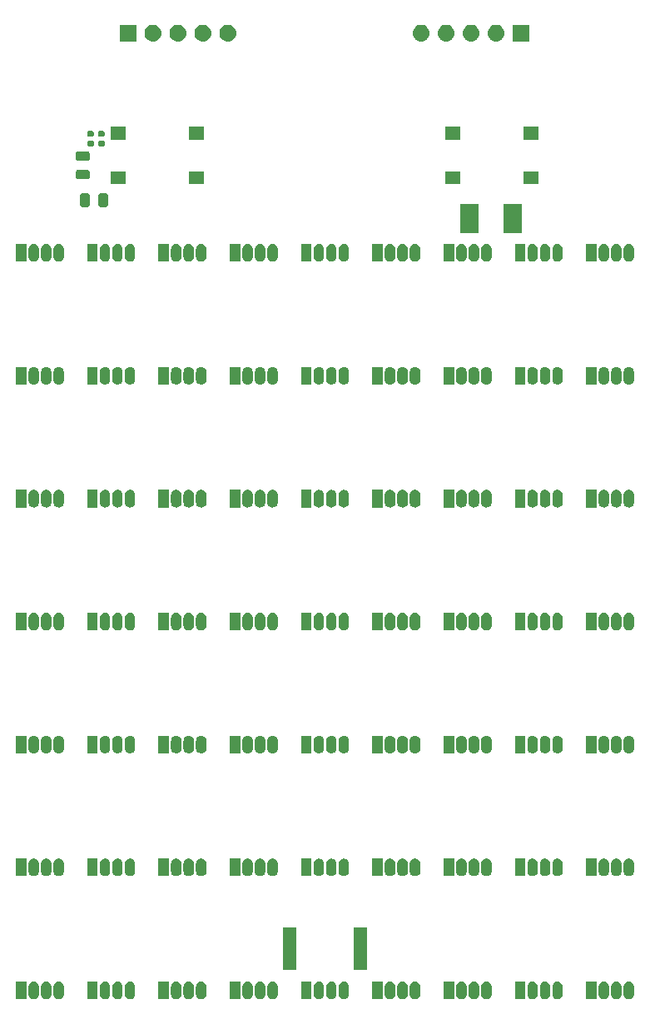
<source format=gbr>
G04 #@! TF.GenerationSoftware,KiCad,Pcbnew,5.1.4+dfsg1-1*
G04 #@! TF.CreationDate,2019-12-22T16:06:29+01:00*
G04 #@! TF.ProjectId,masonjar,6d61736f-6e6a-4617-922e-6b696361645f,rev?*
G04 #@! TF.SameCoordinates,Original*
G04 #@! TF.FileFunction,Soldermask,Bot*
G04 #@! TF.FilePolarity,Negative*
%FSLAX46Y46*%
G04 Gerber Fmt 4.6, Leading zero omitted, Abs format (unit mm)*
G04 Created by KiCad (PCBNEW 5.1.4+dfsg1-1) date 2019-12-22 16:06:29*
%MOMM*%
%LPD*%
G04 APERTURE LIST*
%ADD10C,0.100000*%
G04 APERTURE END LIST*
D10*
G36*
X15550000Y-21850000D02*
G01*
X13800000Y-21850000D01*
X13800000Y-18900000D01*
X15550000Y-18900000D01*
X15550000Y-21850000D01*
G37*
X15550000Y-21850000D02*
X13800000Y-21850000D01*
X13800000Y-18900000D01*
X15550000Y-18900000D01*
X15550000Y-21850000D01*
G36*
X20000000Y-21850000D02*
G01*
X18250000Y-21850000D01*
X18250000Y-18900000D01*
X20000000Y-18900000D01*
X20000000Y-21850000D01*
G37*
X20000000Y-21850000D02*
X18250000Y-21850000D01*
X18250000Y-18900000D01*
X20000000Y-18900000D01*
X20000000Y-21850000D01*
G36*
X-3000000Y-96750000D02*
G01*
X-4250000Y-96750000D01*
X-4250000Y-92500000D01*
X-3000000Y-92500000D01*
X-3000000Y-96750000D01*
G37*
X-3000000Y-96750000D02*
X-4250000Y-96750000D01*
X-4250000Y-92500000D01*
X-3000000Y-92500000D01*
X-3000000Y-96750000D01*
G36*
X4250000Y-96750000D02*
G01*
X3000000Y-96750000D01*
X3000000Y-92500000D01*
X4250000Y-92500000D01*
X4250000Y-96750000D01*
G37*
X4250000Y-96750000D02*
X3000000Y-96750000D01*
X3000000Y-92500000D01*
X4250000Y-92500000D01*
X4250000Y-96750000D01*
G36*
X-29480123Y-98007742D02*
G01*
X-29379275Y-98038333D01*
X-29379272Y-98038335D01*
X-29379271Y-98038335D01*
X-29286331Y-98088012D01*
X-29204867Y-98154867D01*
X-29138012Y-98236331D01*
X-29088335Y-98329270D01*
X-29088333Y-98329274D01*
X-29057742Y-98430122D01*
X-29050000Y-98508725D01*
X-29050000Y-99291275D01*
X-29057742Y-99369878D01*
X-29088333Y-99470726D01*
X-29088335Y-99470729D01*
X-29088335Y-99470730D01*
X-29138012Y-99563669D01*
X-29204867Y-99645133D01*
X-29286331Y-99711988D01*
X-29379270Y-99761665D01*
X-29379274Y-99761667D01*
X-29480122Y-99792258D01*
X-29585000Y-99802588D01*
X-29689877Y-99792258D01*
X-29790725Y-99761667D01*
X-29790729Y-99761665D01*
X-29883668Y-99711988D01*
X-29965132Y-99645133D01*
X-30031987Y-99563669D01*
X-30056826Y-99517197D01*
X-30081666Y-99470726D01*
X-30087784Y-99450556D01*
X-30112258Y-99369882D01*
X-30120000Y-99291274D01*
X-30120000Y-98508727D01*
X-30112258Y-98430123D01*
X-30112258Y-98430122D01*
X-30081667Y-98329275D01*
X-30081664Y-98329270D01*
X-30031988Y-98236331D01*
X-29965133Y-98154867D01*
X-29883669Y-98088012D01*
X-29790730Y-98038335D01*
X-29790729Y-98038335D01*
X-29790726Y-98038333D01*
X-29689878Y-98007742D01*
X-29585000Y-97997412D01*
X-29480123Y-98007742D01*
X-29480123Y-98007742D01*
G37*
G36*
X2059877Y-98007742D02*
G01*
X2160725Y-98038333D01*
X2160728Y-98038335D01*
X2160729Y-98038335D01*
X2253669Y-98088012D01*
X2335133Y-98154867D01*
X2401988Y-98236331D01*
X2451665Y-98329270D01*
X2451667Y-98329274D01*
X2482258Y-98430122D01*
X2490000Y-98508725D01*
X2490000Y-99291275D01*
X2482258Y-99369878D01*
X2451667Y-99470726D01*
X2451665Y-99470729D01*
X2451665Y-99470730D01*
X2401988Y-99563669D01*
X2335133Y-99645133D01*
X2253669Y-99711988D01*
X2160730Y-99761665D01*
X2160726Y-99761667D01*
X2059878Y-99792258D01*
X1955000Y-99802588D01*
X1850123Y-99792258D01*
X1749275Y-99761667D01*
X1749271Y-99761665D01*
X1656332Y-99711988D01*
X1574868Y-99645133D01*
X1508013Y-99563669D01*
X1483174Y-99517197D01*
X1458334Y-99470726D01*
X1452216Y-99450556D01*
X1427742Y-99369882D01*
X1420000Y-99291274D01*
X1420000Y-98508727D01*
X1427742Y-98430123D01*
X1427742Y-98430122D01*
X1458333Y-98329275D01*
X1458336Y-98329270D01*
X1508012Y-98236331D01*
X1574867Y-98154867D01*
X1656331Y-98088012D01*
X1749270Y-98038335D01*
X1749271Y-98038335D01*
X1749274Y-98038333D01*
X1850122Y-98007742D01*
X1955000Y-97997412D01*
X2059877Y-98007742D01*
X2059877Y-98007742D01*
G37*
G36*
X29789877Y-98007742D02*
G01*
X29890725Y-98038333D01*
X29890728Y-98038335D01*
X29890729Y-98038335D01*
X29983669Y-98088012D01*
X30065133Y-98154867D01*
X30131988Y-98236331D01*
X30181665Y-98329270D01*
X30181667Y-98329274D01*
X30212258Y-98430122D01*
X30220000Y-98508725D01*
X30220000Y-99291275D01*
X30212258Y-99369878D01*
X30181667Y-99470726D01*
X30181665Y-99470729D01*
X30181665Y-99470730D01*
X30131988Y-99563669D01*
X30065133Y-99645133D01*
X29983669Y-99711988D01*
X29890730Y-99761665D01*
X29890726Y-99761667D01*
X29789878Y-99792258D01*
X29685000Y-99802588D01*
X29580123Y-99792258D01*
X29479275Y-99761667D01*
X29479271Y-99761665D01*
X29386332Y-99711988D01*
X29304868Y-99645133D01*
X29238013Y-99563669D01*
X29213174Y-99517197D01*
X29188334Y-99470726D01*
X29182216Y-99450556D01*
X29157742Y-99369882D01*
X29150000Y-99291274D01*
X29150000Y-98508727D01*
X29157742Y-98430123D01*
X29157742Y-98430122D01*
X29188333Y-98329275D01*
X29188336Y-98329270D01*
X29238012Y-98236331D01*
X29304867Y-98154867D01*
X29386331Y-98088012D01*
X29479270Y-98038335D01*
X29479271Y-98038335D01*
X29479274Y-98038333D01*
X29580122Y-98007742D01*
X29685000Y-97997412D01*
X29789877Y-98007742D01*
X29789877Y-98007742D01*
G37*
G36*
X28519877Y-98007742D02*
G01*
X28620725Y-98038333D01*
X28620728Y-98038335D01*
X28620729Y-98038335D01*
X28713669Y-98088012D01*
X28795133Y-98154867D01*
X28861988Y-98236331D01*
X28911665Y-98329270D01*
X28911667Y-98329274D01*
X28942258Y-98430122D01*
X28950000Y-98508725D01*
X28950000Y-99291275D01*
X28942258Y-99369878D01*
X28911667Y-99470726D01*
X28911665Y-99470729D01*
X28911665Y-99470730D01*
X28861988Y-99563669D01*
X28795133Y-99645133D01*
X28713669Y-99711988D01*
X28620730Y-99761665D01*
X28620726Y-99761667D01*
X28519878Y-99792258D01*
X28415000Y-99802588D01*
X28310123Y-99792258D01*
X28209275Y-99761667D01*
X28209271Y-99761665D01*
X28116332Y-99711988D01*
X28034868Y-99645133D01*
X27968013Y-99563669D01*
X27943174Y-99517197D01*
X27918334Y-99470726D01*
X27912216Y-99450556D01*
X27887742Y-99369882D01*
X27880000Y-99291274D01*
X27880000Y-98508727D01*
X27887742Y-98430123D01*
X27887742Y-98430122D01*
X27918333Y-98329275D01*
X27918336Y-98329270D01*
X27968012Y-98236331D01*
X28034867Y-98154867D01*
X28116331Y-98088012D01*
X28209270Y-98038335D01*
X28209271Y-98038335D01*
X28209274Y-98038333D01*
X28310122Y-98007742D01*
X28415000Y-97997412D01*
X28519877Y-98007742D01*
X28519877Y-98007742D01*
G37*
G36*
X23809877Y-98007742D02*
G01*
X23910725Y-98038333D01*
X23910728Y-98038335D01*
X23910729Y-98038335D01*
X24003669Y-98088012D01*
X24085133Y-98154867D01*
X24151988Y-98236331D01*
X24201665Y-98329270D01*
X24201667Y-98329274D01*
X24232258Y-98430122D01*
X24240000Y-98508725D01*
X24240000Y-99291275D01*
X24232258Y-99369878D01*
X24201667Y-99470726D01*
X24201665Y-99470729D01*
X24201665Y-99470730D01*
X24151988Y-99563669D01*
X24085133Y-99645133D01*
X24003669Y-99711988D01*
X23910730Y-99761665D01*
X23910726Y-99761667D01*
X23809878Y-99792258D01*
X23705000Y-99802588D01*
X23600123Y-99792258D01*
X23499275Y-99761667D01*
X23499271Y-99761665D01*
X23406332Y-99711988D01*
X23324868Y-99645133D01*
X23258013Y-99563669D01*
X23233174Y-99517197D01*
X23208334Y-99470726D01*
X23202216Y-99450556D01*
X23177742Y-99369882D01*
X23170000Y-99291274D01*
X23170000Y-98508727D01*
X23177742Y-98430123D01*
X23177742Y-98430122D01*
X23208333Y-98329275D01*
X23208336Y-98329270D01*
X23258012Y-98236331D01*
X23324867Y-98154867D01*
X23406331Y-98088012D01*
X23499270Y-98038335D01*
X23499271Y-98038335D01*
X23499274Y-98038333D01*
X23600122Y-98007742D01*
X23705000Y-97997412D01*
X23809877Y-98007742D01*
X23809877Y-98007742D01*
G37*
G36*
X22539877Y-98007742D02*
G01*
X22640725Y-98038333D01*
X22640728Y-98038335D01*
X22640729Y-98038335D01*
X22733669Y-98088012D01*
X22815133Y-98154867D01*
X22881988Y-98236331D01*
X22931665Y-98329270D01*
X22931667Y-98329274D01*
X22962258Y-98430122D01*
X22970000Y-98508725D01*
X22970000Y-99291275D01*
X22962258Y-99369878D01*
X22931667Y-99470726D01*
X22931665Y-99470729D01*
X22931665Y-99470730D01*
X22881988Y-99563669D01*
X22815133Y-99645133D01*
X22733669Y-99711988D01*
X22640730Y-99761665D01*
X22640726Y-99761667D01*
X22539878Y-99792258D01*
X22435000Y-99802588D01*
X22330123Y-99792258D01*
X22229275Y-99761667D01*
X22229271Y-99761665D01*
X22136332Y-99711988D01*
X22054868Y-99645133D01*
X21988013Y-99563669D01*
X21963174Y-99517197D01*
X21938334Y-99470726D01*
X21932216Y-99450556D01*
X21907742Y-99369882D01*
X21900000Y-99291274D01*
X21900000Y-98508727D01*
X21907742Y-98430123D01*
X21907742Y-98430122D01*
X21938333Y-98329275D01*
X21938336Y-98329270D01*
X21988012Y-98236331D01*
X22054867Y-98154867D01*
X22136331Y-98088012D01*
X22229270Y-98038335D01*
X22229271Y-98038335D01*
X22229274Y-98038333D01*
X22330122Y-98007742D01*
X22435000Y-97997412D01*
X22539877Y-98007742D01*
X22539877Y-98007742D01*
G37*
G36*
X21269877Y-98007742D02*
G01*
X21370725Y-98038333D01*
X21370728Y-98038335D01*
X21370729Y-98038335D01*
X21463669Y-98088012D01*
X21545133Y-98154867D01*
X21611988Y-98236331D01*
X21661665Y-98329270D01*
X21661667Y-98329274D01*
X21692258Y-98430122D01*
X21700000Y-98508725D01*
X21700000Y-99291275D01*
X21692258Y-99369878D01*
X21661667Y-99470726D01*
X21661665Y-99470729D01*
X21661665Y-99470730D01*
X21611988Y-99563669D01*
X21545133Y-99645133D01*
X21463669Y-99711988D01*
X21370730Y-99761665D01*
X21370726Y-99761667D01*
X21269878Y-99792258D01*
X21165000Y-99802588D01*
X21060123Y-99792258D01*
X20959275Y-99761667D01*
X20959271Y-99761665D01*
X20866332Y-99711988D01*
X20784868Y-99645133D01*
X20718013Y-99563669D01*
X20693174Y-99517197D01*
X20668334Y-99470726D01*
X20662216Y-99450556D01*
X20637742Y-99369882D01*
X20630000Y-99291274D01*
X20630000Y-98508727D01*
X20637742Y-98430123D01*
X20637742Y-98430122D01*
X20668333Y-98329275D01*
X20668336Y-98329270D01*
X20718012Y-98236331D01*
X20784867Y-98154867D01*
X20866331Y-98088012D01*
X20959270Y-98038335D01*
X20959271Y-98038335D01*
X20959274Y-98038333D01*
X21060122Y-98007742D01*
X21165000Y-97997412D01*
X21269877Y-98007742D01*
X21269877Y-98007742D01*
G37*
G36*
X16559877Y-98007742D02*
G01*
X16660725Y-98038333D01*
X16660728Y-98038335D01*
X16660729Y-98038335D01*
X16753669Y-98088012D01*
X16835133Y-98154867D01*
X16901988Y-98236331D01*
X16951665Y-98329270D01*
X16951667Y-98329274D01*
X16982258Y-98430122D01*
X16990000Y-98508725D01*
X16990000Y-99291275D01*
X16982258Y-99369878D01*
X16951667Y-99470726D01*
X16951665Y-99470729D01*
X16951665Y-99470730D01*
X16901988Y-99563669D01*
X16835133Y-99645133D01*
X16753669Y-99711988D01*
X16660730Y-99761665D01*
X16660726Y-99761667D01*
X16559878Y-99792258D01*
X16455000Y-99802588D01*
X16350123Y-99792258D01*
X16249275Y-99761667D01*
X16249271Y-99761665D01*
X16156332Y-99711988D01*
X16074868Y-99645133D01*
X16008013Y-99563669D01*
X15983174Y-99517197D01*
X15958334Y-99470726D01*
X15952216Y-99450556D01*
X15927742Y-99369882D01*
X15920000Y-99291274D01*
X15920000Y-98508727D01*
X15927742Y-98430123D01*
X15927742Y-98430122D01*
X15958333Y-98329275D01*
X15958336Y-98329270D01*
X16008012Y-98236331D01*
X16074867Y-98154867D01*
X16156331Y-98088012D01*
X16249270Y-98038335D01*
X16249271Y-98038335D01*
X16249274Y-98038333D01*
X16350122Y-98007742D01*
X16455000Y-97997412D01*
X16559877Y-98007742D01*
X16559877Y-98007742D01*
G37*
G36*
X15289877Y-98007742D02*
G01*
X15390725Y-98038333D01*
X15390728Y-98038335D01*
X15390729Y-98038335D01*
X15483669Y-98088012D01*
X15565133Y-98154867D01*
X15631988Y-98236331D01*
X15681665Y-98329270D01*
X15681667Y-98329274D01*
X15712258Y-98430122D01*
X15720000Y-98508725D01*
X15720000Y-99291275D01*
X15712258Y-99369878D01*
X15681667Y-99470726D01*
X15681665Y-99470729D01*
X15681665Y-99470730D01*
X15631988Y-99563669D01*
X15565133Y-99645133D01*
X15483669Y-99711988D01*
X15390730Y-99761665D01*
X15390726Y-99761667D01*
X15289878Y-99792258D01*
X15185000Y-99802588D01*
X15080123Y-99792258D01*
X14979275Y-99761667D01*
X14979271Y-99761665D01*
X14886332Y-99711988D01*
X14804868Y-99645133D01*
X14738013Y-99563669D01*
X14713174Y-99517197D01*
X14688334Y-99470726D01*
X14682216Y-99450556D01*
X14657742Y-99369882D01*
X14650000Y-99291274D01*
X14650000Y-98508727D01*
X14657742Y-98430123D01*
X14657742Y-98430122D01*
X14688333Y-98329275D01*
X14688336Y-98329270D01*
X14738012Y-98236331D01*
X14804867Y-98154867D01*
X14886331Y-98088012D01*
X14979270Y-98038335D01*
X14979271Y-98038335D01*
X14979274Y-98038333D01*
X15080122Y-98007742D01*
X15185000Y-97997412D01*
X15289877Y-98007742D01*
X15289877Y-98007742D01*
G37*
G36*
X14019877Y-98007742D02*
G01*
X14120725Y-98038333D01*
X14120728Y-98038335D01*
X14120729Y-98038335D01*
X14213669Y-98088012D01*
X14295133Y-98154867D01*
X14361988Y-98236331D01*
X14411665Y-98329270D01*
X14411667Y-98329274D01*
X14442258Y-98430122D01*
X14450000Y-98508725D01*
X14450000Y-99291275D01*
X14442258Y-99369878D01*
X14411667Y-99470726D01*
X14411665Y-99470729D01*
X14411665Y-99470730D01*
X14361988Y-99563669D01*
X14295133Y-99645133D01*
X14213669Y-99711988D01*
X14120730Y-99761665D01*
X14120726Y-99761667D01*
X14019878Y-99792258D01*
X13915000Y-99802588D01*
X13810123Y-99792258D01*
X13709275Y-99761667D01*
X13709271Y-99761665D01*
X13616332Y-99711988D01*
X13534868Y-99645133D01*
X13468013Y-99563669D01*
X13443174Y-99517197D01*
X13418334Y-99470726D01*
X13412216Y-99450556D01*
X13387742Y-99369882D01*
X13380000Y-99291274D01*
X13380000Y-98508727D01*
X13387742Y-98430123D01*
X13387742Y-98430122D01*
X13418333Y-98329275D01*
X13418336Y-98329270D01*
X13468012Y-98236331D01*
X13534867Y-98154867D01*
X13616331Y-98088012D01*
X13709270Y-98038335D01*
X13709271Y-98038335D01*
X13709274Y-98038333D01*
X13810122Y-98007742D01*
X13915000Y-97997412D01*
X14019877Y-98007742D01*
X14019877Y-98007742D01*
G37*
G36*
X9309877Y-98007742D02*
G01*
X9410725Y-98038333D01*
X9410728Y-98038335D01*
X9410729Y-98038335D01*
X9503669Y-98088012D01*
X9585133Y-98154867D01*
X9651988Y-98236331D01*
X9701665Y-98329270D01*
X9701667Y-98329274D01*
X9732258Y-98430122D01*
X9740000Y-98508725D01*
X9740000Y-99291275D01*
X9732258Y-99369878D01*
X9701667Y-99470726D01*
X9701665Y-99470729D01*
X9701665Y-99470730D01*
X9651988Y-99563669D01*
X9585133Y-99645133D01*
X9503669Y-99711988D01*
X9410730Y-99761665D01*
X9410726Y-99761667D01*
X9309878Y-99792258D01*
X9205000Y-99802588D01*
X9100123Y-99792258D01*
X8999275Y-99761667D01*
X8999271Y-99761665D01*
X8906332Y-99711988D01*
X8824868Y-99645133D01*
X8758013Y-99563669D01*
X8733174Y-99517197D01*
X8708334Y-99470726D01*
X8702216Y-99450556D01*
X8677742Y-99369882D01*
X8670000Y-99291274D01*
X8670000Y-98508727D01*
X8677742Y-98430123D01*
X8677742Y-98430122D01*
X8708333Y-98329275D01*
X8708336Y-98329270D01*
X8758012Y-98236331D01*
X8824867Y-98154867D01*
X8906331Y-98088012D01*
X8999270Y-98038335D01*
X8999271Y-98038335D01*
X8999274Y-98038333D01*
X9100122Y-98007742D01*
X9205000Y-97997412D01*
X9309877Y-98007742D01*
X9309877Y-98007742D01*
G37*
G36*
X8039877Y-98007742D02*
G01*
X8140725Y-98038333D01*
X8140728Y-98038335D01*
X8140729Y-98038335D01*
X8233669Y-98088012D01*
X8315133Y-98154867D01*
X8381988Y-98236331D01*
X8431665Y-98329270D01*
X8431667Y-98329274D01*
X8462258Y-98430122D01*
X8470000Y-98508725D01*
X8470000Y-99291275D01*
X8462258Y-99369878D01*
X8431667Y-99470726D01*
X8431665Y-99470729D01*
X8431665Y-99470730D01*
X8381988Y-99563669D01*
X8315133Y-99645133D01*
X8233669Y-99711988D01*
X8140730Y-99761665D01*
X8140726Y-99761667D01*
X8039878Y-99792258D01*
X7935000Y-99802588D01*
X7830123Y-99792258D01*
X7729275Y-99761667D01*
X7729271Y-99761665D01*
X7636332Y-99711988D01*
X7554868Y-99645133D01*
X7488013Y-99563669D01*
X7463174Y-99517197D01*
X7438334Y-99470726D01*
X7432216Y-99450556D01*
X7407742Y-99369882D01*
X7400000Y-99291274D01*
X7400000Y-98508727D01*
X7407742Y-98430123D01*
X7407742Y-98430122D01*
X7438333Y-98329275D01*
X7438336Y-98329270D01*
X7488012Y-98236331D01*
X7554867Y-98154867D01*
X7636331Y-98088012D01*
X7729270Y-98038335D01*
X7729271Y-98038335D01*
X7729274Y-98038333D01*
X7830122Y-98007742D01*
X7935000Y-97997412D01*
X8039877Y-98007742D01*
X8039877Y-98007742D01*
G37*
G36*
X6769877Y-98007742D02*
G01*
X6870725Y-98038333D01*
X6870728Y-98038335D01*
X6870729Y-98038335D01*
X6963669Y-98088012D01*
X7045133Y-98154867D01*
X7111988Y-98236331D01*
X7161665Y-98329270D01*
X7161667Y-98329274D01*
X7192258Y-98430122D01*
X7200000Y-98508725D01*
X7200000Y-99291275D01*
X7192258Y-99369878D01*
X7161667Y-99470726D01*
X7161665Y-99470729D01*
X7161665Y-99470730D01*
X7111988Y-99563669D01*
X7045133Y-99645133D01*
X6963669Y-99711988D01*
X6870730Y-99761665D01*
X6870726Y-99761667D01*
X6769878Y-99792258D01*
X6665000Y-99802588D01*
X6560123Y-99792258D01*
X6459275Y-99761667D01*
X6459271Y-99761665D01*
X6366332Y-99711988D01*
X6284868Y-99645133D01*
X6218013Y-99563669D01*
X6193174Y-99517197D01*
X6168334Y-99470726D01*
X6162216Y-99450556D01*
X6137742Y-99369882D01*
X6130000Y-99291274D01*
X6130000Y-98508727D01*
X6137742Y-98430123D01*
X6137742Y-98430122D01*
X6168333Y-98329275D01*
X6168336Y-98329270D01*
X6218012Y-98236331D01*
X6284867Y-98154867D01*
X6366331Y-98088012D01*
X6459270Y-98038335D01*
X6459271Y-98038335D01*
X6459274Y-98038333D01*
X6560122Y-98007742D01*
X6665000Y-97997412D01*
X6769877Y-98007742D01*
X6769877Y-98007742D01*
G37*
G36*
X31059877Y-98007742D02*
G01*
X31160725Y-98038333D01*
X31160728Y-98038335D01*
X31160729Y-98038335D01*
X31253669Y-98088012D01*
X31335133Y-98154867D01*
X31401988Y-98236331D01*
X31451665Y-98329270D01*
X31451667Y-98329274D01*
X31482258Y-98430122D01*
X31490000Y-98508725D01*
X31490000Y-99291275D01*
X31482258Y-99369878D01*
X31451667Y-99470726D01*
X31451665Y-99470729D01*
X31451665Y-99470730D01*
X31401988Y-99563669D01*
X31335133Y-99645133D01*
X31253669Y-99711988D01*
X31160730Y-99761665D01*
X31160726Y-99761667D01*
X31059878Y-99792258D01*
X30955000Y-99802588D01*
X30850123Y-99792258D01*
X30749275Y-99761667D01*
X30749271Y-99761665D01*
X30656332Y-99711988D01*
X30574868Y-99645133D01*
X30508013Y-99563669D01*
X30483174Y-99517197D01*
X30458334Y-99470726D01*
X30452216Y-99450556D01*
X30427742Y-99369882D01*
X30420000Y-99291274D01*
X30420000Y-98508727D01*
X30427742Y-98430123D01*
X30427742Y-98430122D01*
X30458333Y-98329275D01*
X30458336Y-98329270D01*
X30508012Y-98236331D01*
X30574867Y-98154867D01*
X30656331Y-98088012D01*
X30749270Y-98038335D01*
X30749271Y-98038335D01*
X30749274Y-98038333D01*
X30850122Y-98007742D01*
X30955000Y-97997412D01*
X31059877Y-98007742D01*
X31059877Y-98007742D01*
G37*
G36*
X-480123Y-98007742D02*
G01*
X-379275Y-98038333D01*
X-379272Y-98038335D01*
X-379271Y-98038335D01*
X-286331Y-98088012D01*
X-204867Y-98154867D01*
X-138012Y-98236331D01*
X-88335Y-98329270D01*
X-88333Y-98329274D01*
X-57742Y-98430122D01*
X-50000Y-98508725D01*
X-50000Y-99291275D01*
X-57742Y-99369878D01*
X-88333Y-99470726D01*
X-88335Y-99470729D01*
X-88335Y-99470730D01*
X-138012Y-99563669D01*
X-204867Y-99645133D01*
X-286331Y-99711988D01*
X-379270Y-99761665D01*
X-379274Y-99761667D01*
X-480122Y-99792258D01*
X-585000Y-99802588D01*
X-689877Y-99792258D01*
X-790725Y-99761667D01*
X-790729Y-99761665D01*
X-883668Y-99711988D01*
X-965132Y-99645133D01*
X-1031987Y-99563669D01*
X-1056826Y-99517197D01*
X-1081666Y-99470726D01*
X-1087784Y-99450556D01*
X-1112258Y-99369882D01*
X-1120000Y-99291274D01*
X-1120000Y-98508727D01*
X-1112258Y-98430123D01*
X-1112258Y-98430122D01*
X-1081667Y-98329275D01*
X-1081664Y-98329270D01*
X-1031988Y-98236331D01*
X-965133Y-98154867D01*
X-883669Y-98088012D01*
X-790730Y-98038335D01*
X-790729Y-98038335D01*
X-790726Y-98038333D01*
X-689878Y-98007742D01*
X-585000Y-97997412D01*
X-480123Y-98007742D01*
X-480123Y-98007742D01*
G37*
G36*
X789877Y-98007742D02*
G01*
X890725Y-98038333D01*
X890728Y-98038335D01*
X890729Y-98038335D01*
X983669Y-98088012D01*
X1065133Y-98154867D01*
X1131988Y-98236331D01*
X1181665Y-98329270D01*
X1181667Y-98329274D01*
X1212258Y-98430122D01*
X1220000Y-98508725D01*
X1220000Y-99291275D01*
X1212258Y-99369878D01*
X1181667Y-99470726D01*
X1181665Y-99470729D01*
X1181665Y-99470730D01*
X1131988Y-99563669D01*
X1065133Y-99645133D01*
X983669Y-99711988D01*
X890730Y-99761665D01*
X890726Y-99761667D01*
X789878Y-99792258D01*
X685000Y-99802588D01*
X580123Y-99792258D01*
X479275Y-99761667D01*
X479271Y-99761665D01*
X386332Y-99711988D01*
X304868Y-99645133D01*
X238013Y-99563669D01*
X213174Y-99517197D01*
X188334Y-99470726D01*
X182216Y-99450556D01*
X157742Y-99369882D01*
X150000Y-99291274D01*
X150000Y-98508727D01*
X157742Y-98430123D01*
X157742Y-98430122D01*
X188333Y-98329275D01*
X188336Y-98329270D01*
X238012Y-98236331D01*
X304867Y-98154867D01*
X386331Y-98088012D01*
X479270Y-98038335D01*
X479271Y-98038335D01*
X479274Y-98038333D01*
X580122Y-98007742D01*
X685000Y-97997412D01*
X789877Y-98007742D01*
X789877Y-98007742D01*
G37*
G36*
X-28210123Y-98007742D02*
G01*
X-28109275Y-98038333D01*
X-28109272Y-98038335D01*
X-28109271Y-98038335D01*
X-28016331Y-98088012D01*
X-27934867Y-98154867D01*
X-27868012Y-98236331D01*
X-27818335Y-98329270D01*
X-27818333Y-98329274D01*
X-27787742Y-98430122D01*
X-27780000Y-98508725D01*
X-27780000Y-99291275D01*
X-27787742Y-99369878D01*
X-27818333Y-99470726D01*
X-27818335Y-99470729D01*
X-27818335Y-99470730D01*
X-27868012Y-99563669D01*
X-27934867Y-99645133D01*
X-28016331Y-99711988D01*
X-28109270Y-99761665D01*
X-28109274Y-99761667D01*
X-28210122Y-99792258D01*
X-28315000Y-99802588D01*
X-28419877Y-99792258D01*
X-28520725Y-99761667D01*
X-28520729Y-99761665D01*
X-28613668Y-99711988D01*
X-28695132Y-99645133D01*
X-28761987Y-99563669D01*
X-28786826Y-99517197D01*
X-28811666Y-99470726D01*
X-28817784Y-99450556D01*
X-28842258Y-99369882D01*
X-28850000Y-99291274D01*
X-28850000Y-98508727D01*
X-28842258Y-98430123D01*
X-28842258Y-98430122D01*
X-28811667Y-98329275D01*
X-28811664Y-98329270D01*
X-28761988Y-98236331D01*
X-28695133Y-98154867D01*
X-28613669Y-98088012D01*
X-28520730Y-98038335D01*
X-28520729Y-98038335D01*
X-28520726Y-98038333D01*
X-28419878Y-98007742D01*
X-28315000Y-97997412D01*
X-28210123Y-98007742D01*
X-28210123Y-98007742D01*
G37*
G36*
X-26940123Y-98007742D02*
G01*
X-26839275Y-98038333D01*
X-26839272Y-98038335D01*
X-26839271Y-98038335D01*
X-26746331Y-98088012D01*
X-26664867Y-98154867D01*
X-26598012Y-98236331D01*
X-26548335Y-98329270D01*
X-26548333Y-98329274D01*
X-26517742Y-98430122D01*
X-26510000Y-98508725D01*
X-26510000Y-99291275D01*
X-26517742Y-99369878D01*
X-26548333Y-99470726D01*
X-26548335Y-99470729D01*
X-26548335Y-99470730D01*
X-26598012Y-99563669D01*
X-26664867Y-99645133D01*
X-26746331Y-99711988D01*
X-26839270Y-99761665D01*
X-26839274Y-99761667D01*
X-26940122Y-99792258D01*
X-27045000Y-99802588D01*
X-27149877Y-99792258D01*
X-27250725Y-99761667D01*
X-27250729Y-99761665D01*
X-27343668Y-99711988D01*
X-27425132Y-99645133D01*
X-27491987Y-99563669D01*
X-27516826Y-99517197D01*
X-27541666Y-99470726D01*
X-27547784Y-99450556D01*
X-27572258Y-99369882D01*
X-27580000Y-99291274D01*
X-27580000Y-98508727D01*
X-27572258Y-98430123D01*
X-27572258Y-98430122D01*
X-27541667Y-98329275D01*
X-27541664Y-98329270D01*
X-27491988Y-98236331D01*
X-27425133Y-98154867D01*
X-27343669Y-98088012D01*
X-27250730Y-98038335D01*
X-27250729Y-98038335D01*
X-27250726Y-98038333D01*
X-27149878Y-98007742D01*
X-27045000Y-97997412D01*
X-26940123Y-98007742D01*
X-26940123Y-98007742D01*
G37*
G36*
X-22230123Y-98007742D02*
G01*
X-22129275Y-98038333D01*
X-22129272Y-98038335D01*
X-22129271Y-98038335D01*
X-22036331Y-98088012D01*
X-21954867Y-98154867D01*
X-21888012Y-98236331D01*
X-21838335Y-98329270D01*
X-21838333Y-98329274D01*
X-21807742Y-98430122D01*
X-21800000Y-98508725D01*
X-21800000Y-99291275D01*
X-21807742Y-99369878D01*
X-21838333Y-99470726D01*
X-21838335Y-99470729D01*
X-21838335Y-99470730D01*
X-21888012Y-99563669D01*
X-21954867Y-99645133D01*
X-22036331Y-99711988D01*
X-22129270Y-99761665D01*
X-22129274Y-99761667D01*
X-22230122Y-99792258D01*
X-22335000Y-99802588D01*
X-22439877Y-99792258D01*
X-22540725Y-99761667D01*
X-22540729Y-99761665D01*
X-22633668Y-99711988D01*
X-22715132Y-99645133D01*
X-22781987Y-99563669D01*
X-22806826Y-99517197D01*
X-22831666Y-99470726D01*
X-22837784Y-99450556D01*
X-22862258Y-99369882D01*
X-22870000Y-99291274D01*
X-22870000Y-98508727D01*
X-22862258Y-98430123D01*
X-22862258Y-98430122D01*
X-22831667Y-98329275D01*
X-22831664Y-98329270D01*
X-22781988Y-98236331D01*
X-22715133Y-98154867D01*
X-22633669Y-98088012D01*
X-22540730Y-98038335D01*
X-22540729Y-98038335D01*
X-22540726Y-98038333D01*
X-22439878Y-98007742D01*
X-22335000Y-97997412D01*
X-22230123Y-98007742D01*
X-22230123Y-98007742D01*
G37*
G36*
X-20960123Y-98007742D02*
G01*
X-20859275Y-98038333D01*
X-20859272Y-98038335D01*
X-20859271Y-98038335D01*
X-20766331Y-98088012D01*
X-20684867Y-98154867D01*
X-20618012Y-98236331D01*
X-20568335Y-98329270D01*
X-20568333Y-98329274D01*
X-20537742Y-98430122D01*
X-20530000Y-98508725D01*
X-20530000Y-99291275D01*
X-20537742Y-99369878D01*
X-20568333Y-99470726D01*
X-20568335Y-99470729D01*
X-20568335Y-99470730D01*
X-20618012Y-99563669D01*
X-20684867Y-99645133D01*
X-20766331Y-99711988D01*
X-20859270Y-99761665D01*
X-20859274Y-99761667D01*
X-20960122Y-99792258D01*
X-21065000Y-99802588D01*
X-21169877Y-99792258D01*
X-21270725Y-99761667D01*
X-21270729Y-99761665D01*
X-21363668Y-99711988D01*
X-21445132Y-99645133D01*
X-21511987Y-99563669D01*
X-21536826Y-99517197D01*
X-21561666Y-99470726D01*
X-21567784Y-99450556D01*
X-21592258Y-99369882D01*
X-21600000Y-99291274D01*
X-21600000Y-98508727D01*
X-21592258Y-98430123D01*
X-21592258Y-98430122D01*
X-21561667Y-98329275D01*
X-21561664Y-98329270D01*
X-21511988Y-98236331D01*
X-21445133Y-98154867D01*
X-21363669Y-98088012D01*
X-21270730Y-98038335D01*
X-21270729Y-98038335D01*
X-21270726Y-98038333D01*
X-21169878Y-98007742D01*
X-21065000Y-97997412D01*
X-20960123Y-98007742D01*
X-20960123Y-98007742D01*
G37*
G36*
X-19690123Y-98007742D02*
G01*
X-19589275Y-98038333D01*
X-19589272Y-98038335D01*
X-19589271Y-98038335D01*
X-19496331Y-98088012D01*
X-19414867Y-98154867D01*
X-19348012Y-98236331D01*
X-19298335Y-98329270D01*
X-19298333Y-98329274D01*
X-19267742Y-98430122D01*
X-19260000Y-98508725D01*
X-19260000Y-99291275D01*
X-19267742Y-99369878D01*
X-19298333Y-99470726D01*
X-19298335Y-99470729D01*
X-19298335Y-99470730D01*
X-19348012Y-99563669D01*
X-19414867Y-99645133D01*
X-19496331Y-99711988D01*
X-19589270Y-99761665D01*
X-19589274Y-99761667D01*
X-19690122Y-99792258D01*
X-19795000Y-99802588D01*
X-19899877Y-99792258D01*
X-20000725Y-99761667D01*
X-20000729Y-99761665D01*
X-20093668Y-99711988D01*
X-20175132Y-99645133D01*
X-20241987Y-99563669D01*
X-20266826Y-99517197D01*
X-20291666Y-99470726D01*
X-20297784Y-99450556D01*
X-20322258Y-99369882D01*
X-20330000Y-99291274D01*
X-20330000Y-98508727D01*
X-20322258Y-98430123D01*
X-20322258Y-98430122D01*
X-20291667Y-98329275D01*
X-20291664Y-98329270D01*
X-20241988Y-98236331D01*
X-20175133Y-98154867D01*
X-20093669Y-98088012D01*
X-20000730Y-98038335D01*
X-20000729Y-98038335D01*
X-20000726Y-98038333D01*
X-19899878Y-98007742D01*
X-19795000Y-97997412D01*
X-19690123Y-98007742D01*
X-19690123Y-98007742D01*
G37*
G36*
X-14980123Y-98007742D02*
G01*
X-14879275Y-98038333D01*
X-14879272Y-98038335D01*
X-14879271Y-98038335D01*
X-14786331Y-98088012D01*
X-14704867Y-98154867D01*
X-14638012Y-98236331D01*
X-14588335Y-98329270D01*
X-14588333Y-98329274D01*
X-14557742Y-98430122D01*
X-14550000Y-98508725D01*
X-14550000Y-99291275D01*
X-14557742Y-99369878D01*
X-14588333Y-99470726D01*
X-14588335Y-99470729D01*
X-14588335Y-99470730D01*
X-14638012Y-99563669D01*
X-14704867Y-99645133D01*
X-14786331Y-99711988D01*
X-14879270Y-99761665D01*
X-14879274Y-99761667D01*
X-14980122Y-99792258D01*
X-15085000Y-99802588D01*
X-15189877Y-99792258D01*
X-15290725Y-99761667D01*
X-15290729Y-99761665D01*
X-15383668Y-99711988D01*
X-15465132Y-99645133D01*
X-15531987Y-99563669D01*
X-15556826Y-99517197D01*
X-15581666Y-99470726D01*
X-15587784Y-99450556D01*
X-15612258Y-99369882D01*
X-15620000Y-99291274D01*
X-15620000Y-98508727D01*
X-15612258Y-98430123D01*
X-15612258Y-98430122D01*
X-15581667Y-98329275D01*
X-15581664Y-98329270D01*
X-15531988Y-98236331D01*
X-15465133Y-98154867D01*
X-15383669Y-98088012D01*
X-15290730Y-98038335D01*
X-15290729Y-98038335D01*
X-15290726Y-98038333D01*
X-15189878Y-98007742D01*
X-15085000Y-97997412D01*
X-14980123Y-98007742D01*
X-14980123Y-98007742D01*
G37*
G36*
X-13710123Y-98007742D02*
G01*
X-13609275Y-98038333D01*
X-13609272Y-98038335D01*
X-13609271Y-98038335D01*
X-13516331Y-98088012D01*
X-13434867Y-98154867D01*
X-13368012Y-98236331D01*
X-13318335Y-98329270D01*
X-13318333Y-98329274D01*
X-13287742Y-98430122D01*
X-13280000Y-98508725D01*
X-13280000Y-99291275D01*
X-13287742Y-99369878D01*
X-13318333Y-99470726D01*
X-13318335Y-99470729D01*
X-13318335Y-99470730D01*
X-13368012Y-99563669D01*
X-13434867Y-99645133D01*
X-13516331Y-99711988D01*
X-13609270Y-99761665D01*
X-13609274Y-99761667D01*
X-13710122Y-99792258D01*
X-13815000Y-99802588D01*
X-13919877Y-99792258D01*
X-14020725Y-99761667D01*
X-14020729Y-99761665D01*
X-14113668Y-99711988D01*
X-14195132Y-99645133D01*
X-14261987Y-99563669D01*
X-14286826Y-99517197D01*
X-14311666Y-99470726D01*
X-14317784Y-99450556D01*
X-14342258Y-99369882D01*
X-14350000Y-99291274D01*
X-14350000Y-98508727D01*
X-14342258Y-98430123D01*
X-14342258Y-98430122D01*
X-14311667Y-98329275D01*
X-14311664Y-98329270D01*
X-14261988Y-98236331D01*
X-14195133Y-98154867D01*
X-14113669Y-98088012D01*
X-14020730Y-98038335D01*
X-14020729Y-98038335D01*
X-14020726Y-98038333D01*
X-13919878Y-98007742D01*
X-13815000Y-97997412D01*
X-13710123Y-98007742D01*
X-13710123Y-98007742D01*
G37*
G36*
X-12440123Y-98007742D02*
G01*
X-12339275Y-98038333D01*
X-12339272Y-98038335D01*
X-12339271Y-98038335D01*
X-12246331Y-98088012D01*
X-12164867Y-98154867D01*
X-12098012Y-98236331D01*
X-12048335Y-98329270D01*
X-12048333Y-98329274D01*
X-12017742Y-98430122D01*
X-12010000Y-98508725D01*
X-12010000Y-99291275D01*
X-12017742Y-99369878D01*
X-12048333Y-99470726D01*
X-12048335Y-99470729D01*
X-12048335Y-99470730D01*
X-12098012Y-99563669D01*
X-12164867Y-99645133D01*
X-12246331Y-99711988D01*
X-12339270Y-99761665D01*
X-12339274Y-99761667D01*
X-12440122Y-99792258D01*
X-12545000Y-99802588D01*
X-12649877Y-99792258D01*
X-12750725Y-99761667D01*
X-12750729Y-99761665D01*
X-12843668Y-99711988D01*
X-12925132Y-99645133D01*
X-12991987Y-99563669D01*
X-13016826Y-99517197D01*
X-13041666Y-99470726D01*
X-13047784Y-99450556D01*
X-13072258Y-99369882D01*
X-13080000Y-99291274D01*
X-13080000Y-98508727D01*
X-13072258Y-98430123D01*
X-13072258Y-98430122D01*
X-13041667Y-98329275D01*
X-13041664Y-98329270D01*
X-12991988Y-98236331D01*
X-12925133Y-98154867D01*
X-12843669Y-98088012D01*
X-12750730Y-98038335D01*
X-12750729Y-98038335D01*
X-12750726Y-98038333D01*
X-12649878Y-98007742D01*
X-12545000Y-97997412D01*
X-12440123Y-98007742D01*
X-12440123Y-98007742D01*
G37*
G36*
X-7730123Y-98007742D02*
G01*
X-7629275Y-98038333D01*
X-7629272Y-98038335D01*
X-7629271Y-98038335D01*
X-7536331Y-98088012D01*
X-7454867Y-98154867D01*
X-7388012Y-98236331D01*
X-7338335Y-98329270D01*
X-7338333Y-98329274D01*
X-7307742Y-98430122D01*
X-7300000Y-98508725D01*
X-7300000Y-99291275D01*
X-7307742Y-99369878D01*
X-7338333Y-99470726D01*
X-7338335Y-99470729D01*
X-7338335Y-99470730D01*
X-7388012Y-99563669D01*
X-7454867Y-99645133D01*
X-7536331Y-99711988D01*
X-7629270Y-99761665D01*
X-7629274Y-99761667D01*
X-7730122Y-99792258D01*
X-7835000Y-99802588D01*
X-7939877Y-99792258D01*
X-8040725Y-99761667D01*
X-8040729Y-99761665D01*
X-8133668Y-99711988D01*
X-8215132Y-99645133D01*
X-8281987Y-99563669D01*
X-8306826Y-99517197D01*
X-8331666Y-99470726D01*
X-8337784Y-99450556D01*
X-8362258Y-99369882D01*
X-8370000Y-99291274D01*
X-8370000Y-98508727D01*
X-8362258Y-98430123D01*
X-8362258Y-98430122D01*
X-8331667Y-98329275D01*
X-8331664Y-98329270D01*
X-8281988Y-98236331D01*
X-8215133Y-98154867D01*
X-8133669Y-98088012D01*
X-8040730Y-98038335D01*
X-8040729Y-98038335D01*
X-8040726Y-98038333D01*
X-7939878Y-98007742D01*
X-7835000Y-97997412D01*
X-7730123Y-98007742D01*
X-7730123Y-98007742D01*
G37*
G36*
X-6460123Y-98007742D02*
G01*
X-6359275Y-98038333D01*
X-6359272Y-98038335D01*
X-6359271Y-98038335D01*
X-6266331Y-98088012D01*
X-6184867Y-98154867D01*
X-6118012Y-98236331D01*
X-6068335Y-98329270D01*
X-6068333Y-98329274D01*
X-6037742Y-98430122D01*
X-6030000Y-98508725D01*
X-6030000Y-99291275D01*
X-6037742Y-99369878D01*
X-6068333Y-99470726D01*
X-6068335Y-99470729D01*
X-6068335Y-99470730D01*
X-6118012Y-99563669D01*
X-6184867Y-99645133D01*
X-6266331Y-99711988D01*
X-6359270Y-99761665D01*
X-6359274Y-99761667D01*
X-6460122Y-99792258D01*
X-6565000Y-99802588D01*
X-6669877Y-99792258D01*
X-6770725Y-99761667D01*
X-6770729Y-99761665D01*
X-6863668Y-99711988D01*
X-6945132Y-99645133D01*
X-7011987Y-99563669D01*
X-7036826Y-99517197D01*
X-7061666Y-99470726D01*
X-7067784Y-99450556D01*
X-7092258Y-99369882D01*
X-7100000Y-99291274D01*
X-7100000Y-98508727D01*
X-7092258Y-98430123D01*
X-7092258Y-98430122D01*
X-7061667Y-98329275D01*
X-7061664Y-98329270D01*
X-7011988Y-98236331D01*
X-6945133Y-98154867D01*
X-6863669Y-98088012D01*
X-6770730Y-98038335D01*
X-6770729Y-98038335D01*
X-6770726Y-98038333D01*
X-6669878Y-98007742D01*
X-6565000Y-97997412D01*
X-6460123Y-98007742D01*
X-6460123Y-98007742D01*
G37*
G36*
X-5190123Y-98007742D02*
G01*
X-5089275Y-98038333D01*
X-5089272Y-98038335D01*
X-5089271Y-98038335D01*
X-4996331Y-98088012D01*
X-4914867Y-98154867D01*
X-4848012Y-98236331D01*
X-4798335Y-98329270D01*
X-4798333Y-98329274D01*
X-4767742Y-98430122D01*
X-4760000Y-98508725D01*
X-4760000Y-99291275D01*
X-4767742Y-99369878D01*
X-4798333Y-99470726D01*
X-4798335Y-99470729D01*
X-4798335Y-99470730D01*
X-4848012Y-99563669D01*
X-4914867Y-99645133D01*
X-4996331Y-99711988D01*
X-5089270Y-99761665D01*
X-5089274Y-99761667D01*
X-5190122Y-99792258D01*
X-5295000Y-99802588D01*
X-5399877Y-99792258D01*
X-5500725Y-99761667D01*
X-5500729Y-99761665D01*
X-5593668Y-99711988D01*
X-5675132Y-99645133D01*
X-5741987Y-99563669D01*
X-5766826Y-99517197D01*
X-5791666Y-99470726D01*
X-5797784Y-99450556D01*
X-5822258Y-99369882D01*
X-5830000Y-99291274D01*
X-5830000Y-98508727D01*
X-5822258Y-98430123D01*
X-5822258Y-98430122D01*
X-5791667Y-98329275D01*
X-5791664Y-98329270D01*
X-5741988Y-98236331D01*
X-5675133Y-98154867D01*
X-5593669Y-98088012D01*
X-5500730Y-98038335D01*
X-5500729Y-98038335D01*
X-5500726Y-98038333D01*
X-5399878Y-98007742D01*
X-5295000Y-97997412D01*
X-5190123Y-98007742D01*
X-5190123Y-98007742D01*
G37*
G36*
X20430000Y-99800000D02*
G01*
X19360000Y-99800000D01*
X19360000Y-98000000D01*
X20430000Y-98000000D01*
X20430000Y-99800000D01*
X20430000Y-99800000D01*
G37*
G36*
X-23070000Y-99800000D02*
G01*
X-24140000Y-99800000D01*
X-24140000Y-98000000D01*
X-23070000Y-98000000D01*
X-23070000Y-99800000D01*
X-23070000Y-99800000D01*
G37*
G36*
X-30320000Y-99800000D02*
G01*
X-31390000Y-99800000D01*
X-31390000Y-98000000D01*
X-30320000Y-98000000D01*
X-30320000Y-99800000D01*
X-30320000Y-99800000D01*
G37*
G36*
X13180000Y-99800000D02*
G01*
X12110000Y-99800000D01*
X12110000Y-98000000D01*
X13180000Y-98000000D01*
X13180000Y-99800000D01*
X13180000Y-99800000D01*
G37*
G36*
X-1320000Y-99800000D02*
G01*
X-2390000Y-99800000D01*
X-2390000Y-98000000D01*
X-1320000Y-98000000D01*
X-1320000Y-99800000D01*
X-1320000Y-99800000D01*
G37*
G36*
X-15820000Y-99800000D02*
G01*
X-16890000Y-99800000D01*
X-16890000Y-98000000D01*
X-15820000Y-98000000D01*
X-15820000Y-99800000D01*
X-15820000Y-99800000D01*
G37*
G36*
X27680000Y-99800000D02*
G01*
X26610000Y-99800000D01*
X26610000Y-98000000D01*
X27680000Y-98000000D01*
X27680000Y-99800000D01*
X27680000Y-99800000D01*
G37*
G36*
X5930000Y-99800000D02*
G01*
X4860000Y-99800000D01*
X4860000Y-98000000D01*
X5930000Y-98000000D01*
X5930000Y-99800000D01*
X5930000Y-99800000D01*
G37*
G36*
X-8570000Y-99800000D02*
G01*
X-9640000Y-99800000D01*
X-9640000Y-98000000D01*
X-8570000Y-98000000D01*
X-8570000Y-99800000D01*
X-8570000Y-99800000D01*
G37*
G36*
X22539877Y-85507742D02*
G01*
X22640725Y-85538333D01*
X22640728Y-85538335D01*
X22640729Y-85538335D01*
X22733669Y-85588012D01*
X22815133Y-85654867D01*
X22881988Y-85736331D01*
X22931665Y-85829270D01*
X22931667Y-85829274D01*
X22962258Y-85930122D01*
X22970000Y-86008725D01*
X22970000Y-86791275D01*
X22962258Y-86869878D01*
X22931667Y-86970726D01*
X22931665Y-86970729D01*
X22931665Y-86970730D01*
X22881988Y-87063669D01*
X22815133Y-87145133D01*
X22733669Y-87211988D01*
X22640730Y-87261665D01*
X22640726Y-87261667D01*
X22539878Y-87292258D01*
X22435000Y-87302588D01*
X22330123Y-87292258D01*
X22229275Y-87261667D01*
X22229271Y-87261665D01*
X22136332Y-87211988D01*
X22054868Y-87145133D01*
X21988013Y-87063669D01*
X21963174Y-87017197D01*
X21938334Y-86970726D01*
X21932216Y-86950556D01*
X21907742Y-86869882D01*
X21900000Y-86791274D01*
X21900000Y-86008727D01*
X21907742Y-85930123D01*
X21907742Y-85930122D01*
X21938333Y-85829275D01*
X21938336Y-85829270D01*
X21988012Y-85736331D01*
X22054867Y-85654867D01*
X22136331Y-85588012D01*
X22229270Y-85538335D01*
X22229271Y-85538335D01*
X22229274Y-85538333D01*
X22330122Y-85507742D01*
X22435000Y-85497412D01*
X22539877Y-85507742D01*
X22539877Y-85507742D01*
G37*
G36*
X23809877Y-85507742D02*
G01*
X23910725Y-85538333D01*
X23910728Y-85538335D01*
X23910729Y-85538335D01*
X24003669Y-85588012D01*
X24085133Y-85654867D01*
X24151988Y-85736331D01*
X24201665Y-85829270D01*
X24201667Y-85829274D01*
X24232258Y-85930122D01*
X24240000Y-86008725D01*
X24240000Y-86791275D01*
X24232258Y-86869878D01*
X24201667Y-86970726D01*
X24201665Y-86970729D01*
X24201665Y-86970730D01*
X24151988Y-87063669D01*
X24085133Y-87145133D01*
X24003669Y-87211988D01*
X23910730Y-87261665D01*
X23910726Y-87261667D01*
X23809878Y-87292258D01*
X23705000Y-87302588D01*
X23600123Y-87292258D01*
X23499275Y-87261667D01*
X23499271Y-87261665D01*
X23406332Y-87211988D01*
X23324868Y-87145133D01*
X23258013Y-87063669D01*
X23233174Y-87017197D01*
X23208334Y-86970726D01*
X23202216Y-86950556D01*
X23177742Y-86869882D01*
X23170000Y-86791274D01*
X23170000Y-86008727D01*
X23177742Y-85930123D01*
X23177742Y-85930122D01*
X23208333Y-85829275D01*
X23208336Y-85829270D01*
X23258012Y-85736331D01*
X23324867Y-85654867D01*
X23406331Y-85588012D01*
X23499270Y-85538335D01*
X23499271Y-85538335D01*
X23499274Y-85538333D01*
X23600122Y-85507742D01*
X23705000Y-85497412D01*
X23809877Y-85507742D01*
X23809877Y-85507742D01*
G37*
G36*
X21269877Y-85507742D02*
G01*
X21370725Y-85538333D01*
X21370728Y-85538335D01*
X21370729Y-85538335D01*
X21463669Y-85588012D01*
X21545133Y-85654867D01*
X21611988Y-85736331D01*
X21661665Y-85829270D01*
X21661667Y-85829274D01*
X21692258Y-85930122D01*
X21700000Y-86008725D01*
X21700000Y-86791275D01*
X21692258Y-86869878D01*
X21661667Y-86970726D01*
X21661665Y-86970729D01*
X21661665Y-86970730D01*
X21611988Y-87063669D01*
X21545133Y-87145133D01*
X21463669Y-87211988D01*
X21370730Y-87261665D01*
X21370726Y-87261667D01*
X21269878Y-87292258D01*
X21165000Y-87302588D01*
X21060123Y-87292258D01*
X20959275Y-87261667D01*
X20959271Y-87261665D01*
X20866332Y-87211988D01*
X20784868Y-87145133D01*
X20718013Y-87063669D01*
X20693174Y-87017197D01*
X20668334Y-86970726D01*
X20662216Y-86950556D01*
X20637742Y-86869882D01*
X20630000Y-86791274D01*
X20630000Y-86008727D01*
X20637742Y-85930123D01*
X20637742Y-85930122D01*
X20668333Y-85829275D01*
X20668336Y-85829270D01*
X20718012Y-85736331D01*
X20784867Y-85654867D01*
X20866331Y-85588012D01*
X20959270Y-85538335D01*
X20959271Y-85538335D01*
X20959274Y-85538333D01*
X21060122Y-85507742D01*
X21165000Y-85497412D01*
X21269877Y-85507742D01*
X21269877Y-85507742D01*
G37*
G36*
X16559877Y-85507742D02*
G01*
X16660725Y-85538333D01*
X16660728Y-85538335D01*
X16660729Y-85538335D01*
X16753669Y-85588012D01*
X16835133Y-85654867D01*
X16901988Y-85736331D01*
X16951665Y-85829270D01*
X16951667Y-85829274D01*
X16982258Y-85930122D01*
X16990000Y-86008725D01*
X16990000Y-86791275D01*
X16982258Y-86869878D01*
X16951667Y-86970726D01*
X16951665Y-86970729D01*
X16951665Y-86970730D01*
X16901988Y-87063669D01*
X16835133Y-87145133D01*
X16753669Y-87211988D01*
X16660730Y-87261665D01*
X16660726Y-87261667D01*
X16559878Y-87292258D01*
X16455000Y-87302588D01*
X16350123Y-87292258D01*
X16249275Y-87261667D01*
X16249271Y-87261665D01*
X16156332Y-87211988D01*
X16074868Y-87145133D01*
X16008013Y-87063669D01*
X15983174Y-87017197D01*
X15958334Y-86970726D01*
X15952216Y-86950556D01*
X15927742Y-86869882D01*
X15920000Y-86791274D01*
X15920000Y-86008727D01*
X15927742Y-85930123D01*
X15927742Y-85930122D01*
X15958333Y-85829275D01*
X15958336Y-85829270D01*
X16008012Y-85736331D01*
X16074867Y-85654867D01*
X16156331Y-85588012D01*
X16249270Y-85538335D01*
X16249271Y-85538335D01*
X16249274Y-85538333D01*
X16350122Y-85507742D01*
X16455000Y-85497412D01*
X16559877Y-85507742D01*
X16559877Y-85507742D01*
G37*
G36*
X15289877Y-85507742D02*
G01*
X15390725Y-85538333D01*
X15390728Y-85538335D01*
X15390729Y-85538335D01*
X15483669Y-85588012D01*
X15565133Y-85654867D01*
X15631988Y-85736331D01*
X15681665Y-85829270D01*
X15681667Y-85829274D01*
X15712258Y-85930122D01*
X15720000Y-86008725D01*
X15720000Y-86791275D01*
X15712258Y-86869878D01*
X15681667Y-86970726D01*
X15681665Y-86970729D01*
X15681665Y-86970730D01*
X15631988Y-87063669D01*
X15565133Y-87145133D01*
X15483669Y-87211988D01*
X15390730Y-87261665D01*
X15390726Y-87261667D01*
X15289878Y-87292258D01*
X15185000Y-87302588D01*
X15080123Y-87292258D01*
X14979275Y-87261667D01*
X14979271Y-87261665D01*
X14886332Y-87211988D01*
X14804868Y-87145133D01*
X14738013Y-87063669D01*
X14713174Y-87017197D01*
X14688334Y-86970726D01*
X14682216Y-86950556D01*
X14657742Y-86869882D01*
X14650000Y-86791274D01*
X14650000Y-86008727D01*
X14657742Y-85930123D01*
X14657742Y-85930122D01*
X14688333Y-85829275D01*
X14688336Y-85829270D01*
X14738012Y-85736331D01*
X14804867Y-85654867D01*
X14886331Y-85588012D01*
X14979270Y-85538335D01*
X14979271Y-85538335D01*
X14979274Y-85538333D01*
X15080122Y-85507742D01*
X15185000Y-85497412D01*
X15289877Y-85507742D01*
X15289877Y-85507742D01*
G37*
G36*
X-6460123Y-85507742D02*
G01*
X-6359275Y-85538333D01*
X-6359272Y-85538335D01*
X-6359271Y-85538335D01*
X-6266331Y-85588012D01*
X-6184867Y-85654867D01*
X-6118012Y-85736331D01*
X-6068335Y-85829270D01*
X-6068333Y-85829274D01*
X-6037742Y-85930122D01*
X-6030000Y-86008725D01*
X-6030000Y-86791275D01*
X-6037742Y-86869878D01*
X-6068333Y-86970726D01*
X-6068335Y-86970729D01*
X-6068335Y-86970730D01*
X-6118012Y-87063669D01*
X-6184867Y-87145133D01*
X-6266331Y-87211988D01*
X-6359270Y-87261665D01*
X-6359274Y-87261667D01*
X-6460122Y-87292258D01*
X-6565000Y-87302588D01*
X-6669877Y-87292258D01*
X-6770725Y-87261667D01*
X-6770729Y-87261665D01*
X-6863668Y-87211988D01*
X-6945132Y-87145133D01*
X-7011987Y-87063669D01*
X-7036826Y-87017197D01*
X-7061666Y-86970726D01*
X-7067784Y-86950556D01*
X-7092258Y-86869882D01*
X-7100000Y-86791274D01*
X-7100000Y-86008727D01*
X-7092258Y-85930123D01*
X-7092258Y-85930122D01*
X-7061667Y-85829275D01*
X-7061664Y-85829270D01*
X-7011988Y-85736331D01*
X-6945133Y-85654867D01*
X-6863669Y-85588012D01*
X-6770730Y-85538335D01*
X-6770729Y-85538335D01*
X-6770726Y-85538333D01*
X-6669878Y-85507742D01*
X-6565000Y-85497412D01*
X-6460123Y-85507742D01*
X-6460123Y-85507742D01*
G37*
G36*
X9309877Y-85507742D02*
G01*
X9410725Y-85538333D01*
X9410728Y-85538335D01*
X9410729Y-85538335D01*
X9503669Y-85588012D01*
X9585133Y-85654867D01*
X9651988Y-85736331D01*
X9701665Y-85829270D01*
X9701667Y-85829274D01*
X9732258Y-85930122D01*
X9740000Y-86008725D01*
X9740000Y-86791275D01*
X9732258Y-86869878D01*
X9701667Y-86970726D01*
X9701665Y-86970729D01*
X9701665Y-86970730D01*
X9651988Y-87063669D01*
X9585133Y-87145133D01*
X9503669Y-87211988D01*
X9410730Y-87261665D01*
X9410726Y-87261667D01*
X9309878Y-87292258D01*
X9205000Y-87302588D01*
X9100123Y-87292258D01*
X8999275Y-87261667D01*
X8999271Y-87261665D01*
X8906332Y-87211988D01*
X8824868Y-87145133D01*
X8758013Y-87063669D01*
X8733174Y-87017197D01*
X8708334Y-86970726D01*
X8702216Y-86950556D01*
X8677742Y-86869882D01*
X8670000Y-86791274D01*
X8670000Y-86008727D01*
X8677742Y-85930123D01*
X8677742Y-85930122D01*
X8708333Y-85829275D01*
X8708336Y-85829270D01*
X8758012Y-85736331D01*
X8824867Y-85654867D01*
X8906331Y-85588012D01*
X8999270Y-85538335D01*
X8999271Y-85538335D01*
X8999274Y-85538333D01*
X9100122Y-85507742D01*
X9205000Y-85497412D01*
X9309877Y-85507742D01*
X9309877Y-85507742D01*
G37*
G36*
X8039877Y-85507742D02*
G01*
X8140725Y-85538333D01*
X8140728Y-85538335D01*
X8140729Y-85538335D01*
X8233669Y-85588012D01*
X8315133Y-85654867D01*
X8381988Y-85736331D01*
X8431665Y-85829270D01*
X8431667Y-85829274D01*
X8462258Y-85930122D01*
X8470000Y-86008725D01*
X8470000Y-86791275D01*
X8462258Y-86869878D01*
X8431667Y-86970726D01*
X8431665Y-86970729D01*
X8431665Y-86970730D01*
X8381988Y-87063669D01*
X8315133Y-87145133D01*
X8233669Y-87211988D01*
X8140730Y-87261665D01*
X8140726Y-87261667D01*
X8039878Y-87292258D01*
X7935000Y-87302588D01*
X7830123Y-87292258D01*
X7729275Y-87261667D01*
X7729271Y-87261665D01*
X7636332Y-87211988D01*
X7554868Y-87145133D01*
X7488013Y-87063669D01*
X7463174Y-87017197D01*
X7438334Y-86970726D01*
X7432216Y-86950556D01*
X7407742Y-86869882D01*
X7400000Y-86791274D01*
X7400000Y-86008727D01*
X7407742Y-85930123D01*
X7407742Y-85930122D01*
X7438333Y-85829275D01*
X7438336Y-85829270D01*
X7488012Y-85736331D01*
X7554867Y-85654867D01*
X7636331Y-85588012D01*
X7729270Y-85538335D01*
X7729271Y-85538335D01*
X7729274Y-85538333D01*
X7830122Y-85507742D01*
X7935000Y-85497412D01*
X8039877Y-85507742D01*
X8039877Y-85507742D01*
G37*
G36*
X6769877Y-85507742D02*
G01*
X6870725Y-85538333D01*
X6870728Y-85538335D01*
X6870729Y-85538335D01*
X6963669Y-85588012D01*
X7045133Y-85654867D01*
X7111988Y-85736331D01*
X7161665Y-85829270D01*
X7161667Y-85829274D01*
X7192258Y-85930122D01*
X7200000Y-86008725D01*
X7200000Y-86791275D01*
X7192258Y-86869878D01*
X7161667Y-86970726D01*
X7161665Y-86970729D01*
X7161665Y-86970730D01*
X7111988Y-87063669D01*
X7045133Y-87145133D01*
X6963669Y-87211988D01*
X6870730Y-87261665D01*
X6870726Y-87261667D01*
X6769878Y-87292258D01*
X6665000Y-87302588D01*
X6560123Y-87292258D01*
X6459275Y-87261667D01*
X6459271Y-87261665D01*
X6366332Y-87211988D01*
X6284868Y-87145133D01*
X6218013Y-87063669D01*
X6193174Y-87017197D01*
X6168334Y-86970726D01*
X6162216Y-86950556D01*
X6137742Y-86869882D01*
X6130000Y-86791274D01*
X6130000Y-86008727D01*
X6137742Y-85930123D01*
X6137742Y-85930122D01*
X6168333Y-85829275D01*
X6168336Y-85829270D01*
X6218012Y-85736331D01*
X6284867Y-85654867D01*
X6366331Y-85588012D01*
X6459270Y-85538335D01*
X6459271Y-85538335D01*
X6459274Y-85538333D01*
X6560122Y-85507742D01*
X6665000Y-85497412D01*
X6769877Y-85507742D01*
X6769877Y-85507742D01*
G37*
G36*
X2059877Y-85507742D02*
G01*
X2160725Y-85538333D01*
X2160728Y-85538335D01*
X2160729Y-85538335D01*
X2253669Y-85588012D01*
X2335133Y-85654867D01*
X2401988Y-85736331D01*
X2451665Y-85829270D01*
X2451667Y-85829274D01*
X2482258Y-85930122D01*
X2490000Y-86008725D01*
X2490000Y-86791275D01*
X2482258Y-86869878D01*
X2451667Y-86970726D01*
X2451665Y-86970729D01*
X2451665Y-86970730D01*
X2401988Y-87063669D01*
X2335133Y-87145133D01*
X2253669Y-87211988D01*
X2160730Y-87261665D01*
X2160726Y-87261667D01*
X2059878Y-87292258D01*
X1955000Y-87302588D01*
X1850123Y-87292258D01*
X1749275Y-87261667D01*
X1749271Y-87261665D01*
X1656332Y-87211988D01*
X1574868Y-87145133D01*
X1508013Y-87063669D01*
X1483174Y-87017197D01*
X1458334Y-86970726D01*
X1452216Y-86950556D01*
X1427742Y-86869882D01*
X1420000Y-86791274D01*
X1420000Y-86008727D01*
X1427742Y-85930123D01*
X1427742Y-85930122D01*
X1458333Y-85829275D01*
X1458336Y-85829270D01*
X1508012Y-85736331D01*
X1574867Y-85654867D01*
X1656331Y-85588012D01*
X1749270Y-85538335D01*
X1749271Y-85538335D01*
X1749274Y-85538333D01*
X1850122Y-85507742D01*
X1955000Y-85497412D01*
X2059877Y-85507742D01*
X2059877Y-85507742D01*
G37*
G36*
X789877Y-85507742D02*
G01*
X890725Y-85538333D01*
X890728Y-85538335D01*
X890729Y-85538335D01*
X983669Y-85588012D01*
X1065133Y-85654867D01*
X1131988Y-85736331D01*
X1181665Y-85829270D01*
X1181667Y-85829274D01*
X1212258Y-85930122D01*
X1220000Y-86008725D01*
X1220000Y-86791275D01*
X1212258Y-86869878D01*
X1181667Y-86970726D01*
X1181665Y-86970729D01*
X1181665Y-86970730D01*
X1131988Y-87063669D01*
X1065133Y-87145133D01*
X983669Y-87211988D01*
X890730Y-87261665D01*
X890726Y-87261667D01*
X789878Y-87292258D01*
X685000Y-87302588D01*
X580123Y-87292258D01*
X479275Y-87261667D01*
X479271Y-87261665D01*
X386332Y-87211988D01*
X304868Y-87145133D01*
X238013Y-87063669D01*
X213174Y-87017197D01*
X188334Y-86970726D01*
X182216Y-86950556D01*
X157742Y-86869882D01*
X150000Y-86791274D01*
X150000Y-86008727D01*
X157742Y-85930123D01*
X157742Y-85930122D01*
X188333Y-85829275D01*
X188336Y-85829270D01*
X238012Y-85736331D01*
X304867Y-85654867D01*
X386331Y-85588012D01*
X479270Y-85538335D01*
X479271Y-85538335D01*
X479274Y-85538333D01*
X580122Y-85507742D01*
X685000Y-85497412D01*
X789877Y-85507742D01*
X789877Y-85507742D01*
G37*
G36*
X-480123Y-85507742D02*
G01*
X-379275Y-85538333D01*
X-379272Y-85538335D01*
X-379271Y-85538335D01*
X-286331Y-85588012D01*
X-204867Y-85654867D01*
X-138012Y-85736331D01*
X-88335Y-85829270D01*
X-88333Y-85829274D01*
X-57742Y-85930122D01*
X-50000Y-86008725D01*
X-50000Y-86791275D01*
X-57742Y-86869878D01*
X-88333Y-86970726D01*
X-88335Y-86970729D01*
X-88335Y-86970730D01*
X-138012Y-87063669D01*
X-204867Y-87145133D01*
X-286331Y-87211988D01*
X-379270Y-87261665D01*
X-379274Y-87261667D01*
X-480122Y-87292258D01*
X-585000Y-87302588D01*
X-689877Y-87292258D01*
X-790725Y-87261667D01*
X-790729Y-87261665D01*
X-883668Y-87211988D01*
X-965132Y-87145133D01*
X-1031987Y-87063669D01*
X-1056826Y-87017197D01*
X-1081666Y-86970726D01*
X-1087784Y-86950556D01*
X-1112258Y-86869882D01*
X-1120000Y-86791274D01*
X-1120000Y-86008727D01*
X-1112258Y-85930123D01*
X-1112258Y-85930122D01*
X-1081667Y-85829275D01*
X-1081664Y-85829270D01*
X-1031988Y-85736331D01*
X-965133Y-85654867D01*
X-883669Y-85588012D01*
X-790730Y-85538335D01*
X-790729Y-85538335D01*
X-790726Y-85538333D01*
X-689878Y-85507742D01*
X-585000Y-85497412D01*
X-480123Y-85507742D01*
X-480123Y-85507742D01*
G37*
G36*
X-5190123Y-85507742D02*
G01*
X-5089275Y-85538333D01*
X-5089272Y-85538335D01*
X-5089271Y-85538335D01*
X-4996331Y-85588012D01*
X-4914867Y-85654867D01*
X-4848012Y-85736331D01*
X-4798335Y-85829270D01*
X-4798333Y-85829274D01*
X-4767742Y-85930122D01*
X-4760000Y-86008725D01*
X-4760000Y-86791275D01*
X-4767742Y-86869878D01*
X-4798333Y-86970726D01*
X-4798335Y-86970729D01*
X-4798335Y-86970730D01*
X-4848012Y-87063669D01*
X-4914867Y-87145133D01*
X-4996331Y-87211988D01*
X-5089270Y-87261665D01*
X-5089274Y-87261667D01*
X-5190122Y-87292258D01*
X-5295000Y-87302588D01*
X-5399877Y-87292258D01*
X-5500725Y-87261667D01*
X-5500729Y-87261665D01*
X-5593668Y-87211988D01*
X-5675132Y-87145133D01*
X-5741987Y-87063669D01*
X-5766826Y-87017197D01*
X-5791666Y-86970726D01*
X-5797784Y-86950556D01*
X-5822258Y-86869882D01*
X-5830000Y-86791274D01*
X-5830000Y-86008727D01*
X-5822258Y-85930123D01*
X-5822258Y-85930122D01*
X-5791667Y-85829275D01*
X-5791664Y-85829270D01*
X-5741988Y-85736331D01*
X-5675133Y-85654867D01*
X-5593669Y-85588012D01*
X-5500730Y-85538335D01*
X-5500729Y-85538335D01*
X-5500726Y-85538333D01*
X-5399878Y-85507742D01*
X-5295000Y-85497412D01*
X-5190123Y-85507742D01*
X-5190123Y-85507742D01*
G37*
G36*
X28519877Y-85507742D02*
G01*
X28620725Y-85538333D01*
X28620728Y-85538335D01*
X28620729Y-85538335D01*
X28713669Y-85588012D01*
X28795133Y-85654867D01*
X28861988Y-85736331D01*
X28911665Y-85829270D01*
X28911667Y-85829274D01*
X28942258Y-85930122D01*
X28950000Y-86008725D01*
X28950000Y-86791275D01*
X28942258Y-86869878D01*
X28911667Y-86970726D01*
X28911665Y-86970729D01*
X28911665Y-86970730D01*
X28861988Y-87063669D01*
X28795133Y-87145133D01*
X28713669Y-87211988D01*
X28620730Y-87261665D01*
X28620726Y-87261667D01*
X28519878Y-87292258D01*
X28415000Y-87302588D01*
X28310123Y-87292258D01*
X28209275Y-87261667D01*
X28209271Y-87261665D01*
X28116332Y-87211988D01*
X28034868Y-87145133D01*
X27968013Y-87063669D01*
X27943174Y-87017197D01*
X27918334Y-86970726D01*
X27912216Y-86950556D01*
X27887742Y-86869882D01*
X27880000Y-86791274D01*
X27880000Y-86008727D01*
X27887742Y-85930123D01*
X27887742Y-85930122D01*
X27918333Y-85829275D01*
X27918336Y-85829270D01*
X27968012Y-85736331D01*
X28034867Y-85654867D01*
X28116331Y-85588012D01*
X28209270Y-85538335D01*
X28209271Y-85538335D01*
X28209274Y-85538333D01*
X28310122Y-85507742D01*
X28415000Y-85497412D01*
X28519877Y-85507742D01*
X28519877Y-85507742D01*
G37*
G36*
X-26940123Y-85507742D02*
G01*
X-26839275Y-85538333D01*
X-26839272Y-85538335D01*
X-26839271Y-85538335D01*
X-26746331Y-85588012D01*
X-26664867Y-85654867D01*
X-26598012Y-85736331D01*
X-26548335Y-85829270D01*
X-26548333Y-85829274D01*
X-26517742Y-85930122D01*
X-26510000Y-86008725D01*
X-26510000Y-86791275D01*
X-26517742Y-86869878D01*
X-26548333Y-86970726D01*
X-26548335Y-86970729D01*
X-26548335Y-86970730D01*
X-26598012Y-87063669D01*
X-26664867Y-87145133D01*
X-26746331Y-87211988D01*
X-26839270Y-87261665D01*
X-26839274Y-87261667D01*
X-26940122Y-87292258D01*
X-27045000Y-87302588D01*
X-27149877Y-87292258D01*
X-27250725Y-87261667D01*
X-27250729Y-87261665D01*
X-27343668Y-87211988D01*
X-27425132Y-87145133D01*
X-27491987Y-87063669D01*
X-27516826Y-87017197D01*
X-27541666Y-86970726D01*
X-27547784Y-86950556D01*
X-27572258Y-86869882D01*
X-27580000Y-86791274D01*
X-27580000Y-86008727D01*
X-27572258Y-85930123D01*
X-27572258Y-85930122D01*
X-27541667Y-85829275D01*
X-27541664Y-85829270D01*
X-27491988Y-85736331D01*
X-27425133Y-85654867D01*
X-27343669Y-85588012D01*
X-27250730Y-85538335D01*
X-27250729Y-85538335D01*
X-27250726Y-85538333D01*
X-27149878Y-85507742D01*
X-27045000Y-85497412D01*
X-26940123Y-85507742D01*
X-26940123Y-85507742D01*
G37*
G36*
X-22230123Y-85507742D02*
G01*
X-22129275Y-85538333D01*
X-22129272Y-85538335D01*
X-22129271Y-85538335D01*
X-22036331Y-85588012D01*
X-21954867Y-85654867D01*
X-21888012Y-85736331D01*
X-21838335Y-85829270D01*
X-21838333Y-85829274D01*
X-21807742Y-85930122D01*
X-21800000Y-86008725D01*
X-21800000Y-86791275D01*
X-21807742Y-86869878D01*
X-21838333Y-86970726D01*
X-21838335Y-86970729D01*
X-21838335Y-86970730D01*
X-21888012Y-87063669D01*
X-21954867Y-87145133D01*
X-22036331Y-87211988D01*
X-22129270Y-87261665D01*
X-22129274Y-87261667D01*
X-22230122Y-87292258D01*
X-22335000Y-87302588D01*
X-22439877Y-87292258D01*
X-22540725Y-87261667D01*
X-22540729Y-87261665D01*
X-22633668Y-87211988D01*
X-22715132Y-87145133D01*
X-22781987Y-87063669D01*
X-22806826Y-87017197D01*
X-22831666Y-86970726D01*
X-22837784Y-86950556D01*
X-22862258Y-86869882D01*
X-22870000Y-86791274D01*
X-22870000Y-86008727D01*
X-22862258Y-85930123D01*
X-22862258Y-85930122D01*
X-22831667Y-85829275D01*
X-22831664Y-85829270D01*
X-22781988Y-85736331D01*
X-22715133Y-85654867D01*
X-22633669Y-85588012D01*
X-22540730Y-85538335D01*
X-22540729Y-85538335D01*
X-22540726Y-85538333D01*
X-22439878Y-85507742D01*
X-22335000Y-85497412D01*
X-22230123Y-85507742D01*
X-22230123Y-85507742D01*
G37*
G36*
X-20960123Y-85507742D02*
G01*
X-20859275Y-85538333D01*
X-20859272Y-85538335D01*
X-20859271Y-85538335D01*
X-20766331Y-85588012D01*
X-20684867Y-85654867D01*
X-20618012Y-85736331D01*
X-20568335Y-85829270D01*
X-20568333Y-85829274D01*
X-20537742Y-85930122D01*
X-20530000Y-86008725D01*
X-20530000Y-86791275D01*
X-20537742Y-86869878D01*
X-20568333Y-86970726D01*
X-20568335Y-86970729D01*
X-20568335Y-86970730D01*
X-20618012Y-87063669D01*
X-20684867Y-87145133D01*
X-20766331Y-87211988D01*
X-20859270Y-87261665D01*
X-20859274Y-87261667D01*
X-20960122Y-87292258D01*
X-21065000Y-87302588D01*
X-21169877Y-87292258D01*
X-21270725Y-87261667D01*
X-21270729Y-87261665D01*
X-21363668Y-87211988D01*
X-21445132Y-87145133D01*
X-21511987Y-87063669D01*
X-21536826Y-87017197D01*
X-21561666Y-86970726D01*
X-21567784Y-86950556D01*
X-21592258Y-86869882D01*
X-21600000Y-86791274D01*
X-21600000Y-86008727D01*
X-21592258Y-85930123D01*
X-21592258Y-85930122D01*
X-21561667Y-85829275D01*
X-21561664Y-85829270D01*
X-21511988Y-85736331D01*
X-21445133Y-85654867D01*
X-21363669Y-85588012D01*
X-21270730Y-85538335D01*
X-21270729Y-85538335D01*
X-21270726Y-85538333D01*
X-21169878Y-85507742D01*
X-21065000Y-85497412D01*
X-20960123Y-85507742D01*
X-20960123Y-85507742D01*
G37*
G36*
X-28210123Y-85507742D02*
G01*
X-28109275Y-85538333D01*
X-28109272Y-85538335D01*
X-28109271Y-85538335D01*
X-28016331Y-85588012D01*
X-27934867Y-85654867D01*
X-27868012Y-85736331D01*
X-27818335Y-85829270D01*
X-27818333Y-85829274D01*
X-27787742Y-85930122D01*
X-27780000Y-86008725D01*
X-27780000Y-86791275D01*
X-27787742Y-86869878D01*
X-27818333Y-86970726D01*
X-27818335Y-86970729D01*
X-27818335Y-86970730D01*
X-27868012Y-87063669D01*
X-27934867Y-87145133D01*
X-28016331Y-87211988D01*
X-28109270Y-87261665D01*
X-28109274Y-87261667D01*
X-28210122Y-87292258D01*
X-28315000Y-87302588D01*
X-28419877Y-87292258D01*
X-28520725Y-87261667D01*
X-28520729Y-87261665D01*
X-28613668Y-87211988D01*
X-28695132Y-87145133D01*
X-28761987Y-87063669D01*
X-28786826Y-87017197D01*
X-28811666Y-86970726D01*
X-28817784Y-86950556D01*
X-28842258Y-86869882D01*
X-28850000Y-86791274D01*
X-28850000Y-86008727D01*
X-28842258Y-85930123D01*
X-28842258Y-85930122D01*
X-28811667Y-85829275D01*
X-28811664Y-85829270D01*
X-28761988Y-85736331D01*
X-28695133Y-85654867D01*
X-28613669Y-85588012D01*
X-28520730Y-85538335D01*
X-28520729Y-85538335D01*
X-28520726Y-85538333D01*
X-28419878Y-85507742D01*
X-28315000Y-85497412D01*
X-28210123Y-85507742D01*
X-28210123Y-85507742D01*
G37*
G36*
X-29480123Y-85507742D02*
G01*
X-29379275Y-85538333D01*
X-29379272Y-85538335D01*
X-29379271Y-85538335D01*
X-29286331Y-85588012D01*
X-29204867Y-85654867D01*
X-29138012Y-85736331D01*
X-29088335Y-85829270D01*
X-29088333Y-85829274D01*
X-29057742Y-85930122D01*
X-29050000Y-86008725D01*
X-29050000Y-86791275D01*
X-29057742Y-86869878D01*
X-29088333Y-86970726D01*
X-29088335Y-86970729D01*
X-29088335Y-86970730D01*
X-29138012Y-87063669D01*
X-29204867Y-87145133D01*
X-29286331Y-87211988D01*
X-29379270Y-87261665D01*
X-29379274Y-87261667D01*
X-29480122Y-87292258D01*
X-29585000Y-87302588D01*
X-29689877Y-87292258D01*
X-29790725Y-87261667D01*
X-29790729Y-87261665D01*
X-29883668Y-87211988D01*
X-29965132Y-87145133D01*
X-30031987Y-87063669D01*
X-30056826Y-87017197D01*
X-30081666Y-86970726D01*
X-30087784Y-86950556D01*
X-30112258Y-86869882D01*
X-30120000Y-86791274D01*
X-30120000Y-86008727D01*
X-30112258Y-85930123D01*
X-30112258Y-85930122D01*
X-30081667Y-85829275D01*
X-30081664Y-85829270D01*
X-30031988Y-85736331D01*
X-29965133Y-85654867D01*
X-29883669Y-85588012D01*
X-29790730Y-85538335D01*
X-29790729Y-85538335D01*
X-29790726Y-85538333D01*
X-29689878Y-85507742D01*
X-29585000Y-85497412D01*
X-29480123Y-85507742D01*
X-29480123Y-85507742D01*
G37*
G36*
X-19690123Y-85507742D02*
G01*
X-19589275Y-85538333D01*
X-19589272Y-85538335D01*
X-19589271Y-85538335D01*
X-19496331Y-85588012D01*
X-19414867Y-85654867D01*
X-19348012Y-85736331D01*
X-19298335Y-85829270D01*
X-19298333Y-85829274D01*
X-19267742Y-85930122D01*
X-19260000Y-86008725D01*
X-19260000Y-86791275D01*
X-19267742Y-86869878D01*
X-19298333Y-86970726D01*
X-19298335Y-86970729D01*
X-19298335Y-86970730D01*
X-19348012Y-87063669D01*
X-19414867Y-87145133D01*
X-19496331Y-87211988D01*
X-19589270Y-87261665D01*
X-19589274Y-87261667D01*
X-19690122Y-87292258D01*
X-19795000Y-87302588D01*
X-19899877Y-87292258D01*
X-20000725Y-87261667D01*
X-20000729Y-87261665D01*
X-20093668Y-87211988D01*
X-20175132Y-87145133D01*
X-20241987Y-87063669D01*
X-20266826Y-87017197D01*
X-20291666Y-86970726D01*
X-20297784Y-86950556D01*
X-20322258Y-86869882D01*
X-20330000Y-86791274D01*
X-20330000Y-86008727D01*
X-20322258Y-85930123D01*
X-20322258Y-85930122D01*
X-20291667Y-85829275D01*
X-20291664Y-85829270D01*
X-20241988Y-85736331D01*
X-20175133Y-85654867D01*
X-20093669Y-85588012D01*
X-20000730Y-85538335D01*
X-20000729Y-85538335D01*
X-20000726Y-85538333D01*
X-19899878Y-85507742D01*
X-19795000Y-85497412D01*
X-19690123Y-85507742D01*
X-19690123Y-85507742D01*
G37*
G36*
X-14980123Y-85507742D02*
G01*
X-14879275Y-85538333D01*
X-14879272Y-85538335D01*
X-14879271Y-85538335D01*
X-14786331Y-85588012D01*
X-14704867Y-85654867D01*
X-14638012Y-85736331D01*
X-14588335Y-85829270D01*
X-14588333Y-85829274D01*
X-14557742Y-85930122D01*
X-14550000Y-86008725D01*
X-14550000Y-86791275D01*
X-14557742Y-86869878D01*
X-14588333Y-86970726D01*
X-14588335Y-86970729D01*
X-14588335Y-86970730D01*
X-14638012Y-87063669D01*
X-14704867Y-87145133D01*
X-14786331Y-87211988D01*
X-14879270Y-87261665D01*
X-14879274Y-87261667D01*
X-14980122Y-87292258D01*
X-15085000Y-87302588D01*
X-15189877Y-87292258D01*
X-15290725Y-87261667D01*
X-15290729Y-87261665D01*
X-15383668Y-87211988D01*
X-15465132Y-87145133D01*
X-15531987Y-87063669D01*
X-15556826Y-87017197D01*
X-15581666Y-86970726D01*
X-15587784Y-86950556D01*
X-15612258Y-86869882D01*
X-15620000Y-86791274D01*
X-15620000Y-86008727D01*
X-15612258Y-85930123D01*
X-15612258Y-85930122D01*
X-15581667Y-85829275D01*
X-15581664Y-85829270D01*
X-15531988Y-85736331D01*
X-15465133Y-85654867D01*
X-15383669Y-85588012D01*
X-15290730Y-85538335D01*
X-15290729Y-85538335D01*
X-15290726Y-85538333D01*
X-15189878Y-85507742D01*
X-15085000Y-85497412D01*
X-14980123Y-85507742D01*
X-14980123Y-85507742D01*
G37*
G36*
X-13710123Y-85507742D02*
G01*
X-13609275Y-85538333D01*
X-13609272Y-85538335D01*
X-13609271Y-85538335D01*
X-13516331Y-85588012D01*
X-13434867Y-85654867D01*
X-13368012Y-85736331D01*
X-13318335Y-85829270D01*
X-13318333Y-85829274D01*
X-13287742Y-85930122D01*
X-13280000Y-86008725D01*
X-13280000Y-86791275D01*
X-13287742Y-86869878D01*
X-13318333Y-86970726D01*
X-13318335Y-86970729D01*
X-13318335Y-86970730D01*
X-13368012Y-87063669D01*
X-13434867Y-87145133D01*
X-13516331Y-87211988D01*
X-13609270Y-87261665D01*
X-13609274Y-87261667D01*
X-13710122Y-87292258D01*
X-13815000Y-87302588D01*
X-13919877Y-87292258D01*
X-14020725Y-87261667D01*
X-14020729Y-87261665D01*
X-14113668Y-87211988D01*
X-14195132Y-87145133D01*
X-14261987Y-87063669D01*
X-14286826Y-87017197D01*
X-14311666Y-86970726D01*
X-14317784Y-86950556D01*
X-14342258Y-86869882D01*
X-14350000Y-86791274D01*
X-14350000Y-86008727D01*
X-14342258Y-85930123D01*
X-14342258Y-85930122D01*
X-14311667Y-85829275D01*
X-14311664Y-85829270D01*
X-14261988Y-85736331D01*
X-14195133Y-85654867D01*
X-14113669Y-85588012D01*
X-14020730Y-85538335D01*
X-14020729Y-85538335D01*
X-14020726Y-85538333D01*
X-13919878Y-85507742D01*
X-13815000Y-85497412D01*
X-13710123Y-85507742D01*
X-13710123Y-85507742D01*
G37*
G36*
X-12440123Y-85507742D02*
G01*
X-12339275Y-85538333D01*
X-12339272Y-85538335D01*
X-12339271Y-85538335D01*
X-12246331Y-85588012D01*
X-12164867Y-85654867D01*
X-12098012Y-85736331D01*
X-12048335Y-85829270D01*
X-12048333Y-85829274D01*
X-12017742Y-85930122D01*
X-12010000Y-86008725D01*
X-12010000Y-86791275D01*
X-12017742Y-86869878D01*
X-12048333Y-86970726D01*
X-12048335Y-86970729D01*
X-12048335Y-86970730D01*
X-12098012Y-87063669D01*
X-12164867Y-87145133D01*
X-12246331Y-87211988D01*
X-12339270Y-87261665D01*
X-12339274Y-87261667D01*
X-12440122Y-87292258D01*
X-12545000Y-87302588D01*
X-12649877Y-87292258D01*
X-12750725Y-87261667D01*
X-12750729Y-87261665D01*
X-12843668Y-87211988D01*
X-12925132Y-87145133D01*
X-12991987Y-87063669D01*
X-13016826Y-87017197D01*
X-13041666Y-86970726D01*
X-13047784Y-86950556D01*
X-13072258Y-86869882D01*
X-13080000Y-86791274D01*
X-13080000Y-86008727D01*
X-13072258Y-85930123D01*
X-13072258Y-85930122D01*
X-13041667Y-85829275D01*
X-13041664Y-85829270D01*
X-12991988Y-85736331D01*
X-12925133Y-85654867D01*
X-12843669Y-85588012D01*
X-12750730Y-85538335D01*
X-12750729Y-85538335D01*
X-12750726Y-85538333D01*
X-12649878Y-85507742D01*
X-12545000Y-85497412D01*
X-12440123Y-85507742D01*
X-12440123Y-85507742D01*
G37*
G36*
X-7730123Y-85507742D02*
G01*
X-7629275Y-85538333D01*
X-7629272Y-85538335D01*
X-7629271Y-85538335D01*
X-7536331Y-85588012D01*
X-7454867Y-85654867D01*
X-7388012Y-85736331D01*
X-7338335Y-85829270D01*
X-7338333Y-85829274D01*
X-7307742Y-85930122D01*
X-7300000Y-86008725D01*
X-7300000Y-86791275D01*
X-7307742Y-86869878D01*
X-7338333Y-86970726D01*
X-7338335Y-86970729D01*
X-7338335Y-86970730D01*
X-7388012Y-87063669D01*
X-7454867Y-87145133D01*
X-7536331Y-87211988D01*
X-7629270Y-87261665D01*
X-7629274Y-87261667D01*
X-7730122Y-87292258D01*
X-7835000Y-87302588D01*
X-7939877Y-87292258D01*
X-8040725Y-87261667D01*
X-8040729Y-87261665D01*
X-8133668Y-87211988D01*
X-8215132Y-87145133D01*
X-8281987Y-87063669D01*
X-8306826Y-87017197D01*
X-8331666Y-86970726D01*
X-8337784Y-86950556D01*
X-8362258Y-86869882D01*
X-8370000Y-86791274D01*
X-8370000Y-86008727D01*
X-8362258Y-85930123D01*
X-8362258Y-85930122D01*
X-8331667Y-85829275D01*
X-8331664Y-85829270D01*
X-8281988Y-85736331D01*
X-8215133Y-85654867D01*
X-8133669Y-85588012D01*
X-8040730Y-85538335D01*
X-8040729Y-85538335D01*
X-8040726Y-85538333D01*
X-7939878Y-85507742D01*
X-7835000Y-85497412D01*
X-7730123Y-85507742D01*
X-7730123Y-85507742D01*
G37*
G36*
X14019877Y-85507742D02*
G01*
X14120725Y-85538333D01*
X14120728Y-85538335D01*
X14120729Y-85538335D01*
X14213669Y-85588012D01*
X14295133Y-85654867D01*
X14361988Y-85736331D01*
X14411665Y-85829270D01*
X14411667Y-85829274D01*
X14442258Y-85930122D01*
X14450000Y-86008725D01*
X14450000Y-86791275D01*
X14442258Y-86869878D01*
X14411667Y-86970726D01*
X14411665Y-86970729D01*
X14411665Y-86970730D01*
X14361988Y-87063669D01*
X14295133Y-87145133D01*
X14213669Y-87211988D01*
X14120730Y-87261665D01*
X14120726Y-87261667D01*
X14019878Y-87292258D01*
X13915000Y-87302588D01*
X13810123Y-87292258D01*
X13709275Y-87261667D01*
X13709271Y-87261665D01*
X13616332Y-87211988D01*
X13534868Y-87145133D01*
X13468013Y-87063669D01*
X13443174Y-87017197D01*
X13418334Y-86970726D01*
X13412216Y-86950556D01*
X13387742Y-86869882D01*
X13380000Y-86791274D01*
X13380000Y-86008727D01*
X13387742Y-85930123D01*
X13387742Y-85930122D01*
X13418333Y-85829275D01*
X13418336Y-85829270D01*
X13468012Y-85736331D01*
X13534867Y-85654867D01*
X13616331Y-85588012D01*
X13709270Y-85538335D01*
X13709271Y-85538335D01*
X13709274Y-85538333D01*
X13810122Y-85507742D01*
X13915000Y-85497412D01*
X14019877Y-85507742D01*
X14019877Y-85507742D01*
G37*
G36*
X31059877Y-85507742D02*
G01*
X31160725Y-85538333D01*
X31160728Y-85538335D01*
X31160729Y-85538335D01*
X31253669Y-85588012D01*
X31335133Y-85654867D01*
X31401988Y-85736331D01*
X31451665Y-85829270D01*
X31451667Y-85829274D01*
X31482258Y-85930122D01*
X31490000Y-86008725D01*
X31490000Y-86791275D01*
X31482258Y-86869878D01*
X31451667Y-86970726D01*
X31451665Y-86970729D01*
X31451665Y-86970730D01*
X31401988Y-87063669D01*
X31335133Y-87145133D01*
X31253669Y-87211988D01*
X31160730Y-87261665D01*
X31160726Y-87261667D01*
X31059878Y-87292258D01*
X30955000Y-87302588D01*
X30850123Y-87292258D01*
X30749275Y-87261667D01*
X30749271Y-87261665D01*
X30656332Y-87211988D01*
X30574868Y-87145133D01*
X30508013Y-87063669D01*
X30483174Y-87017197D01*
X30458334Y-86970726D01*
X30452216Y-86950556D01*
X30427742Y-86869882D01*
X30420000Y-86791274D01*
X30420000Y-86008727D01*
X30427742Y-85930123D01*
X30427742Y-85930122D01*
X30458333Y-85829275D01*
X30458336Y-85829270D01*
X30508012Y-85736331D01*
X30574867Y-85654867D01*
X30656331Y-85588012D01*
X30749270Y-85538335D01*
X30749271Y-85538335D01*
X30749274Y-85538333D01*
X30850122Y-85507742D01*
X30955000Y-85497412D01*
X31059877Y-85507742D01*
X31059877Y-85507742D01*
G37*
G36*
X29789877Y-85507742D02*
G01*
X29890725Y-85538333D01*
X29890728Y-85538335D01*
X29890729Y-85538335D01*
X29983669Y-85588012D01*
X30065133Y-85654867D01*
X30131988Y-85736331D01*
X30181665Y-85829270D01*
X30181667Y-85829274D01*
X30212258Y-85930122D01*
X30220000Y-86008725D01*
X30220000Y-86791275D01*
X30212258Y-86869878D01*
X30181667Y-86970726D01*
X30181665Y-86970729D01*
X30181665Y-86970730D01*
X30131988Y-87063669D01*
X30065133Y-87145133D01*
X29983669Y-87211988D01*
X29890730Y-87261665D01*
X29890726Y-87261667D01*
X29789878Y-87292258D01*
X29685000Y-87302588D01*
X29580123Y-87292258D01*
X29479275Y-87261667D01*
X29479271Y-87261665D01*
X29386332Y-87211988D01*
X29304868Y-87145133D01*
X29238013Y-87063669D01*
X29213174Y-87017197D01*
X29188334Y-86970726D01*
X29182216Y-86950556D01*
X29157742Y-86869882D01*
X29150000Y-86791274D01*
X29150000Y-86008727D01*
X29157742Y-85930123D01*
X29157742Y-85930122D01*
X29188333Y-85829275D01*
X29188336Y-85829270D01*
X29238012Y-85736331D01*
X29304867Y-85654867D01*
X29386331Y-85588012D01*
X29479270Y-85538335D01*
X29479271Y-85538335D01*
X29479274Y-85538333D01*
X29580122Y-85507742D01*
X29685000Y-85497412D01*
X29789877Y-85507742D01*
X29789877Y-85507742D01*
G37*
G36*
X27680000Y-87300000D02*
G01*
X26610000Y-87300000D01*
X26610000Y-85500000D01*
X27680000Y-85500000D01*
X27680000Y-87300000D01*
X27680000Y-87300000D01*
G37*
G36*
X-23070000Y-87300000D02*
G01*
X-24140000Y-87300000D01*
X-24140000Y-85500000D01*
X-23070000Y-85500000D01*
X-23070000Y-87300000D01*
X-23070000Y-87300000D01*
G37*
G36*
X-15820000Y-87300000D02*
G01*
X-16890000Y-87300000D01*
X-16890000Y-85500000D01*
X-15820000Y-85500000D01*
X-15820000Y-87300000D01*
X-15820000Y-87300000D01*
G37*
G36*
X-8570000Y-87300000D02*
G01*
X-9640000Y-87300000D01*
X-9640000Y-85500000D01*
X-8570000Y-85500000D01*
X-8570000Y-87300000D01*
X-8570000Y-87300000D01*
G37*
G36*
X-1320000Y-87300000D02*
G01*
X-2390000Y-87300000D01*
X-2390000Y-85500000D01*
X-1320000Y-85500000D01*
X-1320000Y-87300000D01*
X-1320000Y-87300000D01*
G37*
G36*
X5930000Y-87300000D02*
G01*
X4860000Y-87300000D01*
X4860000Y-85500000D01*
X5930000Y-85500000D01*
X5930000Y-87300000D01*
X5930000Y-87300000D01*
G37*
G36*
X13180000Y-87300000D02*
G01*
X12110000Y-87300000D01*
X12110000Y-85500000D01*
X13180000Y-85500000D01*
X13180000Y-87300000D01*
X13180000Y-87300000D01*
G37*
G36*
X20430000Y-87300000D02*
G01*
X19360000Y-87300000D01*
X19360000Y-85500000D01*
X20430000Y-85500000D01*
X20430000Y-87300000D01*
X20430000Y-87300000D01*
G37*
G36*
X-30320000Y-87300000D02*
G01*
X-31390000Y-87300000D01*
X-31390000Y-85500000D01*
X-30320000Y-85500000D01*
X-30320000Y-87300000D01*
X-30320000Y-87300000D01*
G37*
G36*
X14019877Y-73007742D02*
G01*
X14120725Y-73038333D01*
X14120728Y-73038335D01*
X14120729Y-73038335D01*
X14213669Y-73088012D01*
X14295133Y-73154867D01*
X14361988Y-73236331D01*
X14411665Y-73329270D01*
X14411667Y-73329274D01*
X14442258Y-73430122D01*
X14450000Y-73508725D01*
X14450000Y-74291275D01*
X14442258Y-74369878D01*
X14411667Y-74470726D01*
X14411665Y-74470729D01*
X14411665Y-74470730D01*
X14361988Y-74563669D01*
X14295133Y-74645133D01*
X14213669Y-74711988D01*
X14120730Y-74761665D01*
X14120726Y-74761667D01*
X14019878Y-74792258D01*
X13915000Y-74802588D01*
X13810123Y-74792258D01*
X13709275Y-74761667D01*
X13709271Y-74761665D01*
X13616332Y-74711988D01*
X13534868Y-74645133D01*
X13468013Y-74563669D01*
X13443174Y-74517197D01*
X13418334Y-74470726D01*
X13412216Y-74450556D01*
X13387742Y-74369882D01*
X13380000Y-74291274D01*
X13380000Y-73508727D01*
X13387742Y-73430123D01*
X13387742Y-73430122D01*
X13418333Y-73329275D01*
X13418336Y-73329270D01*
X13468012Y-73236331D01*
X13534867Y-73154867D01*
X13616331Y-73088012D01*
X13709270Y-73038335D01*
X13709271Y-73038335D01*
X13709274Y-73038333D01*
X13810122Y-73007742D01*
X13915000Y-72997412D01*
X14019877Y-73007742D01*
X14019877Y-73007742D01*
G37*
G36*
X9309877Y-73007742D02*
G01*
X9410725Y-73038333D01*
X9410728Y-73038335D01*
X9410729Y-73038335D01*
X9503669Y-73088012D01*
X9585133Y-73154867D01*
X9651988Y-73236331D01*
X9701665Y-73329270D01*
X9701667Y-73329274D01*
X9732258Y-73430122D01*
X9740000Y-73508725D01*
X9740000Y-74291275D01*
X9732258Y-74369878D01*
X9701667Y-74470726D01*
X9701665Y-74470729D01*
X9701665Y-74470730D01*
X9651988Y-74563669D01*
X9585133Y-74645133D01*
X9503669Y-74711988D01*
X9410730Y-74761665D01*
X9410726Y-74761667D01*
X9309878Y-74792258D01*
X9205000Y-74802588D01*
X9100123Y-74792258D01*
X8999275Y-74761667D01*
X8999271Y-74761665D01*
X8906332Y-74711988D01*
X8824868Y-74645133D01*
X8758013Y-74563669D01*
X8733174Y-74517197D01*
X8708334Y-74470726D01*
X8702216Y-74450556D01*
X8677742Y-74369882D01*
X8670000Y-74291274D01*
X8670000Y-73508727D01*
X8677742Y-73430123D01*
X8677742Y-73430122D01*
X8708333Y-73329275D01*
X8708336Y-73329270D01*
X8758012Y-73236331D01*
X8824867Y-73154867D01*
X8906331Y-73088012D01*
X8999270Y-73038335D01*
X8999271Y-73038335D01*
X8999274Y-73038333D01*
X9100122Y-73007742D01*
X9205000Y-72997412D01*
X9309877Y-73007742D01*
X9309877Y-73007742D01*
G37*
G36*
X8039877Y-73007742D02*
G01*
X8140725Y-73038333D01*
X8140728Y-73038335D01*
X8140729Y-73038335D01*
X8233669Y-73088012D01*
X8315133Y-73154867D01*
X8381988Y-73236331D01*
X8431665Y-73329270D01*
X8431667Y-73329274D01*
X8462258Y-73430122D01*
X8470000Y-73508725D01*
X8470000Y-74291275D01*
X8462258Y-74369878D01*
X8431667Y-74470726D01*
X8431665Y-74470729D01*
X8431665Y-74470730D01*
X8381988Y-74563669D01*
X8315133Y-74645133D01*
X8233669Y-74711988D01*
X8140730Y-74761665D01*
X8140726Y-74761667D01*
X8039878Y-74792258D01*
X7935000Y-74802588D01*
X7830123Y-74792258D01*
X7729275Y-74761667D01*
X7729271Y-74761665D01*
X7636332Y-74711988D01*
X7554868Y-74645133D01*
X7488013Y-74563669D01*
X7463174Y-74517197D01*
X7438334Y-74470726D01*
X7432216Y-74450556D01*
X7407742Y-74369882D01*
X7400000Y-74291274D01*
X7400000Y-73508727D01*
X7407742Y-73430123D01*
X7407742Y-73430122D01*
X7438333Y-73329275D01*
X7438336Y-73329270D01*
X7488012Y-73236331D01*
X7554867Y-73154867D01*
X7636331Y-73088012D01*
X7729270Y-73038335D01*
X7729271Y-73038335D01*
X7729274Y-73038333D01*
X7830122Y-73007742D01*
X7935000Y-72997412D01*
X8039877Y-73007742D01*
X8039877Y-73007742D01*
G37*
G36*
X6769877Y-73007742D02*
G01*
X6870725Y-73038333D01*
X6870728Y-73038335D01*
X6870729Y-73038335D01*
X6963669Y-73088012D01*
X7045133Y-73154867D01*
X7111988Y-73236331D01*
X7161665Y-73329270D01*
X7161667Y-73329274D01*
X7192258Y-73430122D01*
X7200000Y-73508725D01*
X7200000Y-74291275D01*
X7192258Y-74369878D01*
X7161667Y-74470726D01*
X7161665Y-74470729D01*
X7161665Y-74470730D01*
X7111988Y-74563669D01*
X7045133Y-74645133D01*
X6963669Y-74711988D01*
X6870730Y-74761665D01*
X6870726Y-74761667D01*
X6769878Y-74792258D01*
X6665000Y-74802588D01*
X6560123Y-74792258D01*
X6459275Y-74761667D01*
X6459271Y-74761665D01*
X6366332Y-74711988D01*
X6284868Y-74645133D01*
X6218013Y-74563669D01*
X6193174Y-74517197D01*
X6168334Y-74470726D01*
X6162216Y-74450556D01*
X6137742Y-74369882D01*
X6130000Y-74291274D01*
X6130000Y-73508727D01*
X6137742Y-73430123D01*
X6137742Y-73430122D01*
X6168333Y-73329275D01*
X6168336Y-73329270D01*
X6218012Y-73236331D01*
X6284867Y-73154867D01*
X6366331Y-73088012D01*
X6459270Y-73038335D01*
X6459271Y-73038335D01*
X6459274Y-73038333D01*
X6560122Y-73007742D01*
X6665000Y-72997412D01*
X6769877Y-73007742D01*
X6769877Y-73007742D01*
G37*
G36*
X-13710123Y-73007742D02*
G01*
X-13609275Y-73038333D01*
X-13609272Y-73038335D01*
X-13609271Y-73038335D01*
X-13516331Y-73088012D01*
X-13434867Y-73154867D01*
X-13368012Y-73236331D01*
X-13318335Y-73329270D01*
X-13318333Y-73329274D01*
X-13287742Y-73430122D01*
X-13280000Y-73508725D01*
X-13280000Y-74291275D01*
X-13287742Y-74369878D01*
X-13318333Y-74470726D01*
X-13318335Y-74470729D01*
X-13318335Y-74470730D01*
X-13368012Y-74563669D01*
X-13434867Y-74645133D01*
X-13516331Y-74711988D01*
X-13609270Y-74761665D01*
X-13609274Y-74761667D01*
X-13710122Y-74792258D01*
X-13815000Y-74802588D01*
X-13919877Y-74792258D01*
X-14020725Y-74761667D01*
X-14020729Y-74761665D01*
X-14113668Y-74711988D01*
X-14195132Y-74645133D01*
X-14261987Y-74563669D01*
X-14286826Y-74517197D01*
X-14311666Y-74470726D01*
X-14317784Y-74450556D01*
X-14342258Y-74369882D01*
X-14350000Y-74291274D01*
X-14350000Y-73508727D01*
X-14342258Y-73430123D01*
X-14342258Y-73430122D01*
X-14311667Y-73329275D01*
X-14311664Y-73329270D01*
X-14261988Y-73236331D01*
X-14195133Y-73154867D01*
X-14113669Y-73088012D01*
X-14020730Y-73038335D01*
X-14020729Y-73038335D01*
X-14020726Y-73038333D01*
X-13919878Y-73007742D01*
X-13815000Y-72997412D01*
X-13710123Y-73007742D01*
X-13710123Y-73007742D01*
G37*
G36*
X2059877Y-73007742D02*
G01*
X2160725Y-73038333D01*
X2160728Y-73038335D01*
X2160729Y-73038335D01*
X2253669Y-73088012D01*
X2335133Y-73154867D01*
X2401988Y-73236331D01*
X2451665Y-73329270D01*
X2451667Y-73329274D01*
X2482258Y-73430122D01*
X2490000Y-73508725D01*
X2490000Y-74291275D01*
X2482258Y-74369878D01*
X2451667Y-74470726D01*
X2451665Y-74470729D01*
X2451665Y-74470730D01*
X2401988Y-74563669D01*
X2335133Y-74645133D01*
X2253669Y-74711988D01*
X2160730Y-74761665D01*
X2160726Y-74761667D01*
X2059878Y-74792258D01*
X1955000Y-74802588D01*
X1850123Y-74792258D01*
X1749275Y-74761667D01*
X1749271Y-74761665D01*
X1656332Y-74711988D01*
X1574868Y-74645133D01*
X1508013Y-74563669D01*
X1483174Y-74517197D01*
X1458334Y-74470726D01*
X1452216Y-74450556D01*
X1427742Y-74369882D01*
X1420000Y-74291274D01*
X1420000Y-73508727D01*
X1427742Y-73430123D01*
X1427742Y-73430122D01*
X1458333Y-73329275D01*
X1458336Y-73329270D01*
X1508012Y-73236331D01*
X1574867Y-73154867D01*
X1656331Y-73088012D01*
X1749270Y-73038335D01*
X1749271Y-73038335D01*
X1749274Y-73038333D01*
X1850122Y-73007742D01*
X1955000Y-72997412D01*
X2059877Y-73007742D01*
X2059877Y-73007742D01*
G37*
G36*
X789877Y-73007742D02*
G01*
X890725Y-73038333D01*
X890728Y-73038335D01*
X890729Y-73038335D01*
X983669Y-73088012D01*
X1065133Y-73154867D01*
X1131988Y-73236331D01*
X1181665Y-73329270D01*
X1181667Y-73329274D01*
X1212258Y-73430122D01*
X1220000Y-73508725D01*
X1220000Y-74291275D01*
X1212258Y-74369878D01*
X1181667Y-74470726D01*
X1181665Y-74470729D01*
X1181665Y-74470730D01*
X1131988Y-74563669D01*
X1065133Y-74645133D01*
X983669Y-74711988D01*
X890730Y-74761665D01*
X890726Y-74761667D01*
X789878Y-74792258D01*
X685000Y-74802588D01*
X580123Y-74792258D01*
X479275Y-74761667D01*
X479271Y-74761665D01*
X386332Y-74711988D01*
X304868Y-74645133D01*
X238013Y-74563669D01*
X213174Y-74517197D01*
X188334Y-74470726D01*
X182216Y-74450556D01*
X157742Y-74369882D01*
X150000Y-74291274D01*
X150000Y-73508727D01*
X157742Y-73430123D01*
X157742Y-73430122D01*
X188333Y-73329275D01*
X188336Y-73329270D01*
X238012Y-73236331D01*
X304867Y-73154867D01*
X386331Y-73088012D01*
X479270Y-73038335D01*
X479271Y-73038335D01*
X479274Y-73038333D01*
X580122Y-73007742D01*
X685000Y-72997412D01*
X789877Y-73007742D01*
X789877Y-73007742D01*
G37*
G36*
X-480123Y-73007742D02*
G01*
X-379275Y-73038333D01*
X-379272Y-73038335D01*
X-379271Y-73038335D01*
X-286331Y-73088012D01*
X-204867Y-73154867D01*
X-138012Y-73236331D01*
X-88335Y-73329270D01*
X-88333Y-73329274D01*
X-57742Y-73430122D01*
X-50000Y-73508725D01*
X-50000Y-74291275D01*
X-57742Y-74369878D01*
X-88333Y-74470726D01*
X-88335Y-74470729D01*
X-88335Y-74470730D01*
X-138012Y-74563669D01*
X-204867Y-74645133D01*
X-286331Y-74711988D01*
X-379270Y-74761665D01*
X-379274Y-74761667D01*
X-480122Y-74792258D01*
X-585000Y-74802588D01*
X-689877Y-74792258D01*
X-790725Y-74761667D01*
X-790729Y-74761665D01*
X-883668Y-74711988D01*
X-965132Y-74645133D01*
X-1031987Y-74563669D01*
X-1056826Y-74517197D01*
X-1081666Y-74470726D01*
X-1087784Y-74450556D01*
X-1112258Y-74369882D01*
X-1120000Y-74291274D01*
X-1120000Y-73508727D01*
X-1112258Y-73430123D01*
X-1112258Y-73430122D01*
X-1081667Y-73329275D01*
X-1081664Y-73329270D01*
X-1031988Y-73236331D01*
X-965133Y-73154867D01*
X-883669Y-73088012D01*
X-790730Y-73038335D01*
X-790729Y-73038335D01*
X-790726Y-73038333D01*
X-689878Y-73007742D01*
X-585000Y-72997412D01*
X-480123Y-73007742D01*
X-480123Y-73007742D01*
G37*
G36*
X-12440123Y-73007742D02*
G01*
X-12339275Y-73038333D01*
X-12339272Y-73038335D01*
X-12339271Y-73038335D01*
X-12246331Y-73088012D01*
X-12164867Y-73154867D01*
X-12098012Y-73236331D01*
X-12048335Y-73329270D01*
X-12048333Y-73329274D01*
X-12017742Y-73430122D01*
X-12010000Y-73508725D01*
X-12010000Y-74291275D01*
X-12017742Y-74369878D01*
X-12048333Y-74470726D01*
X-12048335Y-74470729D01*
X-12048335Y-74470730D01*
X-12098012Y-74563669D01*
X-12164867Y-74645133D01*
X-12246331Y-74711988D01*
X-12339270Y-74761665D01*
X-12339274Y-74761667D01*
X-12440122Y-74792258D01*
X-12545000Y-74802588D01*
X-12649877Y-74792258D01*
X-12750725Y-74761667D01*
X-12750729Y-74761665D01*
X-12843668Y-74711988D01*
X-12925132Y-74645133D01*
X-12991987Y-74563669D01*
X-13016826Y-74517197D01*
X-13041666Y-74470726D01*
X-13047784Y-74450556D01*
X-13072258Y-74369882D01*
X-13080000Y-74291274D01*
X-13080000Y-73508727D01*
X-13072258Y-73430123D01*
X-13072258Y-73430122D01*
X-13041667Y-73329275D01*
X-13041664Y-73329270D01*
X-12991988Y-73236331D01*
X-12925133Y-73154867D01*
X-12843669Y-73088012D01*
X-12750730Y-73038335D01*
X-12750729Y-73038335D01*
X-12750726Y-73038333D01*
X-12649878Y-73007742D01*
X-12545000Y-72997412D01*
X-12440123Y-73007742D01*
X-12440123Y-73007742D01*
G37*
G36*
X-5190123Y-73007742D02*
G01*
X-5089275Y-73038333D01*
X-5089272Y-73038335D01*
X-5089271Y-73038335D01*
X-4996331Y-73088012D01*
X-4914867Y-73154867D01*
X-4848012Y-73236331D01*
X-4798335Y-73329270D01*
X-4798333Y-73329274D01*
X-4767742Y-73430122D01*
X-4760000Y-73508725D01*
X-4760000Y-74291275D01*
X-4767742Y-74369878D01*
X-4798333Y-74470726D01*
X-4798335Y-74470729D01*
X-4798335Y-74470730D01*
X-4848012Y-74563669D01*
X-4914867Y-74645133D01*
X-4996331Y-74711988D01*
X-5089270Y-74761665D01*
X-5089274Y-74761667D01*
X-5190122Y-74792258D01*
X-5295000Y-74802588D01*
X-5399877Y-74792258D01*
X-5500725Y-74761667D01*
X-5500729Y-74761665D01*
X-5593668Y-74711988D01*
X-5675132Y-74645133D01*
X-5741987Y-74563669D01*
X-5766826Y-74517197D01*
X-5791666Y-74470726D01*
X-5797784Y-74450556D01*
X-5822258Y-74369882D01*
X-5830000Y-74291274D01*
X-5830000Y-73508727D01*
X-5822258Y-73430123D01*
X-5822258Y-73430122D01*
X-5791667Y-73329275D01*
X-5791664Y-73329270D01*
X-5741988Y-73236331D01*
X-5675133Y-73154867D01*
X-5593669Y-73088012D01*
X-5500730Y-73038335D01*
X-5500729Y-73038335D01*
X-5500726Y-73038333D01*
X-5399878Y-73007742D01*
X-5295000Y-72997412D01*
X-5190123Y-73007742D01*
X-5190123Y-73007742D01*
G37*
G36*
X-6460123Y-73007742D02*
G01*
X-6359275Y-73038333D01*
X-6359272Y-73038335D01*
X-6359271Y-73038335D01*
X-6266331Y-73088012D01*
X-6184867Y-73154867D01*
X-6118012Y-73236331D01*
X-6068335Y-73329270D01*
X-6068333Y-73329274D01*
X-6037742Y-73430122D01*
X-6030000Y-73508725D01*
X-6030000Y-74291275D01*
X-6037742Y-74369878D01*
X-6068333Y-74470726D01*
X-6068335Y-74470729D01*
X-6068335Y-74470730D01*
X-6118012Y-74563669D01*
X-6184867Y-74645133D01*
X-6266331Y-74711988D01*
X-6359270Y-74761665D01*
X-6359274Y-74761667D01*
X-6460122Y-74792258D01*
X-6565000Y-74802588D01*
X-6669877Y-74792258D01*
X-6770725Y-74761667D01*
X-6770729Y-74761665D01*
X-6863668Y-74711988D01*
X-6945132Y-74645133D01*
X-7011987Y-74563669D01*
X-7036826Y-74517197D01*
X-7061666Y-74470726D01*
X-7067784Y-74450556D01*
X-7092258Y-74369882D01*
X-7100000Y-74291274D01*
X-7100000Y-73508727D01*
X-7092258Y-73430123D01*
X-7092258Y-73430122D01*
X-7061667Y-73329275D01*
X-7061664Y-73329270D01*
X-7011988Y-73236331D01*
X-6945133Y-73154867D01*
X-6863669Y-73088012D01*
X-6770730Y-73038335D01*
X-6770729Y-73038335D01*
X-6770726Y-73038333D01*
X-6669878Y-73007742D01*
X-6565000Y-72997412D01*
X-6460123Y-73007742D01*
X-6460123Y-73007742D01*
G37*
G36*
X-29480123Y-73007742D02*
G01*
X-29379275Y-73038333D01*
X-29379272Y-73038335D01*
X-29379271Y-73038335D01*
X-29286331Y-73088012D01*
X-29204867Y-73154867D01*
X-29138012Y-73236331D01*
X-29088335Y-73329270D01*
X-29088333Y-73329274D01*
X-29057742Y-73430122D01*
X-29050000Y-73508725D01*
X-29050000Y-74291275D01*
X-29057742Y-74369878D01*
X-29088333Y-74470726D01*
X-29088335Y-74470729D01*
X-29088335Y-74470730D01*
X-29138012Y-74563669D01*
X-29204867Y-74645133D01*
X-29286331Y-74711988D01*
X-29379270Y-74761665D01*
X-29379274Y-74761667D01*
X-29480122Y-74792258D01*
X-29585000Y-74802588D01*
X-29689877Y-74792258D01*
X-29790725Y-74761667D01*
X-29790729Y-74761665D01*
X-29883668Y-74711988D01*
X-29965132Y-74645133D01*
X-30031987Y-74563669D01*
X-30056826Y-74517197D01*
X-30081666Y-74470726D01*
X-30087784Y-74450556D01*
X-30112258Y-74369882D01*
X-30120000Y-74291274D01*
X-30120000Y-73508727D01*
X-30112258Y-73430123D01*
X-30112258Y-73430122D01*
X-30081667Y-73329275D01*
X-30081664Y-73329270D01*
X-30031988Y-73236331D01*
X-29965133Y-73154867D01*
X-29883669Y-73088012D01*
X-29790730Y-73038335D01*
X-29790729Y-73038335D01*
X-29790726Y-73038333D01*
X-29689878Y-73007742D01*
X-29585000Y-72997412D01*
X-29480123Y-73007742D01*
X-29480123Y-73007742D01*
G37*
G36*
X-28210123Y-73007742D02*
G01*
X-28109275Y-73038333D01*
X-28109272Y-73038335D01*
X-28109271Y-73038335D01*
X-28016331Y-73088012D01*
X-27934867Y-73154867D01*
X-27868012Y-73236331D01*
X-27818335Y-73329270D01*
X-27818333Y-73329274D01*
X-27787742Y-73430122D01*
X-27780000Y-73508725D01*
X-27780000Y-74291275D01*
X-27787742Y-74369878D01*
X-27818333Y-74470726D01*
X-27818335Y-74470729D01*
X-27818335Y-74470730D01*
X-27868012Y-74563669D01*
X-27934867Y-74645133D01*
X-28016331Y-74711988D01*
X-28109270Y-74761665D01*
X-28109274Y-74761667D01*
X-28210122Y-74792258D01*
X-28315000Y-74802588D01*
X-28419877Y-74792258D01*
X-28520725Y-74761667D01*
X-28520729Y-74761665D01*
X-28613668Y-74711988D01*
X-28695132Y-74645133D01*
X-28761987Y-74563669D01*
X-28786826Y-74517197D01*
X-28811666Y-74470726D01*
X-28817784Y-74450556D01*
X-28842258Y-74369882D01*
X-28850000Y-74291274D01*
X-28850000Y-73508727D01*
X-28842258Y-73430123D01*
X-28842258Y-73430122D01*
X-28811667Y-73329275D01*
X-28811664Y-73329270D01*
X-28761988Y-73236331D01*
X-28695133Y-73154867D01*
X-28613669Y-73088012D01*
X-28520730Y-73038335D01*
X-28520729Y-73038335D01*
X-28520726Y-73038333D01*
X-28419878Y-73007742D01*
X-28315000Y-72997412D01*
X-28210123Y-73007742D01*
X-28210123Y-73007742D01*
G37*
G36*
X-14980123Y-73007742D02*
G01*
X-14879275Y-73038333D01*
X-14879272Y-73038335D01*
X-14879271Y-73038335D01*
X-14786331Y-73088012D01*
X-14704867Y-73154867D01*
X-14638012Y-73236331D01*
X-14588335Y-73329270D01*
X-14588333Y-73329274D01*
X-14557742Y-73430122D01*
X-14550000Y-73508725D01*
X-14550000Y-74291275D01*
X-14557742Y-74369878D01*
X-14588333Y-74470726D01*
X-14588335Y-74470729D01*
X-14588335Y-74470730D01*
X-14638012Y-74563669D01*
X-14704867Y-74645133D01*
X-14786331Y-74711988D01*
X-14879270Y-74761665D01*
X-14879274Y-74761667D01*
X-14980122Y-74792258D01*
X-15085000Y-74802588D01*
X-15189877Y-74792258D01*
X-15290725Y-74761667D01*
X-15290729Y-74761665D01*
X-15383668Y-74711988D01*
X-15465132Y-74645133D01*
X-15531987Y-74563669D01*
X-15556826Y-74517197D01*
X-15581666Y-74470726D01*
X-15587784Y-74450556D01*
X-15612258Y-74369882D01*
X-15620000Y-74291274D01*
X-15620000Y-73508727D01*
X-15612258Y-73430123D01*
X-15612258Y-73430122D01*
X-15581667Y-73329275D01*
X-15581664Y-73329270D01*
X-15531988Y-73236331D01*
X-15465133Y-73154867D01*
X-15383669Y-73088012D01*
X-15290730Y-73038335D01*
X-15290729Y-73038335D01*
X-15290726Y-73038333D01*
X-15189878Y-73007742D01*
X-15085000Y-72997412D01*
X-14980123Y-73007742D01*
X-14980123Y-73007742D01*
G37*
G36*
X16559877Y-73007742D02*
G01*
X16660725Y-73038333D01*
X16660728Y-73038335D01*
X16660729Y-73038335D01*
X16753669Y-73088012D01*
X16835133Y-73154867D01*
X16901988Y-73236331D01*
X16951665Y-73329270D01*
X16951667Y-73329274D01*
X16982258Y-73430122D01*
X16990000Y-73508725D01*
X16990000Y-74291275D01*
X16982258Y-74369878D01*
X16951667Y-74470726D01*
X16951665Y-74470729D01*
X16951665Y-74470730D01*
X16901988Y-74563669D01*
X16835133Y-74645133D01*
X16753669Y-74711988D01*
X16660730Y-74761665D01*
X16660726Y-74761667D01*
X16559878Y-74792258D01*
X16455000Y-74802588D01*
X16350123Y-74792258D01*
X16249275Y-74761667D01*
X16249271Y-74761665D01*
X16156332Y-74711988D01*
X16074868Y-74645133D01*
X16008013Y-74563669D01*
X15983174Y-74517197D01*
X15958334Y-74470726D01*
X15952216Y-74450556D01*
X15927742Y-74369882D01*
X15920000Y-74291274D01*
X15920000Y-73508727D01*
X15927742Y-73430123D01*
X15927742Y-73430122D01*
X15958333Y-73329275D01*
X15958336Y-73329270D01*
X16008012Y-73236331D01*
X16074867Y-73154867D01*
X16156331Y-73088012D01*
X16249270Y-73038335D01*
X16249271Y-73038335D01*
X16249274Y-73038333D01*
X16350122Y-73007742D01*
X16455000Y-72997412D01*
X16559877Y-73007742D01*
X16559877Y-73007742D01*
G37*
G36*
X15289877Y-73007742D02*
G01*
X15390725Y-73038333D01*
X15390728Y-73038335D01*
X15390729Y-73038335D01*
X15483669Y-73088012D01*
X15565133Y-73154867D01*
X15631988Y-73236331D01*
X15681665Y-73329270D01*
X15681667Y-73329274D01*
X15712258Y-73430122D01*
X15720000Y-73508725D01*
X15720000Y-74291275D01*
X15712258Y-74369878D01*
X15681667Y-74470726D01*
X15681665Y-74470729D01*
X15681665Y-74470730D01*
X15631988Y-74563669D01*
X15565133Y-74645133D01*
X15483669Y-74711988D01*
X15390730Y-74761665D01*
X15390726Y-74761667D01*
X15289878Y-74792258D01*
X15185000Y-74802588D01*
X15080123Y-74792258D01*
X14979275Y-74761667D01*
X14979271Y-74761665D01*
X14886332Y-74711988D01*
X14804868Y-74645133D01*
X14738013Y-74563669D01*
X14713174Y-74517197D01*
X14688334Y-74470726D01*
X14682216Y-74450556D01*
X14657742Y-74369882D01*
X14650000Y-74291274D01*
X14650000Y-73508727D01*
X14657742Y-73430123D01*
X14657742Y-73430122D01*
X14688333Y-73329275D01*
X14688336Y-73329270D01*
X14738012Y-73236331D01*
X14804867Y-73154867D01*
X14886331Y-73088012D01*
X14979270Y-73038335D01*
X14979271Y-73038335D01*
X14979274Y-73038333D01*
X15080122Y-73007742D01*
X15185000Y-72997412D01*
X15289877Y-73007742D01*
X15289877Y-73007742D01*
G37*
G36*
X29789877Y-73007742D02*
G01*
X29890725Y-73038333D01*
X29890728Y-73038335D01*
X29890729Y-73038335D01*
X29983669Y-73088012D01*
X30065133Y-73154867D01*
X30131988Y-73236331D01*
X30181665Y-73329270D01*
X30181667Y-73329274D01*
X30212258Y-73430122D01*
X30220000Y-73508725D01*
X30220000Y-74291275D01*
X30212258Y-74369878D01*
X30181667Y-74470726D01*
X30181665Y-74470729D01*
X30181665Y-74470730D01*
X30131988Y-74563669D01*
X30065133Y-74645133D01*
X29983669Y-74711988D01*
X29890730Y-74761665D01*
X29890726Y-74761667D01*
X29789878Y-74792258D01*
X29685000Y-74802588D01*
X29580123Y-74792258D01*
X29479275Y-74761667D01*
X29479271Y-74761665D01*
X29386332Y-74711988D01*
X29304868Y-74645133D01*
X29238013Y-74563669D01*
X29213174Y-74517197D01*
X29188334Y-74470726D01*
X29182216Y-74450556D01*
X29157742Y-74369882D01*
X29150000Y-74291274D01*
X29150000Y-73508727D01*
X29157742Y-73430123D01*
X29157742Y-73430122D01*
X29188333Y-73329275D01*
X29188336Y-73329270D01*
X29238012Y-73236331D01*
X29304867Y-73154867D01*
X29386331Y-73088012D01*
X29479270Y-73038335D01*
X29479271Y-73038335D01*
X29479274Y-73038333D01*
X29580122Y-73007742D01*
X29685000Y-72997412D01*
X29789877Y-73007742D01*
X29789877Y-73007742D01*
G37*
G36*
X28519877Y-73007742D02*
G01*
X28620725Y-73038333D01*
X28620728Y-73038335D01*
X28620729Y-73038335D01*
X28713669Y-73088012D01*
X28795133Y-73154867D01*
X28861988Y-73236331D01*
X28911665Y-73329270D01*
X28911667Y-73329274D01*
X28942258Y-73430122D01*
X28950000Y-73508725D01*
X28950000Y-74291275D01*
X28942258Y-74369878D01*
X28911667Y-74470726D01*
X28911665Y-74470729D01*
X28911665Y-74470730D01*
X28861988Y-74563669D01*
X28795133Y-74645133D01*
X28713669Y-74711988D01*
X28620730Y-74761665D01*
X28620726Y-74761667D01*
X28519878Y-74792258D01*
X28415000Y-74802588D01*
X28310123Y-74792258D01*
X28209275Y-74761667D01*
X28209271Y-74761665D01*
X28116332Y-74711988D01*
X28034868Y-74645133D01*
X27968013Y-74563669D01*
X27943174Y-74517197D01*
X27918334Y-74470726D01*
X27912216Y-74450556D01*
X27887742Y-74369882D01*
X27880000Y-74291274D01*
X27880000Y-73508727D01*
X27887742Y-73430123D01*
X27887742Y-73430122D01*
X27918333Y-73329275D01*
X27918336Y-73329270D01*
X27968012Y-73236331D01*
X28034867Y-73154867D01*
X28116331Y-73088012D01*
X28209270Y-73038335D01*
X28209271Y-73038335D01*
X28209274Y-73038333D01*
X28310122Y-73007742D01*
X28415000Y-72997412D01*
X28519877Y-73007742D01*
X28519877Y-73007742D01*
G37*
G36*
X-19690123Y-73007742D02*
G01*
X-19589275Y-73038333D01*
X-19589272Y-73038335D01*
X-19589271Y-73038335D01*
X-19496331Y-73088012D01*
X-19414867Y-73154867D01*
X-19348012Y-73236331D01*
X-19298335Y-73329270D01*
X-19298333Y-73329274D01*
X-19267742Y-73430122D01*
X-19260000Y-73508725D01*
X-19260000Y-74291275D01*
X-19267742Y-74369878D01*
X-19298333Y-74470726D01*
X-19298335Y-74470729D01*
X-19298335Y-74470730D01*
X-19348012Y-74563669D01*
X-19414867Y-74645133D01*
X-19496331Y-74711988D01*
X-19589270Y-74761665D01*
X-19589274Y-74761667D01*
X-19690122Y-74792258D01*
X-19795000Y-74802588D01*
X-19899877Y-74792258D01*
X-20000725Y-74761667D01*
X-20000729Y-74761665D01*
X-20093668Y-74711988D01*
X-20175132Y-74645133D01*
X-20241987Y-74563669D01*
X-20266826Y-74517197D01*
X-20291666Y-74470726D01*
X-20297784Y-74450556D01*
X-20322258Y-74369882D01*
X-20330000Y-74291274D01*
X-20330000Y-73508727D01*
X-20322258Y-73430123D01*
X-20322258Y-73430122D01*
X-20291667Y-73329275D01*
X-20291664Y-73329270D01*
X-20241988Y-73236331D01*
X-20175133Y-73154867D01*
X-20093669Y-73088012D01*
X-20000730Y-73038335D01*
X-20000729Y-73038335D01*
X-20000726Y-73038333D01*
X-19899878Y-73007742D01*
X-19795000Y-72997412D01*
X-19690123Y-73007742D01*
X-19690123Y-73007742D01*
G37*
G36*
X23809877Y-73007742D02*
G01*
X23910725Y-73038333D01*
X23910728Y-73038335D01*
X23910729Y-73038335D01*
X24003669Y-73088012D01*
X24085133Y-73154867D01*
X24151988Y-73236331D01*
X24201665Y-73329270D01*
X24201667Y-73329274D01*
X24232258Y-73430122D01*
X24240000Y-73508725D01*
X24240000Y-74291275D01*
X24232258Y-74369878D01*
X24201667Y-74470726D01*
X24201665Y-74470729D01*
X24201665Y-74470730D01*
X24151988Y-74563669D01*
X24085133Y-74645133D01*
X24003669Y-74711988D01*
X23910730Y-74761665D01*
X23910726Y-74761667D01*
X23809878Y-74792258D01*
X23705000Y-74802588D01*
X23600123Y-74792258D01*
X23499275Y-74761667D01*
X23499271Y-74761665D01*
X23406332Y-74711988D01*
X23324868Y-74645133D01*
X23258013Y-74563669D01*
X23233174Y-74517197D01*
X23208334Y-74470726D01*
X23202216Y-74450556D01*
X23177742Y-74369882D01*
X23170000Y-74291274D01*
X23170000Y-73508727D01*
X23177742Y-73430123D01*
X23177742Y-73430122D01*
X23208333Y-73329275D01*
X23208336Y-73329270D01*
X23258012Y-73236331D01*
X23324867Y-73154867D01*
X23406331Y-73088012D01*
X23499270Y-73038335D01*
X23499271Y-73038335D01*
X23499274Y-73038333D01*
X23600122Y-73007742D01*
X23705000Y-72997412D01*
X23809877Y-73007742D01*
X23809877Y-73007742D01*
G37*
G36*
X22539877Y-73007742D02*
G01*
X22640725Y-73038333D01*
X22640728Y-73038335D01*
X22640729Y-73038335D01*
X22733669Y-73088012D01*
X22815133Y-73154867D01*
X22881988Y-73236331D01*
X22931665Y-73329270D01*
X22931667Y-73329274D01*
X22962258Y-73430122D01*
X22970000Y-73508725D01*
X22970000Y-74291275D01*
X22962258Y-74369878D01*
X22931667Y-74470726D01*
X22931665Y-74470729D01*
X22931665Y-74470730D01*
X22881988Y-74563669D01*
X22815133Y-74645133D01*
X22733669Y-74711988D01*
X22640730Y-74761665D01*
X22640726Y-74761667D01*
X22539878Y-74792258D01*
X22435000Y-74802588D01*
X22330123Y-74792258D01*
X22229275Y-74761667D01*
X22229271Y-74761665D01*
X22136332Y-74711988D01*
X22054868Y-74645133D01*
X21988013Y-74563669D01*
X21963174Y-74517197D01*
X21938334Y-74470726D01*
X21932216Y-74450556D01*
X21907742Y-74369882D01*
X21900000Y-74291274D01*
X21900000Y-73508727D01*
X21907742Y-73430123D01*
X21907742Y-73430122D01*
X21938333Y-73329275D01*
X21938336Y-73329270D01*
X21988012Y-73236331D01*
X22054867Y-73154867D01*
X22136331Y-73088012D01*
X22229270Y-73038335D01*
X22229271Y-73038335D01*
X22229274Y-73038333D01*
X22330122Y-73007742D01*
X22435000Y-72997412D01*
X22539877Y-73007742D01*
X22539877Y-73007742D01*
G37*
G36*
X21269877Y-73007742D02*
G01*
X21370725Y-73038333D01*
X21370728Y-73038335D01*
X21370729Y-73038335D01*
X21463669Y-73088012D01*
X21545133Y-73154867D01*
X21611988Y-73236331D01*
X21661665Y-73329270D01*
X21661667Y-73329274D01*
X21692258Y-73430122D01*
X21700000Y-73508725D01*
X21700000Y-74291275D01*
X21692258Y-74369878D01*
X21661667Y-74470726D01*
X21661665Y-74470729D01*
X21661665Y-74470730D01*
X21611988Y-74563669D01*
X21545133Y-74645133D01*
X21463669Y-74711988D01*
X21370730Y-74761665D01*
X21370726Y-74761667D01*
X21269878Y-74792258D01*
X21165000Y-74802588D01*
X21060123Y-74792258D01*
X20959275Y-74761667D01*
X20959271Y-74761665D01*
X20866332Y-74711988D01*
X20784868Y-74645133D01*
X20718013Y-74563669D01*
X20693174Y-74517197D01*
X20668334Y-74470726D01*
X20662216Y-74450556D01*
X20637742Y-74369882D01*
X20630000Y-74291274D01*
X20630000Y-73508727D01*
X20637742Y-73430123D01*
X20637742Y-73430122D01*
X20668333Y-73329275D01*
X20668336Y-73329270D01*
X20718012Y-73236331D01*
X20784867Y-73154867D01*
X20866331Y-73088012D01*
X20959270Y-73038335D01*
X20959271Y-73038335D01*
X20959274Y-73038333D01*
X21060122Y-73007742D01*
X21165000Y-72997412D01*
X21269877Y-73007742D01*
X21269877Y-73007742D01*
G37*
G36*
X31059877Y-73007742D02*
G01*
X31160725Y-73038333D01*
X31160728Y-73038335D01*
X31160729Y-73038335D01*
X31253669Y-73088012D01*
X31335133Y-73154867D01*
X31401988Y-73236331D01*
X31451665Y-73329270D01*
X31451667Y-73329274D01*
X31482258Y-73430122D01*
X31490000Y-73508725D01*
X31490000Y-74291275D01*
X31482258Y-74369878D01*
X31451667Y-74470726D01*
X31451665Y-74470729D01*
X31451665Y-74470730D01*
X31401988Y-74563669D01*
X31335133Y-74645133D01*
X31253669Y-74711988D01*
X31160730Y-74761665D01*
X31160726Y-74761667D01*
X31059878Y-74792258D01*
X30955000Y-74802588D01*
X30850123Y-74792258D01*
X30749275Y-74761667D01*
X30749271Y-74761665D01*
X30656332Y-74711988D01*
X30574868Y-74645133D01*
X30508013Y-74563669D01*
X30483174Y-74517197D01*
X30458334Y-74470726D01*
X30452216Y-74450556D01*
X30427742Y-74369882D01*
X30420000Y-74291274D01*
X30420000Y-73508727D01*
X30427742Y-73430123D01*
X30427742Y-73430122D01*
X30458333Y-73329275D01*
X30458336Y-73329270D01*
X30508012Y-73236331D01*
X30574867Y-73154867D01*
X30656331Y-73088012D01*
X30749270Y-73038335D01*
X30749271Y-73038335D01*
X30749274Y-73038333D01*
X30850122Y-73007742D01*
X30955000Y-72997412D01*
X31059877Y-73007742D01*
X31059877Y-73007742D01*
G37*
G36*
X-26940123Y-73007742D02*
G01*
X-26839275Y-73038333D01*
X-26839272Y-73038335D01*
X-26839271Y-73038335D01*
X-26746331Y-73088012D01*
X-26664867Y-73154867D01*
X-26598012Y-73236331D01*
X-26548335Y-73329270D01*
X-26548333Y-73329274D01*
X-26517742Y-73430122D01*
X-26510000Y-73508725D01*
X-26510000Y-74291275D01*
X-26517742Y-74369878D01*
X-26548333Y-74470726D01*
X-26548335Y-74470729D01*
X-26548335Y-74470730D01*
X-26598012Y-74563669D01*
X-26664867Y-74645133D01*
X-26746331Y-74711988D01*
X-26839270Y-74761665D01*
X-26839274Y-74761667D01*
X-26940122Y-74792258D01*
X-27045000Y-74802588D01*
X-27149877Y-74792258D01*
X-27250725Y-74761667D01*
X-27250729Y-74761665D01*
X-27343668Y-74711988D01*
X-27425132Y-74645133D01*
X-27491987Y-74563669D01*
X-27516826Y-74517197D01*
X-27541666Y-74470726D01*
X-27547784Y-74450556D01*
X-27572258Y-74369882D01*
X-27580000Y-74291274D01*
X-27580000Y-73508727D01*
X-27572258Y-73430123D01*
X-27572258Y-73430122D01*
X-27541667Y-73329275D01*
X-27541664Y-73329270D01*
X-27491988Y-73236331D01*
X-27425133Y-73154867D01*
X-27343669Y-73088012D01*
X-27250730Y-73038335D01*
X-27250729Y-73038335D01*
X-27250726Y-73038333D01*
X-27149878Y-73007742D01*
X-27045000Y-72997412D01*
X-26940123Y-73007742D01*
X-26940123Y-73007742D01*
G37*
G36*
X-22230123Y-73007742D02*
G01*
X-22129275Y-73038333D01*
X-22129272Y-73038335D01*
X-22129271Y-73038335D01*
X-22036331Y-73088012D01*
X-21954867Y-73154867D01*
X-21888012Y-73236331D01*
X-21838335Y-73329270D01*
X-21838333Y-73329274D01*
X-21807742Y-73430122D01*
X-21800000Y-73508725D01*
X-21800000Y-74291275D01*
X-21807742Y-74369878D01*
X-21838333Y-74470726D01*
X-21838335Y-74470729D01*
X-21838335Y-74470730D01*
X-21888012Y-74563669D01*
X-21954867Y-74645133D01*
X-22036331Y-74711988D01*
X-22129270Y-74761665D01*
X-22129274Y-74761667D01*
X-22230122Y-74792258D01*
X-22335000Y-74802588D01*
X-22439877Y-74792258D01*
X-22540725Y-74761667D01*
X-22540729Y-74761665D01*
X-22633668Y-74711988D01*
X-22715132Y-74645133D01*
X-22781987Y-74563669D01*
X-22806826Y-74517197D01*
X-22831666Y-74470726D01*
X-22837784Y-74450556D01*
X-22862258Y-74369882D01*
X-22870000Y-74291274D01*
X-22870000Y-73508727D01*
X-22862258Y-73430123D01*
X-22862258Y-73430122D01*
X-22831667Y-73329275D01*
X-22831664Y-73329270D01*
X-22781988Y-73236331D01*
X-22715133Y-73154867D01*
X-22633669Y-73088012D01*
X-22540730Y-73038335D01*
X-22540729Y-73038335D01*
X-22540726Y-73038333D01*
X-22439878Y-73007742D01*
X-22335000Y-72997412D01*
X-22230123Y-73007742D01*
X-22230123Y-73007742D01*
G37*
G36*
X-20960123Y-73007742D02*
G01*
X-20859275Y-73038333D01*
X-20859272Y-73038335D01*
X-20859271Y-73038335D01*
X-20766331Y-73088012D01*
X-20684867Y-73154867D01*
X-20618012Y-73236331D01*
X-20568335Y-73329270D01*
X-20568333Y-73329274D01*
X-20537742Y-73430122D01*
X-20530000Y-73508725D01*
X-20530000Y-74291275D01*
X-20537742Y-74369878D01*
X-20568333Y-74470726D01*
X-20568335Y-74470729D01*
X-20568335Y-74470730D01*
X-20618012Y-74563669D01*
X-20684867Y-74645133D01*
X-20766331Y-74711988D01*
X-20859270Y-74761665D01*
X-20859274Y-74761667D01*
X-20960122Y-74792258D01*
X-21065000Y-74802588D01*
X-21169877Y-74792258D01*
X-21270725Y-74761667D01*
X-21270729Y-74761665D01*
X-21363668Y-74711988D01*
X-21445132Y-74645133D01*
X-21511987Y-74563669D01*
X-21536826Y-74517197D01*
X-21561666Y-74470726D01*
X-21567784Y-74450556D01*
X-21592258Y-74369882D01*
X-21600000Y-74291274D01*
X-21600000Y-73508727D01*
X-21592258Y-73430123D01*
X-21592258Y-73430122D01*
X-21561667Y-73329275D01*
X-21561664Y-73329270D01*
X-21511988Y-73236331D01*
X-21445133Y-73154867D01*
X-21363669Y-73088012D01*
X-21270730Y-73038335D01*
X-21270729Y-73038335D01*
X-21270726Y-73038333D01*
X-21169878Y-73007742D01*
X-21065000Y-72997412D01*
X-20960123Y-73007742D01*
X-20960123Y-73007742D01*
G37*
G36*
X-7730123Y-73007742D02*
G01*
X-7629275Y-73038333D01*
X-7629272Y-73038335D01*
X-7629271Y-73038335D01*
X-7536331Y-73088012D01*
X-7454867Y-73154867D01*
X-7388012Y-73236331D01*
X-7338335Y-73329270D01*
X-7338333Y-73329274D01*
X-7307742Y-73430122D01*
X-7300000Y-73508725D01*
X-7300000Y-74291275D01*
X-7307742Y-74369878D01*
X-7338333Y-74470726D01*
X-7338335Y-74470729D01*
X-7338335Y-74470730D01*
X-7388012Y-74563669D01*
X-7454867Y-74645133D01*
X-7536331Y-74711988D01*
X-7629270Y-74761665D01*
X-7629274Y-74761667D01*
X-7730122Y-74792258D01*
X-7835000Y-74802588D01*
X-7939877Y-74792258D01*
X-8040725Y-74761667D01*
X-8040729Y-74761665D01*
X-8133668Y-74711988D01*
X-8215132Y-74645133D01*
X-8281987Y-74563669D01*
X-8306826Y-74517197D01*
X-8331666Y-74470726D01*
X-8337784Y-74450556D01*
X-8362258Y-74369882D01*
X-8370000Y-74291274D01*
X-8370000Y-73508727D01*
X-8362258Y-73430123D01*
X-8362258Y-73430122D01*
X-8331667Y-73329275D01*
X-8331664Y-73329270D01*
X-8281988Y-73236331D01*
X-8215133Y-73154867D01*
X-8133669Y-73088012D01*
X-8040730Y-73038335D01*
X-8040729Y-73038335D01*
X-8040726Y-73038333D01*
X-7939878Y-73007742D01*
X-7835000Y-72997412D01*
X-7730123Y-73007742D01*
X-7730123Y-73007742D01*
G37*
G36*
X20430000Y-74800000D02*
G01*
X19360000Y-74800000D01*
X19360000Y-73000000D01*
X20430000Y-73000000D01*
X20430000Y-74800000D01*
X20430000Y-74800000D01*
G37*
G36*
X5930000Y-74800000D02*
G01*
X4860000Y-74800000D01*
X4860000Y-73000000D01*
X5930000Y-73000000D01*
X5930000Y-74800000D01*
X5930000Y-74800000D01*
G37*
G36*
X13180000Y-74800000D02*
G01*
X12110000Y-74800000D01*
X12110000Y-73000000D01*
X13180000Y-73000000D01*
X13180000Y-74800000D01*
X13180000Y-74800000D01*
G37*
G36*
X-8570000Y-74800000D02*
G01*
X-9640000Y-74800000D01*
X-9640000Y-73000000D01*
X-8570000Y-73000000D01*
X-8570000Y-74800000D01*
X-8570000Y-74800000D01*
G37*
G36*
X-15820000Y-74800000D02*
G01*
X-16890000Y-74800000D01*
X-16890000Y-73000000D01*
X-15820000Y-73000000D01*
X-15820000Y-74800000D01*
X-15820000Y-74800000D01*
G37*
G36*
X-23070000Y-74800000D02*
G01*
X-24140000Y-74800000D01*
X-24140000Y-73000000D01*
X-23070000Y-73000000D01*
X-23070000Y-74800000D01*
X-23070000Y-74800000D01*
G37*
G36*
X-30320000Y-74800000D02*
G01*
X-31390000Y-74800000D01*
X-31390000Y-73000000D01*
X-30320000Y-73000000D01*
X-30320000Y-74800000D01*
X-30320000Y-74800000D01*
G37*
G36*
X-1320000Y-74800000D02*
G01*
X-2390000Y-74800000D01*
X-2390000Y-73000000D01*
X-1320000Y-73000000D01*
X-1320000Y-74800000D01*
X-1320000Y-74800000D01*
G37*
G36*
X27680000Y-74800000D02*
G01*
X26610000Y-74800000D01*
X26610000Y-73000000D01*
X27680000Y-73000000D01*
X27680000Y-74800000D01*
X27680000Y-74800000D01*
G37*
G36*
X-19690123Y-60507742D02*
G01*
X-19589275Y-60538333D01*
X-19589272Y-60538335D01*
X-19589271Y-60538335D01*
X-19496331Y-60588012D01*
X-19414867Y-60654867D01*
X-19348012Y-60736331D01*
X-19298335Y-60829270D01*
X-19298333Y-60829274D01*
X-19267742Y-60930122D01*
X-19260000Y-61008725D01*
X-19260000Y-61791275D01*
X-19267742Y-61869878D01*
X-19298333Y-61970726D01*
X-19298335Y-61970729D01*
X-19298335Y-61970730D01*
X-19348012Y-62063669D01*
X-19414867Y-62145133D01*
X-19496331Y-62211988D01*
X-19589270Y-62261665D01*
X-19589274Y-62261667D01*
X-19690122Y-62292258D01*
X-19795000Y-62302588D01*
X-19899877Y-62292258D01*
X-20000725Y-62261667D01*
X-20000729Y-62261665D01*
X-20093668Y-62211988D01*
X-20175132Y-62145133D01*
X-20241987Y-62063669D01*
X-20266826Y-62017197D01*
X-20291666Y-61970726D01*
X-20297784Y-61950556D01*
X-20322258Y-61869882D01*
X-20330000Y-61791274D01*
X-20330000Y-61008727D01*
X-20322258Y-60930123D01*
X-20322258Y-60930122D01*
X-20291667Y-60829275D01*
X-20291664Y-60829270D01*
X-20241988Y-60736331D01*
X-20175133Y-60654867D01*
X-20093669Y-60588012D01*
X-20000730Y-60538335D01*
X-20000729Y-60538335D01*
X-20000726Y-60538333D01*
X-19899878Y-60507742D01*
X-19795000Y-60497412D01*
X-19690123Y-60507742D01*
X-19690123Y-60507742D01*
G37*
G36*
X22539877Y-60507742D02*
G01*
X22640725Y-60538333D01*
X22640728Y-60538335D01*
X22640729Y-60538335D01*
X22733669Y-60588012D01*
X22815133Y-60654867D01*
X22881988Y-60736331D01*
X22931665Y-60829270D01*
X22931667Y-60829274D01*
X22962258Y-60930122D01*
X22970000Y-61008725D01*
X22970000Y-61791275D01*
X22962258Y-61869878D01*
X22931667Y-61970726D01*
X22931665Y-61970729D01*
X22931665Y-61970730D01*
X22881988Y-62063669D01*
X22815133Y-62145133D01*
X22733669Y-62211988D01*
X22640730Y-62261665D01*
X22640726Y-62261667D01*
X22539878Y-62292258D01*
X22435000Y-62302588D01*
X22330123Y-62292258D01*
X22229275Y-62261667D01*
X22229271Y-62261665D01*
X22136332Y-62211988D01*
X22054868Y-62145133D01*
X21988013Y-62063669D01*
X21963173Y-62017197D01*
X21938334Y-61970726D01*
X21932216Y-61950556D01*
X21907742Y-61869882D01*
X21900000Y-61791274D01*
X21900000Y-61008727D01*
X21907742Y-60930123D01*
X21907742Y-60930122D01*
X21938333Y-60829275D01*
X21938336Y-60829270D01*
X21988012Y-60736331D01*
X22054867Y-60654867D01*
X22136331Y-60588012D01*
X22229270Y-60538335D01*
X22229271Y-60538335D01*
X22229274Y-60538333D01*
X22330122Y-60507742D01*
X22435000Y-60497412D01*
X22539877Y-60507742D01*
X22539877Y-60507742D01*
G37*
G36*
X23809877Y-60507742D02*
G01*
X23910725Y-60538333D01*
X23910728Y-60538335D01*
X23910729Y-60538335D01*
X24003669Y-60588012D01*
X24085133Y-60654867D01*
X24151988Y-60736331D01*
X24201665Y-60829270D01*
X24201667Y-60829274D01*
X24232258Y-60930122D01*
X24240000Y-61008725D01*
X24240000Y-61791275D01*
X24232258Y-61869878D01*
X24201667Y-61970726D01*
X24201665Y-61970729D01*
X24201665Y-61970730D01*
X24151988Y-62063669D01*
X24085133Y-62145133D01*
X24003669Y-62211988D01*
X23910730Y-62261665D01*
X23910726Y-62261667D01*
X23809878Y-62292258D01*
X23705000Y-62302588D01*
X23600123Y-62292258D01*
X23499275Y-62261667D01*
X23499271Y-62261665D01*
X23406332Y-62211988D01*
X23324868Y-62145133D01*
X23258013Y-62063669D01*
X23233173Y-62017197D01*
X23208334Y-61970726D01*
X23202216Y-61950556D01*
X23177742Y-61869882D01*
X23170000Y-61791274D01*
X23170000Y-61008727D01*
X23177742Y-60930123D01*
X23177742Y-60930122D01*
X23208333Y-60829275D01*
X23208336Y-60829270D01*
X23258012Y-60736331D01*
X23324867Y-60654867D01*
X23406331Y-60588012D01*
X23499270Y-60538335D01*
X23499271Y-60538335D01*
X23499274Y-60538333D01*
X23600122Y-60507742D01*
X23705000Y-60497412D01*
X23809877Y-60507742D01*
X23809877Y-60507742D01*
G37*
G36*
X28519877Y-60507742D02*
G01*
X28620725Y-60538333D01*
X28620728Y-60538335D01*
X28620729Y-60538335D01*
X28713669Y-60588012D01*
X28795133Y-60654867D01*
X28861988Y-60736331D01*
X28911665Y-60829270D01*
X28911667Y-60829274D01*
X28942258Y-60930122D01*
X28950000Y-61008725D01*
X28950000Y-61791275D01*
X28942258Y-61869878D01*
X28911667Y-61970726D01*
X28911665Y-61970729D01*
X28911665Y-61970730D01*
X28861988Y-62063669D01*
X28795133Y-62145133D01*
X28713669Y-62211988D01*
X28620730Y-62261665D01*
X28620726Y-62261667D01*
X28519878Y-62292258D01*
X28415000Y-62302588D01*
X28310123Y-62292258D01*
X28209275Y-62261667D01*
X28209271Y-62261665D01*
X28116332Y-62211988D01*
X28034868Y-62145133D01*
X27968013Y-62063669D01*
X27943173Y-62017197D01*
X27918334Y-61970726D01*
X27912216Y-61950556D01*
X27887742Y-61869882D01*
X27880000Y-61791274D01*
X27880000Y-61008727D01*
X27887742Y-60930123D01*
X27887742Y-60930122D01*
X27918333Y-60829275D01*
X27918336Y-60829270D01*
X27968012Y-60736331D01*
X28034867Y-60654867D01*
X28116331Y-60588012D01*
X28209270Y-60538335D01*
X28209271Y-60538335D01*
X28209274Y-60538333D01*
X28310122Y-60507742D01*
X28415000Y-60497412D01*
X28519877Y-60507742D01*
X28519877Y-60507742D01*
G37*
G36*
X29789877Y-60507742D02*
G01*
X29890725Y-60538333D01*
X29890728Y-60538335D01*
X29890729Y-60538335D01*
X29983669Y-60588012D01*
X30065133Y-60654867D01*
X30131988Y-60736331D01*
X30181665Y-60829270D01*
X30181667Y-60829274D01*
X30212258Y-60930122D01*
X30220000Y-61008725D01*
X30220000Y-61791275D01*
X30212258Y-61869878D01*
X30181667Y-61970726D01*
X30181665Y-61970729D01*
X30181665Y-61970730D01*
X30131988Y-62063669D01*
X30065133Y-62145133D01*
X29983669Y-62211988D01*
X29890730Y-62261665D01*
X29890726Y-62261667D01*
X29789878Y-62292258D01*
X29685000Y-62302588D01*
X29580123Y-62292258D01*
X29479275Y-62261667D01*
X29479271Y-62261665D01*
X29386332Y-62211988D01*
X29304868Y-62145133D01*
X29238013Y-62063669D01*
X29213173Y-62017197D01*
X29188334Y-61970726D01*
X29182216Y-61950556D01*
X29157742Y-61869882D01*
X29150000Y-61791274D01*
X29150000Y-61008727D01*
X29157742Y-60930123D01*
X29157742Y-60930122D01*
X29188333Y-60829275D01*
X29188336Y-60829270D01*
X29238012Y-60736331D01*
X29304867Y-60654867D01*
X29386331Y-60588012D01*
X29479270Y-60538335D01*
X29479271Y-60538335D01*
X29479274Y-60538333D01*
X29580122Y-60507742D01*
X29685000Y-60497412D01*
X29789877Y-60507742D01*
X29789877Y-60507742D01*
G37*
G36*
X31059877Y-60507742D02*
G01*
X31160725Y-60538333D01*
X31160728Y-60538335D01*
X31160729Y-60538335D01*
X31253669Y-60588012D01*
X31335133Y-60654867D01*
X31401988Y-60736331D01*
X31451665Y-60829270D01*
X31451667Y-60829274D01*
X31482258Y-60930122D01*
X31490000Y-61008725D01*
X31490000Y-61791275D01*
X31482258Y-61869878D01*
X31451667Y-61970726D01*
X31451665Y-61970729D01*
X31451665Y-61970730D01*
X31401988Y-62063669D01*
X31335133Y-62145133D01*
X31253669Y-62211988D01*
X31160730Y-62261665D01*
X31160726Y-62261667D01*
X31059878Y-62292258D01*
X30955000Y-62302588D01*
X30850123Y-62292258D01*
X30749275Y-62261667D01*
X30749271Y-62261665D01*
X30656332Y-62211988D01*
X30574868Y-62145133D01*
X30508013Y-62063669D01*
X30483173Y-62017197D01*
X30458334Y-61970726D01*
X30452216Y-61950556D01*
X30427742Y-61869882D01*
X30420000Y-61791274D01*
X30420000Y-61008727D01*
X30427742Y-60930123D01*
X30427742Y-60930122D01*
X30458333Y-60829275D01*
X30458336Y-60829270D01*
X30508012Y-60736331D01*
X30574867Y-60654867D01*
X30656331Y-60588012D01*
X30749270Y-60538335D01*
X30749271Y-60538335D01*
X30749274Y-60538333D01*
X30850122Y-60507742D01*
X30955000Y-60497412D01*
X31059877Y-60507742D01*
X31059877Y-60507742D01*
G37*
G36*
X-29480123Y-60507742D02*
G01*
X-29379275Y-60538333D01*
X-29379272Y-60538335D01*
X-29379271Y-60538335D01*
X-29286331Y-60588012D01*
X-29204867Y-60654867D01*
X-29138012Y-60736331D01*
X-29088335Y-60829270D01*
X-29088333Y-60829274D01*
X-29057742Y-60930122D01*
X-29050000Y-61008725D01*
X-29050000Y-61791275D01*
X-29057742Y-61869878D01*
X-29088333Y-61970726D01*
X-29088335Y-61970729D01*
X-29088335Y-61970730D01*
X-29138012Y-62063669D01*
X-29204867Y-62145133D01*
X-29286331Y-62211988D01*
X-29379270Y-62261665D01*
X-29379274Y-62261667D01*
X-29480122Y-62292258D01*
X-29585000Y-62302588D01*
X-29689877Y-62292258D01*
X-29790725Y-62261667D01*
X-29790729Y-62261665D01*
X-29883668Y-62211988D01*
X-29965132Y-62145133D01*
X-30031987Y-62063669D01*
X-30056826Y-62017197D01*
X-30081666Y-61970726D01*
X-30087784Y-61950556D01*
X-30112258Y-61869882D01*
X-30120000Y-61791274D01*
X-30120000Y-61008727D01*
X-30112258Y-60930123D01*
X-30112258Y-60930122D01*
X-30081667Y-60829275D01*
X-30081664Y-60829270D01*
X-30031988Y-60736331D01*
X-29965133Y-60654867D01*
X-29883669Y-60588012D01*
X-29790730Y-60538335D01*
X-29790729Y-60538335D01*
X-29790726Y-60538333D01*
X-29689878Y-60507742D01*
X-29585000Y-60497412D01*
X-29480123Y-60507742D01*
X-29480123Y-60507742D01*
G37*
G36*
X-12440123Y-60507742D02*
G01*
X-12339275Y-60538333D01*
X-12339272Y-60538335D01*
X-12339271Y-60538335D01*
X-12246331Y-60588012D01*
X-12164867Y-60654867D01*
X-12098012Y-60736331D01*
X-12048335Y-60829270D01*
X-12048333Y-60829274D01*
X-12017742Y-60930122D01*
X-12010000Y-61008725D01*
X-12010000Y-61791275D01*
X-12017742Y-61869878D01*
X-12048333Y-61970726D01*
X-12048335Y-61970729D01*
X-12048335Y-61970730D01*
X-12098012Y-62063669D01*
X-12164867Y-62145133D01*
X-12246331Y-62211988D01*
X-12339270Y-62261665D01*
X-12339274Y-62261667D01*
X-12440122Y-62292258D01*
X-12545000Y-62302588D01*
X-12649877Y-62292258D01*
X-12750725Y-62261667D01*
X-12750729Y-62261665D01*
X-12843668Y-62211988D01*
X-12925132Y-62145133D01*
X-12991987Y-62063669D01*
X-13016826Y-62017197D01*
X-13041666Y-61970726D01*
X-13047784Y-61950556D01*
X-13072258Y-61869882D01*
X-13080000Y-61791274D01*
X-13080000Y-61008727D01*
X-13072258Y-60930123D01*
X-13072258Y-60930122D01*
X-13041667Y-60829275D01*
X-13041664Y-60829270D01*
X-12991988Y-60736331D01*
X-12925133Y-60654867D01*
X-12843669Y-60588012D01*
X-12750730Y-60538335D01*
X-12750729Y-60538335D01*
X-12750726Y-60538333D01*
X-12649878Y-60507742D01*
X-12545000Y-60497412D01*
X-12440123Y-60507742D01*
X-12440123Y-60507742D01*
G37*
G36*
X-14980123Y-60507742D02*
G01*
X-14879275Y-60538333D01*
X-14879272Y-60538335D01*
X-14879271Y-60538335D01*
X-14786331Y-60588012D01*
X-14704867Y-60654867D01*
X-14638012Y-60736331D01*
X-14588335Y-60829270D01*
X-14588333Y-60829274D01*
X-14557742Y-60930122D01*
X-14550000Y-61008725D01*
X-14550000Y-61791275D01*
X-14557742Y-61869878D01*
X-14588333Y-61970726D01*
X-14588335Y-61970729D01*
X-14588335Y-61970730D01*
X-14638012Y-62063669D01*
X-14704867Y-62145133D01*
X-14786331Y-62211988D01*
X-14879270Y-62261665D01*
X-14879274Y-62261667D01*
X-14980122Y-62292258D01*
X-15085000Y-62302588D01*
X-15189877Y-62292258D01*
X-15290725Y-62261667D01*
X-15290729Y-62261665D01*
X-15383668Y-62211988D01*
X-15465132Y-62145133D01*
X-15531987Y-62063669D01*
X-15556826Y-62017197D01*
X-15581666Y-61970726D01*
X-15587784Y-61950556D01*
X-15612258Y-61869882D01*
X-15620000Y-61791274D01*
X-15620000Y-61008727D01*
X-15612258Y-60930123D01*
X-15612258Y-60930122D01*
X-15581667Y-60829275D01*
X-15581664Y-60829270D01*
X-15531988Y-60736331D01*
X-15465133Y-60654867D01*
X-15383669Y-60588012D01*
X-15290730Y-60538335D01*
X-15290729Y-60538335D01*
X-15290726Y-60538333D01*
X-15189878Y-60507742D01*
X-15085000Y-60497412D01*
X-14980123Y-60507742D01*
X-14980123Y-60507742D01*
G37*
G36*
X-20960123Y-60507742D02*
G01*
X-20859275Y-60538333D01*
X-20859272Y-60538335D01*
X-20859271Y-60538335D01*
X-20766331Y-60588012D01*
X-20684867Y-60654867D01*
X-20618012Y-60736331D01*
X-20568335Y-60829270D01*
X-20568333Y-60829274D01*
X-20537742Y-60930122D01*
X-20530000Y-61008725D01*
X-20530000Y-61791275D01*
X-20537742Y-61869878D01*
X-20568333Y-61970726D01*
X-20568335Y-61970729D01*
X-20568335Y-61970730D01*
X-20618012Y-62063669D01*
X-20684867Y-62145133D01*
X-20766331Y-62211988D01*
X-20859270Y-62261665D01*
X-20859274Y-62261667D01*
X-20960122Y-62292258D01*
X-21065000Y-62302588D01*
X-21169877Y-62292258D01*
X-21270725Y-62261667D01*
X-21270729Y-62261665D01*
X-21363668Y-62211988D01*
X-21445132Y-62145133D01*
X-21511987Y-62063669D01*
X-21536826Y-62017197D01*
X-21561666Y-61970726D01*
X-21567784Y-61950556D01*
X-21592258Y-61869882D01*
X-21600000Y-61791274D01*
X-21600000Y-61008727D01*
X-21592258Y-60930123D01*
X-21592258Y-60930122D01*
X-21561667Y-60829275D01*
X-21561664Y-60829270D01*
X-21511988Y-60736331D01*
X-21445133Y-60654867D01*
X-21363669Y-60588012D01*
X-21270730Y-60538335D01*
X-21270729Y-60538335D01*
X-21270726Y-60538333D01*
X-21169878Y-60507742D01*
X-21065000Y-60497412D01*
X-20960123Y-60507742D01*
X-20960123Y-60507742D01*
G37*
G36*
X-22230123Y-60507742D02*
G01*
X-22129275Y-60538333D01*
X-22129272Y-60538335D01*
X-22129271Y-60538335D01*
X-22036331Y-60588012D01*
X-21954867Y-60654867D01*
X-21888012Y-60736331D01*
X-21838335Y-60829270D01*
X-21838333Y-60829274D01*
X-21807742Y-60930122D01*
X-21800000Y-61008725D01*
X-21800000Y-61791275D01*
X-21807742Y-61869878D01*
X-21838333Y-61970726D01*
X-21838335Y-61970729D01*
X-21838335Y-61970730D01*
X-21888012Y-62063669D01*
X-21954867Y-62145133D01*
X-22036331Y-62211988D01*
X-22129270Y-62261665D01*
X-22129274Y-62261667D01*
X-22230122Y-62292258D01*
X-22335000Y-62302588D01*
X-22439877Y-62292258D01*
X-22540725Y-62261667D01*
X-22540729Y-62261665D01*
X-22633668Y-62211988D01*
X-22715132Y-62145133D01*
X-22781987Y-62063669D01*
X-22806826Y-62017197D01*
X-22831666Y-61970726D01*
X-22837784Y-61950556D01*
X-22862258Y-61869882D01*
X-22870000Y-61791274D01*
X-22870000Y-61008727D01*
X-22862258Y-60930123D01*
X-22862258Y-60930122D01*
X-22831667Y-60829275D01*
X-22831664Y-60829270D01*
X-22781988Y-60736331D01*
X-22715133Y-60654867D01*
X-22633669Y-60588012D01*
X-22540730Y-60538335D01*
X-22540729Y-60538335D01*
X-22540726Y-60538333D01*
X-22439878Y-60507742D01*
X-22335000Y-60497412D01*
X-22230123Y-60507742D01*
X-22230123Y-60507742D01*
G37*
G36*
X-28210123Y-60507742D02*
G01*
X-28109275Y-60538333D01*
X-28109272Y-60538335D01*
X-28109271Y-60538335D01*
X-28016331Y-60588012D01*
X-27934867Y-60654867D01*
X-27868012Y-60736331D01*
X-27818335Y-60829270D01*
X-27818333Y-60829274D01*
X-27787742Y-60930122D01*
X-27780000Y-61008725D01*
X-27780000Y-61791275D01*
X-27787742Y-61869878D01*
X-27818333Y-61970726D01*
X-27818335Y-61970729D01*
X-27818335Y-61970730D01*
X-27868012Y-62063669D01*
X-27934867Y-62145133D01*
X-28016331Y-62211988D01*
X-28109270Y-62261665D01*
X-28109274Y-62261667D01*
X-28210122Y-62292258D01*
X-28315000Y-62302588D01*
X-28419877Y-62292258D01*
X-28520725Y-62261667D01*
X-28520729Y-62261665D01*
X-28613668Y-62211988D01*
X-28695132Y-62145133D01*
X-28761987Y-62063669D01*
X-28786826Y-62017197D01*
X-28811666Y-61970726D01*
X-28817784Y-61950556D01*
X-28842258Y-61869882D01*
X-28850000Y-61791274D01*
X-28850000Y-61008727D01*
X-28842258Y-60930123D01*
X-28842258Y-60930122D01*
X-28811667Y-60829275D01*
X-28811664Y-60829270D01*
X-28761988Y-60736331D01*
X-28695133Y-60654867D01*
X-28613669Y-60588012D01*
X-28520730Y-60538335D01*
X-28520729Y-60538335D01*
X-28520726Y-60538333D01*
X-28419878Y-60507742D01*
X-28315000Y-60497412D01*
X-28210123Y-60507742D01*
X-28210123Y-60507742D01*
G37*
G36*
X-26940123Y-60507742D02*
G01*
X-26839275Y-60538333D01*
X-26839272Y-60538335D01*
X-26839271Y-60538335D01*
X-26746331Y-60588012D01*
X-26664867Y-60654867D01*
X-26598012Y-60736331D01*
X-26548335Y-60829270D01*
X-26548333Y-60829274D01*
X-26517742Y-60930122D01*
X-26510000Y-61008725D01*
X-26510000Y-61791275D01*
X-26517742Y-61869878D01*
X-26548333Y-61970726D01*
X-26548335Y-61970729D01*
X-26548335Y-61970730D01*
X-26598012Y-62063669D01*
X-26664867Y-62145133D01*
X-26746331Y-62211988D01*
X-26839270Y-62261665D01*
X-26839274Y-62261667D01*
X-26940122Y-62292258D01*
X-27045000Y-62302588D01*
X-27149877Y-62292258D01*
X-27250725Y-62261667D01*
X-27250729Y-62261665D01*
X-27343668Y-62211988D01*
X-27425132Y-62145133D01*
X-27491987Y-62063669D01*
X-27516826Y-62017197D01*
X-27541666Y-61970726D01*
X-27547784Y-61950556D01*
X-27572258Y-61869882D01*
X-27580000Y-61791274D01*
X-27580000Y-61008727D01*
X-27572258Y-60930123D01*
X-27572258Y-60930122D01*
X-27541667Y-60829275D01*
X-27541664Y-60829270D01*
X-27491988Y-60736331D01*
X-27425133Y-60654867D01*
X-27343669Y-60588012D01*
X-27250730Y-60538335D01*
X-27250729Y-60538335D01*
X-27250726Y-60538333D01*
X-27149878Y-60507742D01*
X-27045000Y-60497412D01*
X-26940123Y-60507742D01*
X-26940123Y-60507742D01*
G37*
G36*
X-13710123Y-60507742D02*
G01*
X-13609275Y-60538333D01*
X-13609272Y-60538335D01*
X-13609271Y-60538335D01*
X-13516331Y-60588012D01*
X-13434867Y-60654867D01*
X-13368012Y-60736331D01*
X-13318335Y-60829270D01*
X-13318333Y-60829274D01*
X-13287742Y-60930122D01*
X-13280000Y-61008725D01*
X-13280000Y-61791275D01*
X-13287742Y-61869878D01*
X-13318333Y-61970726D01*
X-13318335Y-61970729D01*
X-13318335Y-61970730D01*
X-13368012Y-62063669D01*
X-13434867Y-62145133D01*
X-13516331Y-62211988D01*
X-13609270Y-62261665D01*
X-13609274Y-62261667D01*
X-13710122Y-62292258D01*
X-13815000Y-62302588D01*
X-13919877Y-62292258D01*
X-14020725Y-62261667D01*
X-14020729Y-62261665D01*
X-14113668Y-62211988D01*
X-14195132Y-62145133D01*
X-14261987Y-62063669D01*
X-14286826Y-62017197D01*
X-14311666Y-61970726D01*
X-14317784Y-61950556D01*
X-14342258Y-61869882D01*
X-14350000Y-61791274D01*
X-14350000Y-61008727D01*
X-14342258Y-60930123D01*
X-14342258Y-60930122D01*
X-14311667Y-60829275D01*
X-14311664Y-60829270D01*
X-14261988Y-60736331D01*
X-14195133Y-60654867D01*
X-14113669Y-60588012D01*
X-14020730Y-60538335D01*
X-14020729Y-60538335D01*
X-14020726Y-60538333D01*
X-13919878Y-60507742D01*
X-13815000Y-60497412D01*
X-13710123Y-60507742D01*
X-13710123Y-60507742D01*
G37*
G36*
X16559877Y-60507742D02*
G01*
X16660725Y-60538333D01*
X16660728Y-60538335D01*
X16660729Y-60538335D01*
X16753669Y-60588012D01*
X16835133Y-60654867D01*
X16901988Y-60736331D01*
X16951665Y-60829270D01*
X16951667Y-60829274D01*
X16982258Y-60930122D01*
X16990000Y-61008725D01*
X16990000Y-61791275D01*
X16982258Y-61869878D01*
X16951667Y-61970726D01*
X16951665Y-61970729D01*
X16951665Y-61970730D01*
X16901988Y-62063669D01*
X16835133Y-62145133D01*
X16753669Y-62211988D01*
X16660730Y-62261665D01*
X16660726Y-62261667D01*
X16559878Y-62292258D01*
X16455000Y-62302588D01*
X16350123Y-62292258D01*
X16249275Y-62261667D01*
X16249271Y-62261665D01*
X16156332Y-62211988D01*
X16074868Y-62145133D01*
X16008013Y-62063669D01*
X15983173Y-62017197D01*
X15958334Y-61970726D01*
X15952216Y-61950556D01*
X15927742Y-61869882D01*
X15920000Y-61791274D01*
X15920000Y-61008727D01*
X15927742Y-60930123D01*
X15927742Y-60930122D01*
X15958333Y-60829275D01*
X15958336Y-60829270D01*
X16008012Y-60736331D01*
X16074867Y-60654867D01*
X16156331Y-60588012D01*
X16249270Y-60538335D01*
X16249271Y-60538335D01*
X16249274Y-60538333D01*
X16350122Y-60507742D01*
X16455000Y-60497412D01*
X16559877Y-60507742D01*
X16559877Y-60507742D01*
G37*
G36*
X-7730123Y-60507742D02*
G01*
X-7629275Y-60538333D01*
X-7629272Y-60538335D01*
X-7629271Y-60538335D01*
X-7536331Y-60588012D01*
X-7454867Y-60654867D01*
X-7388012Y-60736331D01*
X-7338335Y-60829270D01*
X-7338333Y-60829274D01*
X-7307742Y-60930122D01*
X-7300000Y-61008725D01*
X-7300000Y-61791275D01*
X-7307742Y-61869878D01*
X-7338333Y-61970726D01*
X-7338335Y-61970729D01*
X-7338335Y-61970730D01*
X-7388012Y-62063669D01*
X-7454867Y-62145133D01*
X-7536331Y-62211988D01*
X-7629270Y-62261665D01*
X-7629274Y-62261667D01*
X-7730122Y-62292258D01*
X-7835000Y-62302588D01*
X-7939877Y-62292258D01*
X-8040725Y-62261667D01*
X-8040729Y-62261665D01*
X-8133668Y-62211988D01*
X-8215132Y-62145133D01*
X-8281987Y-62063669D01*
X-8306826Y-62017197D01*
X-8331666Y-61970726D01*
X-8337784Y-61950556D01*
X-8362258Y-61869882D01*
X-8370000Y-61791274D01*
X-8370000Y-61008727D01*
X-8362258Y-60930123D01*
X-8362258Y-60930122D01*
X-8331667Y-60829275D01*
X-8331664Y-60829270D01*
X-8281988Y-60736331D01*
X-8215133Y-60654867D01*
X-8133669Y-60588012D01*
X-8040730Y-60538335D01*
X-8040729Y-60538335D01*
X-8040726Y-60538333D01*
X-7939878Y-60507742D01*
X-7835000Y-60497412D01*
X-7730123Y-60507742D01*
X-7730123Y-60507742D01*
G37*
G36*
X-6460123Y-60507742D02*
G01*
X-6359275Y-60538333D01*
X-6359272Y-60538335D01*
X-6359271Y-60538335D01*
X-6266331Y-60588012D01*
X-6184867Y-60654867D01*
X-6118012Y-60736331D01*
X-6068335Y-60829270D01*
X-6068333Y-60829274D01*
X-6037742Y-60930122D01*
X-6030000Y-61008725D01*
X-6030000Y-61791275D01*
X-6037742Y-61869878D01*
X-6068333Y-61970726D01*
X-6068335Y-61970729D01*
X-6068335Y-61970730D01*
X-6118012Y-62063669D01*
X-6184867Y-62145133D01*
X-6266331Y-62211988D01*
X-6359270Y-62261665D01*
X-6359274Y-62261667D01*
X-6460122Y-62292258D01*
X-6565000Y-62302588D01*
X-6669877Y-62292258D01*
X-6770725Y-62261667D01*
X-6770729Y-62261665D01*
X-6863668Y-62211988D01*
X-6945132Y-62145133D01*
X-7011987Y-62063669D01*
X-7036826Y-62017197D01*
X-7061666Y-61970726D01*
X-7067784Y-61950556D01*
X-7092258Y-61869882D01*
X-7100000Y-61791274D01*
X-7100000Y-61008727D01*
X-7092258Y-60930123D01*
X-7092258Y-60930122D01*
X-7061667Y-60829275D01*
X-7061664Y-60829270D01*
X-7011988Y-60736331D01*
X-6945133Y-60654867D01*
X-6863669Y-60588012D01*
X-6770730Y-60538335D01*
X-6770729Y-60538335D01*
X-6770726Y-60538333D01*
X-6669878Y-60507742D01*
X-6565000Y-60497412D01*
X-6460123Y-60507742D01*
X-6460123Y-60507742D01*
G37*
G36*
X-5190123Y-60507742D02*
G01*
X-5089275Y-60538333D01*
X-5089272Y-60538335D01*
X-5089271Y-60538335D01*
X-4996331Y-60588012D01*
X-4914867Y-60654867D01*
X-4848012Y-60736331D01*
X-4798335Y-60829270D01*
X-4798333Y-60829274D01*
X-4767742Y-60930122D01*
X-4760000Y-61008725D01*
X-4760000Y-61791275D01*
X-4767742Y-61869878D01*
X-4798333Y-61970726D01*
X-4798335Y-61970729D01*
X-4798335Y-61970730D01*
X-4848012Y-62063669D01*
X-4914867Y-62145133D01*
X-4996331Y-62211988D01*
X-5089270Y-62261665D01*
X-5089274Y-62261667D01*
X-5190122Y-62292258D01*
X-5295000Y-62302588D01*
X-5399877Y-62292258D01*
X-5500725Y-62261667D01*
X-5500729Y-62261665D01*
X-5593668Y-62211988D01*
X-5675132Y-62145133D01*
X-5741987Y-62063669D01*
X-5766826Y-62017197D01*
X-5791666Y-61970726D01*
X-5797784Y-61950556D01*
X-5822258Y-61869882D01*
X-5830000Y-61791274D01*
X-5830000Y-61008727D01*
X-5822258Y-60930123D01*
X-5822258Y-60930122D01*
X-5791667Y-60829275D01*
X-5791664Y-60829270D01*
X-5741988Y-60736331D01*
X-5675133Y-60654867D01*
X-5593669Y-60588012D01*
X-5500730Y-60538335D01*
X-5500729Y-60538335D01*
X-5500726Y-60538333D01*
X-5399878Y-60507742D01*
X-5295000Y-60497412D01*
X-5190123Y-60507742D01*
X-5190123Y-60507742D01*
G37*
G36*
X-480123Y-60507742D02*
G01*
X-379275Y-60538333D01*
X-379272Y-60538335D01*
X-379271Y-60538335D01*
X-286331Y-60588012D01*
X-204867Y-60654867D01*
X-138012Y-60736331D01*
X-88335Y-60829270D01*
X-88333Y-60829274D01*
X-57742Y-60930122D01*
X-50000Y-61008725D01*
X-50000Y-61791275D01*
X-57742Y-61869878D01*
X-88333Y-61970726D01*
X-88335Y-61970729D01*
X-88335Y-61970730D01*
X-138012Y-62063669D01*
X-204867Y-62145133D01*
X-286331Y-62211988D01*
X-379270Y-62261665D01*
X-379274Y-62261667D01*
X-480122Y-62292258D01*
X-585000Y-62302588D01*
X-689877Y-62292258D01*
X-790725Y-62261667D01*
X-790729Y-62261665D01*
X-883668Y-62211988D01*
X-965132Y-62145133D01*
X-1031987Y-62063669D01*
X-1056826Y-62017197D01*
X-1081666Y-61970726D01*
X-1087784Y-61950556D01*
X-1112258Y-61869882D01*
X-1120000Y-61791274D01*
X-1120000Y-61008727D01*
X-1112258Y-60930123D01*
X-1112258Y-60930122D01*
X-1081667Y-60829275D01*
X-1081664Y-60829270D01*
X-1031988Y-60736331D01*
X-965133Y-60654867D01*
X-883669Y-60588012D01*
X-790730Y-60538335D01*
X-790729Y-60538335D01*
X-790726Y-60538333D01*
X-689878Y-60507742D01*
X-585000Y-60497412D01*
X-480123Y-60507742D01*
X-480123Y-60507742D01*
G37*
G36*
X789877Y-60507742D02*
G01*
X890725Y-60538333D01*
X890728Y-60538335D01*
X890729Y-60538335D01*
X983669Y-60588012D01*
X1065133Y-60654867D01*
X1131988Y-60736331D01*
X1181665Y-60829270D01*
X1181667Y-60829274D01*
X1212258Y-60930122D01*
X1220000Y-61008725D01*
X1220000Y-61791275D01*
X1212258Y-61869878D01*
X1181667Y-61970726D01*
X1181665Y-61970729D01*
X1181665Y-61970730D01*
X1131988Y-62063669D01*
X1065133Y-62145133D01*
X983669Y-62211988D01*
X890730Y-62261665D01*
X890726Y-62261667D01*
X789878Y-62292258D01*
X685000Y-62302588D01*
X580123Y-62292258D01*
X479275Y-62261667D01*
X479271Y-62261665D01*
X386332Y-62211988D01*
X304868Y-62145133D01*
X238013Y-62063669D01*
X213173Y-62017197D01*
X188334Y-61970726D01*
X182216Y-61950556D01*
X157742Y-61869882D01*
X150000Y-61791274D01*
X150000Y-61008727D01*
X157742Y-60930123D01*
X157742Y-60930122D01*
X188333Y-60829275D01*
X188336Y-60829270D01*
X238012Y-60736331D01*
X304867Y-60654867D01*
X386331Y-60588012D01*
X479270Y-60538335D01*
X479271Y-60538335D01*
X479274Y-60538333D01*
X580122Y-60507742D01*
X685000Y-60497412D01*
X789877Y-60507742D01*
X789877Y-60507742D01*
G37*
G36*
X2059877Y-60507742D02*
G01*
X2160725Y-60538333D01*
X2160728Y-60538335D01*
X2160729Y-60538335D01*
X2253669Y-60588012D01*
X2335133Y-60654867D01*
X2401988Y-60736331D01*
X2451665Y-60829270D01*
X2451667Y-60829274D01*
X2482258Y-60930122D01*
X2490000Y-61008725D01*
X2490000Y-61791275D01*
X2482258Y-61869878D01*
X2451667Y-61970726D01*
X2451665Y-61970729D01*
X2451665Y-61970730D01*
X2401988Y-62063669D01*
X2335133Y-62145133D01*
X2253669Y-62211988D01*
X2160730Y-62261665D01*
X2160726Y-62261667D01*
X2059878Y-62292258D01*
X1955000Y-62302588D01*
X1850123Y-62292258D01*
X1749275Y-62261667D01*
X1749271Y-62261665D01*
X1656332Y-62211988D01*
X1574868Y-62145133D01*
X1508013Y-62063669D01*
X1483173Y-62017197D01*
X1458334Y-61970726D01*
X1452216Y-61950556D01*
X1427742Y-61869882D01*
X1420000Y-61791274D01*
X1420000Y-61008727D01*
X1427742Y-60930123D01*
X1427742Y-60930122D01*
X1458333Y-60829275D01*
X1458336Y-60829270D01*
X1508012Y-60736331D01*
X1574867Y-60654867D01*
X1656331Y-60588012D01*
X1749270Y-60538335D01*
X1749271Y-60538335D01*
X1749274Y-60538333D01*
X1850122Y-60507742D01*
X1955000Y-60497412D01*
X2059877Y-60507742D01*
X2059877Y-60507742D01*
G37*
G36*
X6769877Y-60507742D02*
G01*
X6870725Y-60538333D01*
X6870728Y-60538335D01*
X6870729Y-60538335D01*
X6963669Y-60588012D01*
X7045133Y-60654867D01*
X7111988Y-60736331D01*
X7161665Y-60829270D01*
X7161667Y-60829274D01*
X7192258Y-60930122D01*
X7200000Y-61008725D01*
X7200000Y-61791275D01*
X7192258Y-61869878D01*
X7161667Y-61970726D01*
X7161665Y-61970729D01*
X7161665Y-61970730D01*
X7111988Y-62063669D01*
X7045133Y-62145133D01*
X6963669Y-62211988D01*
X6870730Y-62261665D01*
X6870726Y-62261667D01*
X6769878Y-62292258D01*
X6665000Y-62302588D01*
X6560123Y-62292258D01*
X6459275Y-62261667D01*
X6459271Y-62261665D01*
X6366332Y-62211988D01*
X6284868Y-62145133D01*
X6218013Y-62063669D01*
X6193173Y-62017197D01*
X6168334Y-61970726D01*
X6162216Y-61950556D01*
X6137742Y-61869882D01*
X6130000Y-61791274D01*
X6130000Y-61008727D01*
X6137742Y-60930123D01*
X6137742Y-60930122D01*
X6168333Y-60829275D01*
X6168336Y-60829270D01*
X6218012Y-60736331D01*
X6284867Y-60654867D01*
X6366331Y-60588012D01*
X6459270Y-60538335D01*
X6459271Y-60538335D01*
X6459274Y-60538333D01*
X6560122Y-60507742D01*
X6665000Y-60497412D01*
X6769877Y-60507742D01*
X6769877Y-60507742D01*
G37*
G36*
X8039877Y-60507742D02*
G01*
X8140725Y-60538333D01*
X8140728Y-60538335D01*
X8140729Y-60538335D01*
X8233669Y-60588012D01*
X8315133Y-60654867D01*
X8381988Y-60736331D01*
X8431665Y-60829270D01*
X8431667Y-60829274D01*
X8462258Y-60930122D01*
X8470000Y-61008725D01*
X8470000Y-61791275D01*
X8462258Y-61869878D01*
X8431667Y-61970726D01*
X8431665Y-61970729D01*
X8431665Y-61970730D01*
X8381988Y-62063669D01*
X8315133Y-62145133D01*
X8233669Y-62211988D01*
X8140730Y-62261665D01*
X8140726Y-62261667D01*
X8039878Y-62292258D01*
X7935000Y-62302588D01*
X7830123Y-62292258D01*
X7729275Y-62261667D01*
X7729271Y-62261665D01*
X7636332Y-62211988D01*
X7554868Y-62145133D01*
X7488013Y-62063669D01*
X7463173Y-62017197D01*
X7438334Y-61970726D01*
X7432216Y-61950556D01*
X7407742Y-61869882D01*
X7400000Y-61791274D01*
X7400000Y-61008727D01*
X7407742Y-60930123D01*
X7407742Y-60930122D01*
X7438333Y-60829275D01*
X7438336Y-60829270D01*
X7488012Y-60736331D01*
X7554867Y-60654867D01*
X7636331Y-60588012D01*
X7729270Y-60538335D01*
X7729271Y-60538335D01*
X7729274Y-60538333D01*
X7830122Y-60507742D01*
X7935000Y-60497412D01*
X8039877Y-60507742D01*
X8039877Y-60507742D01*
G37*
G36*
X9309877Y-60507742D02*
G01*
X9410725Y-60538333D01*
X9410728Y-60538335D01*
X9410729Y-60538335D01*
X9503669Y-60588012D01*
X9585133Y-60654867D01*
X9651988Y-60736331D01*
X9701665Y-60829270D01*
X9701667Y-60829274D01*
X9732258Y-60930122D01*
X9740000Y-61008725D01*
X9740000Y-61791275D01*
X9732258Y-61869878D01*
X9701667Y-61970726D01*
X9701665Y-61970729D01*
X9701665Y-61970730D01*
X9651988Y-62063669D01*
X9585133Y-62145133D01*
X9503669Y-62211988D01*
X9410730Y-62261665D01*
X9410726Y-62261667D01*
X9309878Y-62292258D01*
X9205000Y-62302588D01*
X9100123Y-62292258D01*
X8999275Y-62261667D01*
X8999271Y-62261665D01*
X8906332Y-62211988D01*
X8824868Y-62145133D01*
X8758013Y-62063669D01*
X8733173Y-62017197D01*
X8708334Y-61970726D01*
X8702216Y-61950556D01*
X8677742Y-61869882D01*
X8670000Y-61791274D01*
X8670000Y-61008727D01*
X8677742Y-60930123D01*
X8677742Y-60930122D01*
X8708333Y-60829275D01*
X8708336Y-60829270D01*
X8758012Y-60736331D01*
X8824867Y-60654867D01*
X8906331Y-60588012D01*
X8999270Y-60538335D01*
X8999271Y-60538335D01*
X8999274Y-60538333D01*
X9100122Y-60507742D01*
X9205000Y-60497412D01*
X9309877Y-60507742D01*
X9309877Y-60507742D01*
G37*
G36*
X14019877Y-60507742D02*
G01*
X14120725Y-60538333D01*
X14120728Y-60538335D01*
X14120729Y-60538335D01*
X14213669Y-60588012D01*
X14295133Y-60654867D01*
X14361988Y-60736331D01*
X14411665Y-60829270D01*
X14411667Y-60829274D01*
X14442258Y-60930122D01*
X14450000Y-61008725D01*
X14450000Y-61791275D01*
X14442258Y-61869878D01*
X14411667Y-61970726D01*
X14411665Y-61970729D01*
X14411665Y-61970730D01*
X14361988Y-62063669D01*
X14295133Y-62145133D01*
X14213669Y-62211988D01*
X14120730Y-62261665D01*
X14120726Y-62261667D01*
X14019878Y-62292258D01*
X13915000Y-62302588D01*
X13810123Y-62292258D01*
X13709275Y-62261667D01*
X13709271Y-62261665D01*
X13616332Y-62211988D01*
X13534868Y-62145133D01*
X13468013Y-62063669D01*
X13443173Y-62017197D01*
X13418334Y-61970726D01*
X13412216Y-61950556D01*
X13387742Y-61869882D01*
X13380000Y-61791274D01*
X13380000Y-61008727D01*
X13387742Y-60930123D01*
X13387742Y-60930122D01*
X13418333Y-60829275D01*
X13418336Y-60829270D01*
X13468012Y-60736331D01*
X13534867Y-60654867D01*
X13616331Y-60588012D01*
X13709270Y-60538335D01*
X13709271Y-60538335D01*
X13709274Y-60538333D01*
X13810122Y-60507742D01*
X13915000Y-60497412D01*
X14019877Y-60507742D01*
X14019877Y-60507742D01*
G37*
G36*
X15289877Y-60507742D02*
G01*
X15390725Y-60538333D01*
X15390728Y-60538335D01*
X15390729Y-60538335D01*
X15483669Y-60588012D01*
X15565133Y-60654867D01*
X15631988Y-60736331D01*
X15681665Y-60829270D01*
X15681667Y-60829274D01*
X15712258Y-60930122D01*
X15720000Y-61008725D01*
X15720000Y-61791275D01*
X15712258Y-61869878D01*
X15681667Y-61970726D01*
X15681665Y-61970729D01*
X15681665Y-61970730D01*
X15631988Y-62063669D01*
X15565133Y-62145133D01*
X15483669Y-62211988D01*
X15390730Y-62261665D01*
X15390726Y-62261667D01*
X15289878Y-62292258D01*
X15185000Y-62302588D01*
X15080123Y-62292258D01*
X14979275Y-62261667D01*
X14979271Y-62261665D01*
X14886332Y-62211988D01*
X14804868Y-62145133D01*
X14738013Y-62063669D01*
X14713173Y-62017197D01*
X14688334Y-61970726D01*
X14682216Y-61950556D01*
X14657742Y-61869882D01*
X14650000Y-61791274D01*
X14650000Y-61008727D01*
X14657742Y-60930123D01*
X14657742Y-60930122D01*
X14688333Y-60829275D01*
X14688336Y-60829270D01*
X14738012Y-60736331D01*
X14804867Y-60654867D01*
X14886331Y-60588012D01*
X14979270Y-60538335D01*
X14979271Y-60538335D01*
X14979274Y-60538333D01*
X15080122Y-60507742D01*
X15185000Y-60497412D01*
X15289877Y-60507742D01*
X15289877Y-60507742D01*
G37*
G36*
X21269877Y-60507742D02*
G01*
X21370725Y-60538333D01*
X21370728Y-60538335D01*
X21370729Y-60538335D01*
X21463669Y-60588012D01*
X21545133Y-60654867D01*
X21611988Y-60736331D01*
X21661665Y-60829270D01*
X21661667Y-60829274D01*
X21692258Y-60930122D01*
X21700000Y-61008725D01*
X21700000Y-61791275D01*
X21692258Y-61869878D01*
X21661667Y-61970726D01*
X21661665Y-61970729D01*
X21661665Y-61970730D01*
X21611988Y-62063669D01*
X21545133Y-62145133D01*
X21463669Y-62211988D01*
X21370730Y-62261665D01*
X21370726Y-62261667D01*
X21269878Y-62292258D01*
X21165000Y-62302588D01*
X21060123Y-62292258D01*
X20959275Y-62261667D01*
X20959271Y-62261665D01*
X20866332Y-62211988D01*
X20784868Y-62145133D01*
X20718013Y-62063669D01*
X20693173Y-62017197D01*
X20668334Y-61970726D01*
X20662216Y-61950556D01*
X20637742Y-61869882D01*
X20630000Y-61791274D01*
X20630000Y-61008727D01*
X20637742Y-60930123D01*
X20637742Y-60930122D01*
X20668333Y-60829275D01*
X20668336Y-60829270D01*
X20718012Y-60736331D01*
X20784867Y-60654867D01*
X20866331Y-60588012D01*
X20959270Y-60538335D01*
X20959271Y-60538335D01*
X20959274Y-60538333D01*
X21060122Y-60507742D01*
X21165000Y-60497412D01*
X21269877Y-60507742D01*
X21269877Y-60507742D01*
G37*
G36*
X27680000Y-62300000D02*
G01*
X26610000Y-62300000D01*
X26610000Y-60500000D01*
X27680000Y-60500000D01*
X27680000Y-62300000D01*
X27680000Y-62300000D01*
G37*
G36*
X-8570000Y-62300000D02*
G01*
X-9640000Y-62300000D01*
X-9640000Y-60500000D01*
X-8570000Y-60500000D01*
X-8570000Y-62300000D01*
X-8570000Y-62300000D01*
G37*
G36*
X-1320000Y-62300000D02*
G01*
X-2390000Y-62300000D01*
X-2390000Y-60500000D01*
X-1320000Y-60500000D01*
X-1320000Y-62300000D01*
X-1320000Y-62300000D01*
G37*
G36*
X-23070000Y-62300000D02*
G01*
X-24140000Y-62300000D01*
X-24140000Y-60500000D01*
X-23070000Y-60500000D01*
X-23070000Y-62300000D01*
X-23070000Y-62300000D01*
G37*
G36*
X5930000Y-62300000D02*
G01*
X4860000Y-62300000D01*
X4860000Y-60500000D01*
X5930000Y-60500000D01*
X5930000Y-62300000D01*
X5930000Y-62300000D01*
G37*
G36*
X13180000Y-62300000D02*
G01*
X12110000Y-62300000D01*
X12110000Y-60500000D01*
X13180000Y-60500000D01*
X13180000Y-62300000D01*
X13180000Y-62300000D01*
G37*
G36*
X20430000Y-62300000D02*
G01*
X19360000Y-62300000D01*
X19360000Y-60500000D01*
X20430000Y-60500000D01*
X20430000Y-62300000D01*
X20430000Y-62300000D01*
G37*
G36*
X-15820000Y-62300000D02*
G01*
X-16890000Y-62300000D01*
X-16890000Y-60500000D01*
X-15820000Y-60500000D01*
X-15820000Y-62300000D01*
X-15820000Y-62300000D01*
G37*
G36*
X-30320000Y-62300000D02*
G01*
X-31390000Y-62300000D01*
X-31390000Y-60500000D01*
X-30320000Y-60500000D01*
X-30320000Y-62300000D01*
X-30320000Y-62300000D01*
G37*
G36*
X-5190123Y-48007742D02*
G01*
X-5089275Y-48038333D01*
X-5089272Y-48038335D01*
X-5089271Y-48038335D01*
X-4996331Y-48088012D01*
X-4914867Y-48154867D01*
X-4848012Y-48236331D01*
X-4798335Y-48329270D01*
X-4798333Y-48329274D01*
X-4767742Y-48430122D01*
X-4760000Y-48508725D01*
X-4760000Y-49291275D01*
X-4767742Y-49369878D01*
X-4798333Y-49470726D01*
X-4798335Y-49470729D01*
X-4798335Y-49470730D01*
X-4848012Y-49563669D01*
X-4914867Y-49645133D01*
X-4996331Y-49711988D01*
X-5089270Y-49761665D01*
X-5089274Y-49761667D01*
X-5190122Y-49792258D01*
X-5295000Y-49802588D01*
X-5399877Y-49792258D01*
X-5500725Y-49761667D01*
X-5500729Y-49761665D01*
X-5593668Y-49711988D01*
X-5675132Y-49645133D01*
X-5741987Y-49563669D01*
X-5766826Y-49517197D01*
X-5791666Y-49470726D01*
X-5797784Y-49450556D01*
X-5822258Y-49369882D01*
X-5830000Y-49291274D01*
X-5830000Y-48508727D01*
X-5822258Y-48430123D01*
X-5822258Y-48430122D01*
X-5791667Y-48329275D01*
X-5791664Y-48329270D01*
X-5741988Y-48236331D01*
X-5675133Y-48154867D01*
X-5593669Y-48088012D01*
X-5500730Y-48038335D01*
X-5500729Y-48038335D01*
X-5500726Y-48038333D01*
X-5399878Y-48007742D01*
X-5295000Y-47997412D01*
X-5190123Y-48007742D01*
X-5190123Y-48007742D01*
G37*
G36*
X28519877Y-48007742D02*
G01*
X28620725Y-48038333D01*
X28620728Y-48038335D01*
X28620729Y-48038335D01*
X28713669Y-48088012D01*
X28795133Y-48154867D01*
X28861988Y-48236331D01*
X28911665Y-48329270D01*
X28911667Y-48329274D01*
X28942258Y-48430122D01*
X28950000Y-48508725D01*
X28950000Y-49291275D01*
X28942258Y-49369878D01*
X28911667Y-49470726D01*
X28911665Y-49470729D01*
X28911665Y-49470730D01*
X28861988Y-49563669D01*
X28795133Y-49645133D01*
X28713669Y-49711988D01*
X28620730Y-49761665D01*
X28620726Y-49761667D01*
X28519878Y-49792258D01*
X28415000Y-49802588D01*
X28310123Y-49792258D01*
X28209275Y-49761667D01*
X28209271Y-49761665D01*
X28116332Y-49711988D01*
X28034868Y-49645133D01*
X27968013Y-49563669D01*
X27943174Y-49517197D01*
X27918334Y-49470726D01*
X27912216Y-49450556D01*
X27887742Y-49369882D01*
X27880000Y-49291274D01*
X27880000Y-48508727D01*
X27887742Y-48430123D01*
X27887742Y-48430122D01*
X27918333Y-48329275D01*
X27918336Y-48329270D01*
X27968012Y-48236331D01*
X28034867Y-48154867D01*
X28116331Y-48088012D01*
X28209270Y-48038335D01*
X28209271Y-48038335D01*
X28209274Y-48038333D01*
X28310122Y-48007742D01*
X28415000Y-47997412D01*
X28519877Y-48007742D01*
X28519877Y-48007742D01*
G37*
G36*
X31059877Y-48007742D02*
G01*
X31160725Y-48038333D01*
X31160728Y-48038335D01*
X31160729Y-48038335D01*
X31253669Y-48088012D01*
X31335133Y-48154867D01*
X31401988Y-48236331D01*
X31451665Y-48329270D01*
X31451667Y-48329274D01*
X31482258Y-48430122D01*
X31490000Y-48508725D01*
X31490000Y-49291275D01*
X31482258Y-49369878D01*
X31451667Y-49470726D01*
X31451665Y-49470729D01*
X31451665Y-49470730D01*
X31401988Y-49563669D01*
X31335133Y-49645133D01*
X31253669Y-49711988D01*
X31160730Y-49761665D01*
X31160726Y-49761667D01*
X31059878Y-49792258D01*
X30955000Y-49802588D01*
X30850123Y-49792258D01*
X30749275Y-49761667D01*
X30749271Y-49761665D01*
X30656332Y-49711988D01*
X30574868Y-49645133D01*
X30508013Y-49563669D01*
X30483174Y-49517197D01*
X30458334Y-49470726D01*
X30452216Y-49450556D01*
X30427742Y-49369882D01*
X30420000Y-49291274D01*
X30420000Y-48508727D01*
X30427742Y-48430123D01*
X30427742Y-48430122D01*
X30458333Y-48329275D01*
X30458336Y-48329270D01*
X30508012Y-48236331D01*
X30574867Y-48154867D01*
X30656331Y-48088012D01*
X30749270Y-48038335D01*
X30749271Y-48038335D01*
X30749274Y-48038333D01*
X30850122Y-48007742D01*
X30955000Y-47997412D01*
X31059877Y-48007742D01*
X31059877Y-48007742D01*
G37*
G36*
X789877Y-48007742D02*
G01*
X890725Y-48038333D01*
X890728Y-48038335D01*
X890729Y-48038335D01*
X983669Y-48088012D01*
X1065133Y-48154867D01*
X1131988Y-48236331D01*
X1181665Y-48329270D01*
X1181667Y-48329274D01*
X1212258Y-48430122D01*
X1220000Y-48508725D01*
X1220000Y-49291275D01*
X1212258Y-49369878D01*
X1181667Y-49470726D01*
X1181665Y-49470729D01*
X1181665Y-49470730D01*
X1131988Y-49563669D01*
X1065133Y-49645133D01*
X983669Y-49711988D01*
X890730Y-49761665D01*
X890726Y-49761667D01*
X789878Y-49792258D01*
X685000Y-49802588D01*
X580123Y-49792258D01*
X479275Y-49761667D01*
X479271Y-49761665D01*
X386332Y-49711988D01*
X304868Y-49645133D01*
X238013Y-49563669D01*
X213174Y-49517197D01*
X188334Y-49470726D01*
X182216Y-49450556D01*
X157742Y-49369882D01*
X150000Y-49291274D01*
X150000Y-48508727D01*
X157742Y-48430123D01*
X157742Y-48430122D01*
X188333Y-48329275D01*
X188336Y-48329270D01*
X238012Y-48236331D01*
X304867Y-48154867D01*
X386331Y-48088012D01*
X479270Y-48038335D01*
X479271Y-48038335D01*
X479274Y-48038333D01*
X580122Y-48007742D01*
X685000Y-47997412D01*
X789877Y-48007742D01*
X789877Y-48007742D01*
G37*
G36*
X-6460123Y-48007742D02*
G01*
X-6359275Y-48038333D01*
X-6359272Y-48038335D01*
X-6359271Y-48038335D01*
X-6266331Y-48088012D01*
X-6184867Y-48154867D01*
X-6118012Y-48236331D01*
X-6068335Y-48329270D01*
X-6068333Y-48329274D01*
X-6037742Y-48430122D01*
X-6030000Y-48508725D01*
X-6030000Y-49291275D01*
X-6037742Y-49369878D01*
X-6068333Y-49470726D01*
X-6068335Y-49470729D01*
X-6068335Y-49470730D01*
X-6118012Y-49563669D01*
X-6184867Y-49645133D01*
X-6266331Y-49711988D01*
X-6359270Y-49761665D01*
X-6359274Y-49761667D01*
X-6460122Y-49792258D01*
X-6565000Y-49802588D01*
X-6669877Y-49792258D01*
X-6770725Y-49761667D01*
X-6770729Y-49761665D01*
X-6863668Y-49711988D01*
X-6945132Y-49645133D01*
X-7011987Y-49563669D01*
X-7036826Y-49517197D01*
X-7061666Y-49470726D01*
X-7067784Y-49450556D01*
X-7092258Y-49369882D01*
X-7100000Y-49291274D01*
X-7100000Y-48508727D01*
X-7092258Y-48430123D01*
X-7092258Y-48430122D01*
X-7061667Y-48329275D01*
X-7061664Y-48329270D01*
X-7011988Y-48236331D01*
X-6945133Y-48154867D01*
X-6863669Y-48088012D01*
X-6770730Y-48038335D01*
X-6770729Y-48038335D01*
X-6770726Y-48038333D01*
X-6669878Y-48007742D01*
X-6565000Y-47997412D01*
X-6460123Y-48007742D01*
X-6460123Y-48007742D01*
G37*
G36*
X-12440123Y-48007742D02*
G01*
X-12339275Y-48038333D01*
X-12339272Y-48038335D01*
X-12339271Y-48038335D01*
X-12246331Y-48088012D01*
X-12164867Y-48154867D01*
X-12098012Y-48236331D01*
X-12048335Y-48329270D01*
X-12048333Y-48329274D01*
X-12017742Y-48430122D01*
X-12010000Y-48508725D01*
X-12010000Y-49291275D01*
X-12017742Y-49369878D01*
X-12048333Y-49470726D01*
X-12048335Y-49470729D01*
X-12048335Y-49470730D01*
X-12098012Y-49563669D01*
X-12164867Y-49645133D01*
X-12246331Y-49711988D01*
X-12339270Y-49761665D01*
X-12339274Y-49761667D01*
X-12440122Y-49792258D01*
X-12545000Y-49802588D01*
X-12649877Y-49792258D01*
X-12750725Y-49761667D01*
X-12750729Y-49761665D01*
X-12843668Y-49711988D01*
X-12925132Y-49645133D01*
X-12991987Y-49563669D01*
X-13016826Y-49517197D01*
X-13041666Y-49470726D01*
X-13047784Y-49450556D01*
X-13072258Y-49369882D01*
X-13080000Y-49291274D01*
X-13080000Y-48508727D01*
X-13072258Y-48430123D01*
X-13072258Y-48430122D01*
X-13041667Y-48329275D01*
X-13041664Y-48329270D01*
X-12991988Y-48236331D01*
X-12925133Y-48154867D01*
X-12843669Y-48088012D01*
X-12750730Y-48038335D01*
X-12750729Y-48038335D01*
X-12750726Y-48038333D01*
X-12649878Y-48007742D01*
X-12545000Y-47997412D01*
X-12440123Y-48007742D01*
X-12440123Y-48007742D01*
G37*
G36*
X-28210123Y-48007742D02*
G01*
X-28109275Y-48038333D01*
X-28109272Y-48038335D01*
X-28109271Y-48038335D01*
X-28016331Y-48088012D01*
X-27934867Y-48154867D01*
X-27868012Y-48236331D01*
X-27818335Y-48329270D01*
X-27818333Y-48329274D01*
X-27787742Y-48430122D01*
X-27780000Y-48508725D01*
X-27780000Y-49291275D01*
X-27787742Y-49369878D01*
X-27818333Y-49470726D01*
X-27818335Y-49470729D01*
X-27818335Y-49470730D01*
X-27868012Y-49563669D01*
X-27934867Y-49645133D01*
X-28016331Y-49711988D01*
X-28109270Y-49761665D01*
X-28109274Y-49761667D01*
X-28210122Y-49792258D01*
X-28315000Y-49802588D01*
X-28419877Y-49792258D01*
X-28520725Y-49761667D01*
X-28520729Y-49761665D01*
X-28613668Y-49711988D01*
X-28695132Y-49645133D01*
X-28761987Y-49563669D01*
X-28786826Y-49517197D01*
X-28811666Y-49470726D01*
X-28817784Y-49450556D01*
X-28842258Y-49369882D01*
X-28850000Y-49291274D01*
X-28850000Y-48508727D01*
X-28842258Y-48430123D01*
X-28842258Y-48430122D01*
X-28811667Y-48329275D01*
X-28811664Y-48329270D01*
X-28761988Y-48236331D01*
X-28695133Y-48154867D01*
X-28613669Y-48088012D01*
X-28520730Y-48038335D01*
X-28520729Y-48038335D01*
X-28520726Y-48038333D01*
X-28419878Y-48007742D01*
X-28315000Y-47997412D01*
X-28210123Y-48007742D01*
X-28210123Y-48007742D01*
G37*
G36*
X-26940123Y-48007742D02*
G01*
X-26839275Y-48038333D01*
X-26839272Y-48038335D01*
X-26839271Y-48038335D01*
X-26746331Y-48088012D01*
X-26664867Y-48154867D01*
X-26598012Y-48236331D01*
X-26548335Y-48329270D01*
X-26548333Y-48329274D01*
X-26517742Y-48430122D01*
X-26510000Y-48508725D01*
X-26510000Y-49291275D01*
X-26517742Y-49369878D01*
X-26548333Y-49470726D01*
X-26548335Y-49470729D01*
X-26548335Y-49470730D01*
X-26598012Y-49563669D01*
X-26664867Y-49645133D01*
X-26746331Y-49711988D01*
X-26839270Y-49761665D01*
X-26839274Y-49761667D01*
X-26940122Y-49792258D01*
X-27045000Y-49802588D01*
X-27149877Y-49792258D01*
X-27250725Y-49761667D01*
X-27250729Y-49761665D01*
X-27343668Y-49711988D01*
X-27425132Y-49645133D01*
X-27491987Y-49563669D01*
X-27516826Y-49517197D01*
X-27541666Y-49470726D01*
X-27547784Y-49450556D01*
X-27572258Y-49369882D01*
X-27580000Y-49291274D01*
X-27580000Y-48508727D01*
X-27572258Y-48430123D01*
X-27572258Y-48430122D01*
X-27541667Y-48329275D01*
X-27541664Y-48329270D01*
X-27491988Y-48236331D01*
X-27425133Y-48154867D01*
X-27343669Y-48088012D01*
X-27250730Y-48038335D01*
X-27250729Y-48038335D01*
X-27250726Y-48038333D01*
X-27149878Y-48007742D01*
X-27045000Y-47997412D01*
X-26940123Y-48007742D01*
X-26940123Y-48007742D01*
G37*
G36*
X-22230123Y-48007742D02*
G01*
X-22129275Y-48038333D01*
X-22129272Y-48038335D01*
X-22129271Y-48038335D01*
X-22036331Y-48088012D01*
X-21954867Y-48154867D01*
X-21888012Y-48236331D01*
X-21838335Y-48329270D01*
X-21838333Y-48329274D01*
X-21807742Y-48430122D01*
X-21800000Y-48508725D01*
X-21800000Y-49291275D01*
X-21807742Y-49369878D01*
X-21838333Y-49470726D01*
X-21838335Y-49470729D01*
X-21838335Y-49470730D01*
X-21888012Y-49563669D01*
X-21954867Y-49645133D01*
X-22036331Y-49711988D01*
X-22129270Y-49761665D01*
X-22129274Y-49761667D01*
X-22230122Y-49792258D01*
X-22335000Y-49802588D01*
X-22439877Y-49792258D01*
X-22540725Y-49761667D01*
X-22540729Y-49761665D01*
X-22633668Y-49711988D01*
X-22715132Y-49645133D01*
X-22781987Y-49563669D01*
X-22806826Y-49517197D01*
X-22831666Y-49470726D01*
X-22837784Y-49450556D01*
X-22862258Y-49369882D01*
X-22870000Y-49291274D01*
X-22870000Y-48508727D01*
X-22862258Y-48430123D01*
X-22862258Y-48430122D01*
X-22831667Y-48329275D01*
X-22831664Y-48329270D01*
X-22781988Y-48236331D01*
X-22715133Y-48154867D01*
X-22633669Y-48088012D01*
X-22540730Y-48038335D01*
X-22540729Y-48038335D01*
X-22540726Y-48038333D01*
X-22439878Y-48007742D01*
X-22335000Y-47997412D01*
X-22230123Y-48007742D01*
X-22230123Y-48007742D01*
G37*
G36*
X-20960123Y-48007742D02*
G01*
X-20859275Y-48038333D01*
X-20859272Y-48038335D01*
X-20859271Y-48038335D01*
X-20766331Y-48088012D01*
X-20684867Y-48154867D01*
X-20618012Y-48236331D01*
X-20568335Y-48329270D01*
X-20568333Y-48329274D01*
X-20537742Y-48430122D01*
X-20530000Y-48508725D01*
X-20530000Y-49291275D01*
X-20537742Y-49369878D01*
X-20568333Y-49470726D01*
X-20568335Y-49470729D01*
X-20568335Y-49470730D01*
X-20618012Y-49563669D01*
X-20684867Y-49645133D01*
X-20766331Y-49711988D01*
X-20859270Y-49761665D01*
X-20859274Y-49761667D01*
X-20960122Y-49792258D01*
X-21065000Y-49802588D01*
X-21169877Y-49792258D01*
X-21270725Y-49761667D01*
X-21270729Y-49761665D01*
X-21363668Y-49711988D01*
X-21445132Y-49645133D01*
X-21511987Y-49563669D01*
X-21536826Y-49517197D01*
X-21561666Y-49470726D01*
X-21567784Y-49450556D01*
X-21592258Y-49369882D01*
X-21600000Y-49291274D01*
X-21600000Y-48508727D01*
X-21592258Y-48430123D01*
X-21592258Y-48430122D01*
X-21561667Y-48329275D01*
X-21561664Y-48329270D01*
X-21511988Y-48236331D01*
X-21445133Y-48154867D01*
X-21363669Y-48088012D01*
X-21270730Y-48038335D01*
X-21270729Y-48038335D01*
X-21270726Y-48038333D01*
X-21169878Y-48007742D01*
X-21065000Y-47997412D01*
X-20960123Y-48007742D01*
X-20960123Y-48007742D01*
G37*
G36*
X-19690123Y-48007742D02*
G01*
X-19589275Y-48038333D01*
X-19589272Y-48038335D01*
X-19589271Y-48038335D01*
X-19496331Y-48088012D01*
X-19414867Y-48154867D01*
X-19348012Y-48236331D01*
X-19298335Y-48329270D01*
X-19298333Y-48329274D01*
X-19267742Y-48430122D01*
X-19260000Y-48508725D01*
X-19260000Y-49291275D01*
X-19267742Y-49369878D01*
X-19298333Y-49470726D01*
X-19298335Y-49470729D01*
X-19298335Y-49470730D01*
X-19348012Y-49563669D01*
X-19414867Y-49645133D01*
X-19496331Y-49711988D01*
X-19589270Y-49761665D01*
X-19589274Y-49761667D01*
X-19690122Y-49792258D01*
X-19795000Y-49802588D01*
X-19899877Y-49792258D01*
X-20000725Y-49761667D01*
X-20000729Y-49761665D01*
X-20093668Y-49711988D01*
X-20175132Y-49645133D01*
X-20241987Y-49563669D01*
X-20266826Y-49517197D01*
X-20291666Y-49470726D01*
X-20297784Y-49450556D01*
X-20322258Y-49369882D01*
X-20330000Y-49291274D01*
X-20330000Y-48508727D01*
X-20322258Y-48430123D01*
X-20322258Y-48430122D01*
X-20291667Y-48329275D01*
X-20291664Y-48329270D01*
X-20241988Y-48236331D01*
X-20175133Y-48154867D01*
X-20093669Y-48088012D01*
X-20000730Y-48038335D01*
X-20000729Y-48038335D01*
X-20000726Y-48038333D01*
X-19899878Y-48007742D01*
X-19795000Y-47997412D01*
X-19690123Y-48007742D01*
X-19690123Y-48007742D01*
G37*
G36*
X-14980123Y-48007742D02*
G01*
X-14879275Y-48038333D01*
X-14879272Y-48038335D01*
X-14879271Y-48038335D01*
X-14786331Y-48088012D01*
X-14704867Y-48154867D01*
X-14638012Y-48236331D01*
X-14588335Y-48329270D01*
X-14588333Y-48329274D01*
X-14557742Y-48430122D01*
X-14550000Y-48508725D01*
X-14550000Y-49291275D01*
X-14557742Y-49369878D01*
X-14588333Y-49470726D01*
X-14588335Y-49470729D01*
X-14588335Y-49470730D01*
X-14638012Y-49563669D01*
X-14704867Y-49645133D01*
X-14786331Y-49711988D01*
X-14879270Y-49761665D01*
X-14879274Y-49761667D01*
X-14980122Y-49792258D01*
X-15085000Y-49802588D01*
X-15189877Y-49792258D01*
X-15290725Y-49761667D01*
X-15290729Y-49761665D01*
X-15383668Y-49711988D01*
X-15465132Y-49645133D01*
X-15531987Y-49563669D01*
X-15556826Y-49517197D01*
X-15581666Y-49470726D01*
X-15587784Y-49450556D01*
X-15612258Y-49369882D01*
X-15620000Y-49291274D01*
X-15620000Y-48508727D01*
X-15612258Y-48430123D01*
X-15612258Y-48430122D01*
X-15581667Y-48329275D01*
X-15581664Y-48329270D01*
X-15531988Y-48236331D01*
X-15465133Y-48154867D01*
X-15383669Y-48088012D01*
X-15290730Y-48038335D01*
X-15290729Y-48038335D01*
X-15290726Y-48038333D01*
X-15189878Y-48007742D01*
X-15085000Y-47997412D01*
X-14980123Y-48007742D01*
X-14980123Y-48007742D01*
G37*
G36*
X-13710123Y-48007742D02*
G01*
X-13609275Y-48038333D01*
X-13609272Y-48038335D01*
X-13609271Y-48038335D01*
X-13516331Y-48088012D01*
X-13434867Y-48154867D01*
X-13368012Y-48236331D01*
X-13318335Y-48329270D01*
X-13318333Y-48329274D01*
X-13287742Y-48430122D01*
X-13280000Y-48508725D01*
X-13280000Y-49291275D01*
X-13287742Y-49369878D01*
X-13318333Y-49470726D01*
X-13318335Y-49470729D01*
X-13318335Y-49470730D01*
X-13368012Y-49563669D01*
X-13434867Y-49645133D01*
X-13516331Y-49711988D01*
X-13609270Y-49761665D01*
X-13609274Y-49761667D01*
X-13710122Y-49792258D01*
X-13815000Y-49802588D01*
X-13919877Y-49792258D01*
X-14020725Y-49761667D01*
X-14020729Y-49761665D01*
X-14113668Y-49711988D01*
X-14195132Y-49645133D01*
X-14261987Y-49563669D01*
X-14286826Y-49517197D01*
X-14311666Y-49470726D01*
X-14317784Y-49450556D01*
X-14342258Y-49369882D01*
X-14350000Y-49291274D01*
X-14350000Y-48508727D01*
X-14342258Y-48430123D01*
X-14342258Y-48430122D01*
X-14311667Y-48329275D01*
X-14311664Y-48329270D01*
X-14261988Y-48236331D01*
X-14195133Y-48154867D01*
X-14113669Y-48088012D01*
X-14020730Y-48038335D01*
X-14020729Y-48038335D01*
X-14020726Y-48038333D01*
X-13919878Y-48007742D01*
X-13815000Y-47997412D01*
X-13710123Y-48007742D01*
X-13710123Y-48007742D01*
G37*
G36*
X-7730123Y-48007742D02*
G01*
X-7629275Y-48038333D01*
X-7629272Y-48038335D01*
X-7629271Y-48038335D01*
X-7536331Y-48088012D01*
X-7454867Y-48154867D01*
X-7388012Y-48236331D01*
X-7338335Y-48329270D01*
X-7338333Y-48329274D01*
X-7307742Y-48430122D01*
X-7300000Y-48508725D01*
X-7300000Y-49291275D01*
X-7307742Y-49369878D01*
X-7338333Y-49470726D01*
X-7338335Y-49470729D01*
X-7338335Y-49470730D01*
X-7388012Y-49563669D01*
X-7454867Y-49645133D01*
X-7536331Y-49711988D01*
X-7629270Y-49761665D01*
X-7629274Y-49761667D01*
X-7730122Y-49792258D01*
X-7835000Y-49802588D01*
X-7939877Y-49792258D01*
X-8040725Y-49761667D01*
X-8040729Y-49761665D01*
X-8133668Y-49711988D01*
X-8215132Y-49645133D01*
X-8281987Y-49563669D01*
X-8306826Y-49517197D01*
X-8331666Y-49470726D01*
X-8337784Y-49450556D01*
X-8362258Y-49369882D01*
X-8370000Y-49291274D01*
X-8370000Y-48508727D01*
X-8362258Y-48430123D01*
X-8362258Y-48430122D01*
X-8331667Y-48329275D01*
X-8331664Y-48329270D01*
X-8281988Y-48236331D01*
X-8215133Y-48154867D01*
X-8133669Y-48088012D01*
X-8040730Y-48038335D01*
X-8040729Y-48038335D01*
X-8040726Y-48038333D01*
X-7939878Y-48007742D01*
X-7835000Y-47997412D01*
X-7730123Y-48007742D01*
X-7730123Y-48007742D01*
G37*
G36*
X23809877Y-48007742D02*
G01*
X23910725Y-48038333D01*
X23910728Y-48038335D01*
X23910729Y-48038335D01*
X24003669Y-48088012D01*
X24085133Y-48154867D01*
X24151988Y-48236331D01*
X24201665Y-48329270D01*
X24201667Y-48329274D01*
X24232258Y-48430122D01*
X24240000Y-48508725D01*
X24240000Y-49291275D01*
X24232258Y-49369878D01*
X24201667Y-49470726D01*
X24201665Y-49470729D01*
X24201665Y-49470730D01*
X24151988Y-49563669D01*
X24085133Y-49645133D01*
X24003669Y-49711988D01*
X23910730Y-49761665D01*
X23910726Y-49761667D01*
X23809878Y-49792258D01*
X23705000Y-49802588D01*
X23600123Y-49792258D01*
X23499275Y-49761667D01*
X23499271Y-49761665D01*
X23406332Y-49711988D01*
X23324868Y-49645133D01*
X23258013Y-49563669D01*
X23233174Y-49517197D01*
X23208334Y-49470726D01*
X23202216Y-49450556D01*
X23177742Y-49369882D01*
X23170000Y-49291274D01*
X23170000Y-48508727D01*
X23177742Y-48430123D01*
X23177742Y-48430122D01*
X23208333Y-48329275D01*
X23208336Y-48329270D01*
X23258012Y-48236331D01*
X23324867Y-48154867D01*
X23406331Y-48088012D01*
X23499270Y-48038335D01*
X23499271Y-48038335D01*
X23499274Y-48038333D01*
X23600122Y-48007742D01*
X23705000Y-47997412D01*
X23809877Y-48007742D01*
X23809877Y-48007742D01*
G37*
G36*
X29789877Y-48007742D02*
G01*
X29890725Y-48038333D01*
X29890728Y-48038335D01*
X29890729Y-48038335D01*
X29983669Y-48088012D01*
X30065133Y-48154867D01*
X30131988Y-48236331D01*
X30181665Y-48329270D01*
X30181667Y-48329274D01*
X30212258Y-48430122D01*
X30220000Y-48508725D01*
X30220000Y-49291275D01*
X30212258Y-49369878D01*
X30181667Y-49470726D01*
X30181665Y-49470729D01*
X30181665Y-49470730D01*
X30131988Y-49563669D01*
X30065133Y-49645133D01*
X29983669Y-49711988D01*
X29890730Y-49761665D01*
X29890726Y-49761667D01*
X29789878Y-49792258D01*
X29685000Y-49802588D01*
X29580123Y-49792258D01*
X29479275Y-49761667D01*
X29479271Y-49761665D01*
X29386332Y-49711988D01*
X29304868Y-49645133D01*
X29238013Y-49563669D01*
X29213174Y-49517197D01*
X29188334Y-49470726D01*
X29182216Y-49450556D01*
X29157742Y-49369882D01*
X29150000Y-49291274D01*
X29150000Y-48508727D01*
X29157742Y-48430123D01*
X29157742Y-48430122D01*
X29188333Y-48329275D01*
X29188336Y-48329270D01*
X29238012Y-48236331D01*
X29304867Y-48154867D01*
X29386331Y-48088012D01*
X29479270Y-48038335D01*
X29479271Y-48038335D01*
X29479274Y-48038333D01*
X29580122Y-48007742D01*
X29685000Y-47997412D01*
X29789877Y-48007742D01*
X29789877Y-48007742D01*
G37*
G36*
X-480123Y-48007742D02*
G01*
X-379275Y-48038333D01*
X-379272Y-48038335D01*
X-379271Y-48038335D01*
X-286331Y-48088012D01*
X-204867Y-48154867D01*
X-138012Y-48236331D01*
X-88335Y-48329270D01*
X-88333Y-48329274D01*
X-57742Y-48430122D01*
X-50000Y-48508725D01*
X-50000Y-49291275D01*
X-57742Y-49369878D01*
X-88333Y-49470726D01*
X-88335Y-49470729D01*
X-88335Y-49470730D01*
X-138012Y-49563669D01*
X-204867Y-49645133D01*
X-286331Y-49711988D01*
X-379270Y-49761665D01*
X-379274Y-49761667D01*
X-480122Y-49792258D01*
X-585000Y-49802588D01*
X-689877Y-49792258D01*
X-790725Y-49761667D01*
X-790729Y-49761665D01*
X-883668Y-49711988D01*
X-965132Y-49645133D01*
X-1031987Y-49563669D01*
X-1056826Y-49517197D01*
X-1081666Y-49470726D01*
X-1087784Y-49450556D01*
X-1112258Y-49369882D01*
X-1120000Y-49291274D01*
X-1120000Y-48508727D01*
X-1112258Y-48430123D01*
X-1112258Y-48430122D01*
X-1081667Y-48329275D01*
X-1081664Y-48329270D01*
X-1031988Y-48236331D01*
X-965133Y-48154867D01*
X-883669Y-48088012D01*
X-790730Y-48038335D01*
X-790729Y-48038335D01*
X-790726Y-48038333D01*
X-689878Y-48007742D01*
X-585000Y-47997412D01*
X-480123Y-48007742D01*
X-480123Y-48007742D01*
G37*
G36*
X-29480123Y-48007742D02*
G01*
X-29379275Y-48038333D01*
X-29379272Y-48038335D01*
X-29379271Y-48038335D01*
X-29286331Y-48088012D01*
X-29204867Y-48154867D01*
X-29138012Y-48236331D01*
X-29088335Y-48329270D01*
X-29088333Y-48329274D01*
X-29057742Y-48430122D01*
X-29050000Y-48508725D01*
X-29050000Y-49291275D01*
X-29057742Y-49369878D01*
X-29088333Y-49470726D01*
X-29088335Y-49470729D01*
X-29088335Y-49470730D01*
X-29138012Y-49563669D01*
X-29204867Y-49645133D01*
X-29286331Y-49711988D01*
X-29379270Y-49761665D01*
X-29379274Y-49761667D01*
X-29480122Y-49792258D01*
X-29585000Y-49802588D01*
X-29689877Y-49792258D01*
X-29790725Y-49761667D01*
X-29790729Y-49761665D01*
X-29883668Y-49711988D01*
X-29965132Y-49645133D01*
X-30031987Y-49563669D01*
X-30056826Y-49517197D01*
X-30081666Y-49470726D01*
X-30087784Y-49450556D01*
X-30112258Y-49369882D01*
X-30120000Y-49291274D01*
X-30120000Y-48508727D01*
X-30112258Y-48430123D01*
X-30112258Y-48430122D01*
X-30081667Y-48329275D01*
X-30081664Y-48329270D01*
X-30031988Y-48236331D01*
X-29965133Y-48154867D01*
X-29883669Y-48088012D01*
X-29790730Y-48038335D01*
X-29790729Y-48038335D01*
X-29790726Y-48038333D01*
X-29689878Y-48007742D01*
X-29585000Y-47997412D01*
X-29480123Y-48007742D01*
X-29480123Y-48007742D01*
G37*
G36*
X2059877Y-48007742D02*
G01*
X2160725Y-48038333D01*
X2160728Y-48038335D01*
X2160729Y-48038335D01*
X2253669Y-48088012D01*
X2335133Y-48154867D01*
X2401988Y-48236331D01*
X2451665Y-48329270D01*
X2451667Y-48329274D01*
X2482258Y-48430122D01*
X2490000Y-48508725D01*
X2490000Y-49291275D01*
X2482258Y-49369878D01*
X2451667Y-49470726D01*
X2451665Y-49470729D01*
X2451665Y-49470730D01*
X2401988Y-49563669D01*
X2335133Y-49645133D01*
X2253669Y-49711988D01*
X2160730Y-49761665D01*
X2160726Y-49761667D01*
X2059878Y-49792258D01*
X1955000Y-49802588D01*
X1850123Y-49792258D01*
X1749275Y-49761667D01*
X1749271Y-49761665D01*
X1656332Y-49711988D01*
X1574868Y-49645133D01*
X1508013Y-49563669D01*
X1483174Y-49517197D01*
X1458334Y-49470726D01*
X1452216Y-49450556D01*
X1427742Y-49369882D01*
X1420000Y-49291274D01*
X1420000Y-48508727D01*
X1427742Y-48430123D01*
X1427742Y-48430122D01*
X1458333Y-48329275D01*
X1458336Y-48329270D01*
X1508012Y-48236331D01*
X1574867Y-48154867D01*
X1656331Y-48088012D01*
X1749270Y-48038335D01*
X1749271Y-48038335D01*
X1749274Y-48038333D01*
X1850122Y-48007742D01*
X1955000Y-47997412D01*
X2059877Y-48007742D01*
X2059877Y-48007742D01*
G37*
G36*
X6769877Y-48007742D02*
G01*
X6870725Y-48038333D01*
X6870728Y-48038335D01*
X6870729Y-48038335D01*
X6963669Y-48088012D01*
X7045133Y-48154867D01*
X7111988Y-48236331D01*
X7161665Y-48329270D01*
X7161667Y-48329274D01*
X7192258Y-48430122D01*
X7200000Y-48508725D01*
X7200000Y-49291275D01*
X7192258Y-49369878D01*
X7161667Y-49470726D01*
X7161665Y-49470729D01*
X7161665Y-49470730D01*
X7111988Y-49563669D01*
X7045133Y-49645133D01*
X6963669Y-49711988D01*
X6870730Y-49761665D01*
X6870726Y-49761667D01*
X6769878Y-49792258D01*
X6665000Y-49802588D01*
X6560123Y-49792258D01*
X6459275Y-49761667D01*
X6459271Y-49761665D01*
X6366332Y-49711988D01*
X6284868Y-49645133D01*
X6218013Y-49563669D01*
X6193174Y-49517197D01*
X6168334Y-49470726D01*
X6162216Y-49450556D01*
X6137742Y-49369882D01*
X6130000Y-49291274D01*
X6130000Y-48508727D01*
X6137742Y-48430123D01*
X6137742Y-48430122D01*
X6168333Y-48329275D01*
X6168336Y-48329270D01*
X6218012Y-48236331D01*
X6284867Y-48154867D01*
X6366331Y-48088012D01*
X6459270Y-48038335D01*
X6459271Y-48038335D01*
X6459274Y-48038333D01*
X6560122Y-48007742D01*
X6665000Y-47997412D01*
X6769877Y-48007742D01*
X6769877Y-48007742D01*
G37*
G36*
X8039877Y-48007742D02*
G01*
X8140725Y-48038333D01*
X8140728Y-48038335D01*
X8140729Y-48038335D01*
X8233669Y-48088012D01*
X8315133Y-48154867D01*
X8381988Y-48236331D01*
X8431665Y-48329270D01*
X8431667Y-48329274D01*
X8462258Y-48430122D01*
X8470000Y-48508725D01*
X8470000Y-49291275D01*
X8462258Y-49369878D01*
X8431667Y-49470726D01*
X8431665Y-49470729D01*
X8431665Y-49470730D01*
X8381988Y-49563669D01*
X8315133Y-49645133D01*
X8233669Y-49711988D01*
X8140730Y-49761665D01*
X8140726Y-49761667D01*
X8039878Y-49792258D01*
X7935000Y-49802588D01*
X7830123Y-49792258D01*
X7729275Y-49761667D01*
X7729271Y-49761665D01*
X7636332Y-49711988D01*
X7554868Y-49645133D01*
X7488013Y-49563669D01*
X7463174Y-49517197D01*
X7438334Y-49470726D01*
X7432216Y-49450556D01*
X7407742Y-49369882D01*
X7400000Y-49291274D01*
X7400000Y-48508727D01*
X7407742Y-48430123D01*
X7407742Y-48430122D01*
X7438333Y-48329275D01*
X7438336Y-48329270D01*
X7488012Y-48236331D01*
X7554867Y-48154867D01*
X7636331Y-48088012D01*
X7729270Y-48038335D01*
X7729271Y-48038335D01*
X7729274Y-48038333D01*
X7830122Y-48007742D01*
X7935000Y-47997412D01*
X8039877Y-48007742D01*
X8039877Y-48007742D01*
G37*
G36*
X9309877Y-48007742D02*
G01*
X9410725Y-48038333D01*
X9410728Y-48038335D01*
X9410729Y-48038335D01*
X9503669Y-48088012D01*
X9585133Y-48154867D01*
X9651988Y-48236331D01*
X9701665Y-48329270D01*
X9701667Y-48329274D01*
X9732258Y-48430122D01*
X9740000Y-48508725D01*
X9740000Y-49291275D01*
X9732258Y-49369878D01*
X9701667Y-49470726D01*
X9701665Y-49470729D01*
X9701665Y-49470730D01*
X9651988Y-49563669D01*
X9585133Y-49645133D01*
X9503669Y-49711988D01*
X9410730Y-49761665D01*
X9410726Y-49761667D01*
X9309878Y-49792258D01*
X9205000Y-49802588D01*
X9100123Y-49792258D01*
X8999275Y-49761667D01*
X8999271Y-49761665D01*
X8906332Y-49711988D01*
X8824868Y-49645133D01*
X8758013Y-49563669D01*
X8733174Y-49517197D01*
X8708334Y-49470726D01*
X8702216Y-49450556D01*
X8677742Y-49369882D01*
X8670000Y-49291274D01*
X8670000Y-48508727D01*
X8677742Y-48430123D01*
X8677742Y-48430122D01*
X8708333Y-48329275D01*
X8708336Y-48329270D01*
X8758012Y-48236331D01*
X8824867Y-48154867D01*
X8906331Y-48088012D01*
X8999270Y-48038335D01*
X8999271Y-48038335D01*
X8999274Y-48038333D01*
X9100122Y-48007742D01*
X9205000Y-47997412D01*
X9309877Y-48007742D01*
X9309877Y-48007742D01*
G37*
G36*
X14019877Y-48007742D02*
G01*
X14120725Y-48038333D01*
X14120728Y-48038335D01*
X14120729Y-48038335D01*
X14213669Y-48088012D01*
X14295133Y-48154867D01*
X14361988Y-48236331D01*
X14411665Y-48329270D01*
X14411667Y-48329274D01*
X14442258Y-48430122D01*
X14450000Y-48508725D01*
X14450000Y-49291275D01*
X14442258Y-49369878D01*
X14411667Y-49470726D01*
X14411665Y-49470729D01*
X14411665Y-49470730D01*
X14361988Y-49563669D01*
X14295133Y-49645133D01*
X14213669Y-49711988D01*
X14120730Y-49761665D01*
X14120726Y-49761667D01*
X14019878Y-49792258D01*
X13915000Y-49802588D01*
X13810123Y-49792258D01*
X13709275Y-49761667D01*
X13709271Y-49761665D01*
X13616332Y-49711988D01*
X13534868Y-49645133D01*
X13468013Y-49563669D01*
X13443174Y-49517197D01*
X13418334Y-49470726D01*
X13412216Y-49450556D01*
X13387742Y-49369882D01*
X13380000Y-49291274D01*
X13380000Y-48508727D01*
X13387742Y-48430123D01*
X13387742Y-48430122D01*
X13418333Y-48329275D01*
X13418336Y-48329270D01*
X13468012Y-48236331D01*
X13534867Y-48154867D01*
X13616331Y-48088012D01*
X13709270Y-48038335D01*
X13709271Y-48038335D01*
X13709274Y-48038333D01*
X13810122Y-48007742D01*
X13915000Y-47997412D01*
X14019877Y-48007742D01*
X14019877Y-48007742D01*
G37*
G36*
X15289877Y-48007742D02*
G01*
X15390725Y-48038333D01*
X15390728Y-48038335D01*
X15390729Y-48038335D01*
X15483669Y-48088012D01*
X15565133Y-48154867D01*
X15631988Y-48236331D01*
X15681665Y-48329270D01*
X15681667Y-48329274D01*
X15712258Y-48430122D01*
X15720000Y-48508725D01*
X15720000Y-49291275D01*
X15712258Y-49369878D01*
X15681667Y-49470726D01*
X15681665Y-49470729D01*
X15681665Y-49470730D01*
X15631988Y-49563669D01*
X15565133Y-49645133D01*
X15483669Y-49711988D01*
X15390730Y-49761665D01*
X15390726Y-49761667D01*
X15289878Y-49792258D01*
X15185000Y-49802588D01*
X15080123Y-49792258D01*
X14979275Y-49761667D01*
X14979271Y-49761665D01*
X14886332Y-49711988D01*
X14804868Y-49645133D01*
X14738013Y-49563669D01*
X14713174Y-49517197D01*
X14688334Y-49470726D01*
X14682216Y-49450556D01*
X14657742Y-49369882D01*
X14650000Y-49291274D01*
X14650000Y-48508727D01*
X14657742Y-48430123D01*
X14657742Y-48430122D01*
X14688333Y-48329275D01*
X14688336Y-48329270D01*
X14738012Y-48236331D01*
X14804867Y-48154867D01*
X14886331Y-48088012D01*
X14979270Y-48038335D01*
X14979271Y-48038335D01*
X14979274Y-48038333D01*
X15080122Y-48007742D01*
X15185000Y-47997412D01*
X15289877Y-48007742D01*
X15289877Y-48007742D01*
G37*
G36*
X16559877Y-48007742D02*
G01*
X16660725Y-48038333D01*
X16660728Y-48038335D01*
X16660729Y-48038335D01*
X16753669Y-48088012D01*
X16835133Y-48154867D01*
X16901988Y-48236331D01*
X16951665Y-48329270D01*
X16951667Y-48329274D01*
X16982258Y-48430122D01*
X16990000Y-48508725D01*
X16990000Y-49291275D01*
X16982258Y-49369878D01*
X16951667Y-49470726D01*
X16951665Y-49470729D01*
X16951665Y-49470730D01*
X16901988Y-49563669D01*
X16835133Y-49645133D01*
X16753669Y-49711988D01*
X16660730Y-49761665D01*
X16660726Y-49761667D01*
X16559878Y-49792258D01*
X16455000Y-49802588D01*
X16350123Y-49792258D01*
X16249275Y-49761667D01*
X16249271Y-49761665D01*
X16156332Y-49711988D01*
X16074868Y-49645133D01*
X16008013Y-49563669D01*
X15983174Y-49517197D01*
X15958334Y-49470726D01*
X15952216Y-49450556D01*
X15927742Y-49369882D01*
X15920000Y-49291274D01*
X15920000Y-48508727D01*
X15927742Y-48430123D01*
X15927742Y-48430122D01*
X15958333Y-48329275D01*
X15958336Y-48329270D01*
X16008012Y-48236331D01*
X16074867Y-48154867D01*
X16156331Y-48088012D01*
X16249270Y-48038335D01*
X16249271Y-48038335D01*
X16249274Y-48038333D01*
X16350122Y-48007742D01*
X16455000Y-47997412D01*
X16559877Y-48007742D01*
X16559877Y-48007742D01*
G37*
G36*
X21269877Y-48007742D02*
G01*
X21370725Y-48038333D01*
X21370728Y-48038335D01*
X21370729Y-48038335D01*
X21463669Y-48088012D01*
X21545133Y-48154867D01*
X21611988Y-48236331D01*
X21661665Y-48329270D01*
X21661667Y-48329274D01*
X21692258Y-48430122D01*
X21700000Y-48508725D01*
X21700000Y-49291275D01*
X21692258Y-49369878D01*
X21661667Y-49470726D01*
X21661665Y-49470729D01*
X21661665Y-49470730D01*
X21611988Y-49563669D01*
X21545133Y-49645133D01*
X21463669Y-49711988D01*
X21370730Y-49761665D01*
X21370726Y-49761667D01*
X21269878Y-49792258D01*
X21165000Y-49802588D01*
X21060123Y-49792258D01*
X20959275Y-49761667D01*
X20959271Y-49761665D01*
X20866332Y-49711988D01*
X20784868Y-49645133D01*
X20718013Y-49563669D01*
X20693174Y-49517197D01*
X20668334Y-49470726D01*
X20662216Y-49450556D01*
X20637742Y-49369882D01*
X20630000Y-49291274D01*
X20630000Y-48508727D01*
X20637742Y-48430123D01*
X20637742Y-48430122D01*
X20668333Y-48329275D01*
X20668336Y-48329270D01*
X20718012Y-48236331D01*
X20784867Y-48154867D01*
X20866331Y-48088012D01*
X20959270Y-48038335D01*
X20959271Y-48038335D01*
X20959274Y-48038333D01*
X21060122Y-48007742D01*
X21165000Y-47997412D01*
X21269877Y-48007742D01*
X21269877Y-48007742D01*
G37*
G36*
X22539877Y-48007742D02*
G01*
X22640725Y-48038333D01*
X22640728Y-48038335D01*
X22640729Y-48038335D01*
X22733669Y-48088012D01*
X22815133Y-48154867D01*
X22881988Y-48236331D01*
X22931665Y-48329270D01*
X22931667Y-48329274D01*
X22962258Y-48430122D01*
X22970000Y-48508725D01*
X22970000Y-49291275D01*
X22962258Y-49369878D01*
X22931667Y-49470726D01*
X22931665Y-49470729D01*
X22931665Y-49470730D01*
X22881988Y-49563669D01*
X22815133Y-49645133D01*
X22733669Y-49711988D01*
X22640730Y-49761665D01*
X22640726Y-49761667D01*
X22539878Y-49792258D01*
X22435000Y-49802588D01*
X22330123Y-49792258D01*
X22229275Y-49761667D01*
X22229271Y-49761665D01*
X22136332Y-49711988D01*
X22054868Y-49645133D01*
X21988013Y-49563669D01*
X21963174Y-49517197D01*
X21938334Y-49470726D01*
X21932216Y-49450556D01*
X21907742Y-49369882D01*
X21900000Y-49291274D01*
X21900000Y-48508727D01*
X21907742Y-48430123D01*
X21907742Y-48430122D01*
X21938333Y-48329275D01*
X21938336Y-48329270D01*
X21988012Y-48236331D01*
X22054867Y-48154867D01*
X22136331Y-48088012D01*
X22229270Y-48038335D01*
X22229271Y-48038335D01*
X22229274Y-48038333D01*
X22330122Y-48007742D01*
X22435000Y-47997412D01*
X22539877Y-48007742D01*
X22539877Y-48007742D01*
G37*
G36*
X-8570000Y-49800000D02*
G01*
X-9640000Y-49800000D01*
X-9640000Y-48000000D01*
X-8570000Y-48000000D01*
X-8570000Y-49800000D01*
X-8570000Y-49800000D01*
G37*
G36*
X20430000Y-49800000D02*
G01*
X19360000Y-49800000D01*
X19360000Y-48000000D01*
X20430000Y-48000000D01*
X20430000Y-49800000D01*
X20430000Y-49800000D01*
G37*
G36*
X5930000Y-49800000D02*
G01*
X4860000Y-49800000D01*
X4860000Y-48000000D01*
X5930000Y-48000000D01*
X5930000Y-49800000D01*
X5930000Y-49800000D01*
G37*
G36*
X-1320000Y-49800000D02*
G01*
X-2390000Y-49800000D01*
X-2390000Y-48000000D01*
X-1320000Y-48000000D01*
X-1320000Y-49800000D01*
X-1320000Y-49800000D01*
G37*
G36*
X-15820000Y-49800000D02*
G01*
X-16890000Y-49800000D01*
X-16890000Y-48000000D01*
X-15820000Y-48000000D01*
X-15820000Y-49800000D01*
X-15820000Y-49800000D01*
G37*
G36*
X13180000Y-49800000D02*
G01*
X12110000Y-49800000D01*
X12110000Y-48000000D01*
X13180000Y-48000000D01*
X13180000Y-49800000D01*
X13180000Y-49800000D01*
G37*
G36*
X27680000Y-49800000D02*
G01*
X26610000Y-49800000D01*
X26610000Y-48000000D01*
X27680000Y-48000000D01*
X27680000Y-49800000D01*
X27680000Y-49800000D01*
G37*
G36*
X-30320000Y-49800000D02*
G01*
X-31390000Y-49800000D01*
X-31390000Y-48000000D01*
X-30320000Y-48000000D01*
X-30320000Y-49800000D01*
X-30320000Y-49800000D01*
G37*
G36*
X-23070000Y-49800000D02*
G01*
X-24140000Y-49800000D01*
X-24140000Y-48000000D01*
X-23070000Y-48000000D01*
X-23070000Y-49800000D01*
X-23070000Y-49800000D01*
G37*
G36*
X2059877Y-35507742D02*
G01*
X2160725Y-35538333D01*
X2160728Y-35538335D01*
X2160729Y-35538335D01*
X2253669Y-35588012D01*
X2335133Y-35654867D01*
X2401988Y-35736331D01*
X2451665Y-35829270D01*
X2451667Y-35829274D01*
X2482258Y-35930122D01*
X2490000Y-36008725D01*
X2490000Y-36791275D01*
X2482258Y-36869878D01*
X2451667Y-36970726D01*
X2451665Y-36970729D01*
X2451665Y-36970730D01*
X2401988Y-37063669D01*
X2335133Y-37145133D01*
X2253669Y-37211988D01*
X2160730Y-37261665D01*
X2160726Y-37261667D01*
X2059878Y-37292258D01*
X1955000Y-37302588D01*
X1850123Y-37292258D01*
X1749275Y-37261667D01*
X1749271Y-37261665D01*
X1656332Y-37211988D01*
X1574868Y-37145133D01*
X1508013Y-37063669D01*
X1483174Y-37017197D01*
X1458334Y-36970726D01*
X1452216Y-36950556D01*
X1427742Y-36869882D01*
X1420000Y-36791274D01*
X1420000Y-36008727D01*
X1427742Y-35930123D01*
X1427742Y-35930122D01*
X1458333Y-35829275D01*
X1458336Y-35829270D01*
X1508012Y-35736331D01*
X1574867Y-35654867D01*
X1656331Y-35588012D01*
X1749270Y-35538335D01*
X1749271Y-35538335D01*
X1749274Y-35538333D01*
X1850122Y-35507742D01*
X1955000Y-35497412D01*
X2059877Y-35507742D01*
X2059877Y-35507742D01*
G37*
G36*
X789877Y-35507742D02*
G01*
X890725Y-35538333D01*
X890728Y-35538335D01*
X890729Y-35538335D01*
X983669Y-35588012D01*
X1065133Y-35654867D01*
X1131988Y-35736331D01*
X1181665Y-35829270D01*
X1181667Y-35829274D01*
X1212258Y-35930122D01*
X1220000Y-36008725D01*
X1220000Y-36791275D01*
X1212258Y-36869878D01*
X1181667Y-36970726D01*
X1181665Y-36970729D01*
X1181665Y-36970730D01*
X1131988Y-37063669D01*
X1065133Y-37145133D01*
X983669Y-37211988D01*
X890730Y-37261665D01*
X890726Y-37261667D01*
X789878Y-37292258D01*
X685000Y-37302588D01*
X580123Y-37292258D01*
X479275Y-37261667D01*
X479271Y-37261665D01*
X386332Y-37211988D01*
X304868Y-37145133D01*
X238013Y-37063669D01*
X213174Y-37017197D01*
X188334Y-36970726D01*
X182216Y-36950556D01*
X157742Y-36869882D01*
X150000Y-36791274D01*
X150000Y-36008727D01*
X157742Y-35930123D01*
X157742Y-35930122D01*
X188333Y-35829275D01*
X188336Y-35829270D01*
X238012Y-35736331D01*
X304867Y-35654867D01*
X386331Y-35588012D01*
X479270Y-35538335D01*
X479271Y-35538335D01*
X479274Y-35538333D01*
X580122Y-35507742D01*
X685000Y-35497412D01*
X789877Y-35507742D01*
X789877Y-35507742D01*
G37*
G36*
X-28210123Y-35507742D02*
G01*
X-28109275Y-35538333D01*
X-28109272Y-35538335D01*
X-28109271Y-35538335D01*
X-28016331Y-35588012D01*
X-27934867Y-35654867D01*
X-27868012Y-35736331D01*
X-27818335Y-35829270D01*
X-27818333Y-35829274D01*
X-27787742Y-35930122D01*
X-27780000Y-36008725D01*
X-27780000Y-36791275D01*
X-27787742Y-36869878D01*
X-27818333Y-36970726D01*
X-27818335Y-36970729D01*
X-27818335Y-36970730D01*
X-27868012Y-37063669D01*
X-27934867Y-37145133D01*
X-28016331Y-37211988D01*
X-28109270Y-37261665D01*
X-28109274Y-37261667D01*
X-28210122Y-37292258D01*
X-28315000Y-37302588D01*
X-28419877Y-37292258D01*
X-28520725Y-37261667D01*
X-28520729Y-37261665D01*
X-28613668Y-37211988D01*
X-28695132Y-37145133D01*
X-28761987Y-37063669D01*
X-28786826Y-37017197D01*
X-28811666Y-36970726D01*
X-28817784Y-36950556D01*
X-28842258Y-36869882D01*
X-28850000Y-36791274D01*
X-28850000Y-36008727D01*
X-28842258Y-35930123D01*
X-28842258Y-35930122D01*
X-28811667Y-35829275D01*
X-28811664Y-35829270D01*
X-28761988Y-35736331D01*
X-28695133Y-35654867D01*
X-28613669Y-35588012D01*
X-28520730Y-35538335D01*
X-28520729Y-35538335D01*
X-28520726Y-35538333D01*
X-28419878Y-35507742D01*
X-28315000Y-35497412D01*
X-28210123Y-35507742D01*
X-28210123Y-35507742D01*
G37*
G36*
X-26940123Y-35507742D02*
G01*
X-26839275Y-35538333D01*
X-26839272Y-35538335D01*
X-26839271Y-35538335D01*
X-26746331Y-35588012D01*
X-26664867Y-35654867D01*
X-26598012Y-35736331D01*
X-26548335Y-35829270D01*
X-26548333Y-35829274D01*
X-26517742Y-35930122D01*
X-26510000Y-36008725D01*
X-26510000Y-36791275D01*
X-26517742Y-36869878D01*
X-26548333Y-36970726D01*
X-26548335Y-36970729D01*
X-26548335Y-36970730D01*
X-26598012Y-37063669D01*
X-26664867Y-37145133D01*
X-26746331Y-37211988D01*
X-26839270Y-37261665D01*
X-26839274Y-37261667D01*
X-26940122Y-37292258D01*
X-27045000Y-37302588D01*
X-27149877Y-37292258D01*
X-27250725Y-37261667D01*
X-27250729Y-37261665D01*
X-27343668Y-37211988D01*
X-27425132Y-37145133D01*
X-27491987Y-37063669D01*
X-27516826Y-37017197D01*
X-27541666Y-36970726D01*
X-27547784Y-36950556D01*
X-27572258Y-36869882D01*
X-27580000Y-36791274D01*
X-27580000Y-36008727D01*
X-27572258Y-35930123D01*
X-27572258Y-35930122D01*
X-27541667Y-35829275D01*
X-27541664Y-35829270D01*
X-27491988Y-35736331D01*
X-27425133Y-35654867D01*
X-27343669Y-35588012D01*
X-27250730Y-35538335D01*
X-27250729Y-35538335D01*
X-27250726Y-35538333D01*
X-27149878Y-35507742D01*
X-27045000Y-35497412D01*
X-26940123Y-35507742D01*
X-26940123Y-35507742D01*
G37*
G36*
X-22230123Y-35507742D02*
G01*
X-22129275Y-35538333D01*
X-22129272Y-35538335D01*
X-22129271Y-35538335D01*
X-22036331Y-35588012D01*
X-21954867Y-35654867D01*
X-21888012Y-35736331D01*
X-21838335Y-35829270D01*
X-21838333Y-35829274D01*
X-21807742Y-35930122D01*
X-21800000Y-36008725D01*
X-21800000Y-36791275D01*
X-21807742Y-36869878D01*
X-21838333Y-36970726D01*
X-21838335Y-36970729D01*
X-21838335Y-36970730D01*
X-21888012Y-37063669D01*
X-21954867Y-37145133D01*
X-22036331Y-37211988D01*
X-22129270Y-37261665D01*
X-22129274Y-37261667D01*
X-22230122Y-37292258D01*
X-22335000Y-37302588D01*
X-22439877Y-37292258D01*
X-22540725Y-37261667D01*
X-22540729Y-37261665D01*
X-22633668Y-37211988D01*
X-22715132Y-37145133D01*
X-22781987Y-37063669D01*
X-22806826Y-37017197D01*
X-22831666Y-36970726D01*
X-22837784Y-36950556D01*
X-22862258Y-36869882D01*
X-22870000Y-36791274D01*
X-22870000Y-36008727D01*
X-22862258Y-35930123D01*
X-22862258Y-35930122D01*
X-22831667Y-35829275D01*
X-22831664Y-35829270D01*
X-22781988Y-35736331D01*
X-22715133Y-35654867D01*
X-22633669Y-35588012D01*
X-22540730Y-35538335D01*
X-22540729Y-35538335D01*
X-22540726Y-35538333D01*
X-22439878Y-35507742D01*
X-22335000Y-35497412D01*
X-22230123Y-35507742D01*
X-22230123Y-35507742D01*
G37*
G36*
X-20960123Y-35507742D02*
G01*
X-20859275Y-35538333D01*
X-20859272Y-35538335D01*
X-20859271Y-35538335D01*
X-20766331Y-35588012D01*
X-20684867Y-35654867D01*
X-20618012Y-35736331D01*
X-20568335Y-35829270D01*
X-20568333Y-35829274D01*
X-20537742Y-35930122D01*
X-20530000Y-36008725D01*
X-20530000Y-36791275D01*
X-20537742Y-36869878D01*
X-20568333Y-36970726D01*
X-20568335Y-36970729D01*
X-20568335Y-36970730D01*
X-20618012Y-37063669D01*
X-20684867Y-37145133D01*
X-20766331Y-37211988D01*
X-20859270Y-37261665D01*
X-20859274Y-37261667D01*
X-20960122Y-37292258D01*
X-21065000Y-37302588D01*
X-21169877Y-37292258D01*
X-21270725Y-37261667D01*
X-21270729Y-37261665D01*
X-21363668Y-37211988D01*
X-21445132Y-37145133D01*
X-21511987Y-37063669D01*
X-21536826Y-37017197D01*
X-21561666Y-36970726D01*
X-21567784Y-36950556D01*
X-21592258Y-36869882D01*
X-21600000Y-36791274D01*
X-21600000Y-36008727D01*
X-21592258Y-35930123D01*
X-21592258Y-35930122D01*
X-21561667Y-35829275D01*
X-21561664Y-35829270D01*
X-21511988Y-35736331D01*
X-21445133Y-35654867D01*
X-21363669Y-35588012D01*
X-21270730Y-35538335D01*
X-21270729Y-35538335D01*
X-21270726Y-35538333D01*
X-21169878Y-35507742D01*
X-21065000Y-35497412D01*
X-20960123Y-35507742D01*
X-20960123Y-35507742D01*
G37*
G36*
X-19690123Y-35507742D02*
G01*
X-19589275Y-35538333D01*
X-19589272Y-35538335D01*
X-19589271Y-35538335D01*
X-19496331Y-35588012D01*
X-19414867Y-35654867D01*
X-19348012Y-35736331D01*
X-19298335Y-35829270D01*
X-19298333Y-35829274D01*
X-19267742Y-35930122D01*
X-19260000Y-36008725D01*
X-19260000Y-36791275D01*
X-19267742Y-36869878D01*
X-19298333Y-36970726D01*
X-19298335Y-36970729D01*
X-19298335Y-36970730D01*
X-19348012Y-37063669D01*
X-19414867Y-37145133D01*
X-19496331Y-37211988D01*
X-19589270Y-37261665D01*
X-19589274Y-37261667D01*
X-19690122Y-37292258D01*
X-19795000Y-37302588D01*
X-19899877Y-37292258D01*
X-20000725Y-37261667D01*
X-20000729Y-37261665D01*
X-20093668Y-37211988D01*
X-20175132Y-37145133D01*
X-20241987Y-37063669D01*
X-20266826Y-37017197D01*
X-20291666Y-36970726D01*
X-20297784Y-36950556D01*
X-20322258Y-36869882D01*
X-20330000Y-36791274D01*
X-20330000Y-36008727D01*
X-20322258Y-35930123D01*
X-20322258Y-35930122D01*
X-20291667Y-35829275D01*
X-20291664Y-35829270D01*
X-20241988Y-35736331D01*
X-20175133Y-35654867D01*
X-20093669Y-35588012D01*
X-20000730Y-35538335D01*
X-20000729Y-35538335D01*
X-20000726Y-35538333D01*
X-19899878Y-35507742D01*
X-19795000Y-35497412D01*
X-19690123Y-35507742D01*
X-19690123Y-35507742D01*
G37*
G36*
X-14980123Y-35507742D02*
G01*
X-14879275Y-35538333D01*
X-14879272Y-35538335D01*
X-14879271Y-35538335D01*
X-14786331Y-35588012D01*
X-14704867Y-35654867D01*
X-14638012Y-35736331D01*
X-14588335Y-35829270D01*
X-14588333Y-35829274D01*
X-14557742Y-35930122D01*
X-14550000Y-36008725D01*
X-14550000Y-36791275D01*
X-14557742Y-36869878D01*
X-14588333Y-36970726D01*
X-14588335Y-36970729D01*
X-14588335Y-36970730D01*
X-14638012Y-37063669D01*
X-14704867Y-37145133D01*
X-14786331Y-37211988D01*
X-14879270Y-37261665D01*
X-14879274Y-37261667D01*
X-14980122Y-37292258D01*
X-15085000Y-37302588D01*
X-15189877Y-37292258D01*
X-15290725Y-37261667D01*
X-15290729Y-37261665D01*
X-15383668Y-37211988D01*
X-15465132Y-37145133D01*
X-15531987Y-37063669D01*
X-15556826Y-37017197D01*
X-15581666Y-36970726D01*
X-15587784Y-36950556D01*
X-15612258Y-36869882D01*
X-15620000Y-36791274D01*
X-15620000Y-36008727D01*
X-15612258Y-35930123D01*
X-15612258Y-35930122D01*
X-15581667Y-35829275D01*
X-15581664Y-35829270D01*
X-15531988Y-35736331D01*
X-15465133Y-35654867D01*
X-15383669Y-35588012D01*
X-15290730Y-35538335D01*
X-15290729Y-35538335D01*
X-15290726Y-35538333D01*
X-15189878Y-35507742D01*
X-15085000Y-35497412D01*
X-14980123Y-35507742D01*
X-14980123Y-35507742D01*
G37*
G36*
X-13710123Y-35507742D02*
G01*
X-13609275Y-35538333D01*
X-13609272Y-35538335D01*
X-13609271Y-35538335D01*
X-13516331Y-35588012D01*
X-13434867Y-35654867D01*
X-13368012Y-35736331D01*
X-13318335Y-35829270D01*
X-13318333Y-35829274D01*
X-13287742Y-35930122D01*
X-13280000Y-36008725D01*
X-13280000Y-36791275D01*
X-13287742Y-36869878D01*
X-13318333Y-36970726D01*
X-13318335Y-36970729D01*
X-13318335Y-36970730D01*
X-13368012Y-37063669D01*
X-13434867Y-37145133D01*
X-13516331Y-37211988D01*
X-13609270Y-37261665D01*
X-13609274Y-37261667D01*
X-13710122Y-37292258D01*
X-13815000Y-37302588D01*
X-13919877Y-37292258D01*
X-14020725Y-37261667D01*
X-14020729Y-37261665D01*
X-14113668Y-37211988D01*
X-14195132Y-37145133D01*
X-14261987Y-37063669D01*
X-14286826Y-37017197D01*
X-14311666Y-36970726D01*
X-14317784Y-36950556D01*
X-14342258Y-36869882D01*
X-14350000Y-36791274D01*
X-14350000Y-36008727D01*
X-14342258Y-35930123D01*
X-14342258Y-35930122D01*
X-14311667Y-35829275D01*
X-14311664Y-35829270D01*
X-14261988Y-35736331D01*
X-14195133Y-35654867D01*
X-14113669Y-35588012D01*
X-14020730Y-35538335D01*
X-14020729Y-35538335D01*
X-14020726Y-35538333D01*
X-13919878Y-35507742D01*
X-13815000Y-35497412D01*
X-13710123Y-35507742D01*
X-13710123Y-35507742D01*
G37*
G36*
X-12440123Y-35507742D02*
G01*
X-12339275Y-35538333D01*
X-12339272Y-35538335D01*
X-12339271Y-35538335D01*
X-12246331Y-35588012D01*
X-12164867Y-35654867D01*
X-12098012Y-35736331D01*
X-12048335Y-35829270D01*
X-12048333Y-35829274D01*
X-12017742Y-35930122D01*
X-12010000Y-36008725D01*
X-12010000Y-36791275D01*
X-12017742Y-36869878D01*
X-12048333Y-36970726D01*
X-12048335Y-36970729D01*
X-12048335Y-36970730D01*
X-12098012Y-37063669D01*
X-12164867Y-37145133D01*
X-12246331Y-37211988D01*
X-12339270Y-37261665D01*
X-12339274Y-37261667D01*
X-12440122Y-37292258D01*
X-12545000Y-37302588D01*
X-12649877Y-37292258D01*
X-12750725Y-37261667D01*
X-12750729Y-37261665D01*
X-12843668Y-37211988D01*
X-12925132Y-37145133D01*
X-12991987Y-37063669D01*
X-13016826Y-37017197D01*
X-13041666Y-36970726D01*
X-13047784Y-36950556D01*
X-13072258Y-36869882D01*
X-13080000Y-36791274D01*
X-13080000Y-36008727D01*
X-13072258Y-35930123D01*
X-13072258Y-35930122D01*
X-13041667Y-35829275D01*
X-13041664Y-35829270D01*
X-12991988Y-35736331D01*
X-12925133Y-35654867D01*
X-12843669Y-35588012D01*
X-12750730Y-35538335D01*
X-12750729Y-35538335D01*
X-12750726Y-35538333D01*
X-12649878Y-35507742D01*
X-12545000Y-35497412D01*
X-12440123Y-35507742D01*
X-12440123Y-35507742D01*
G37*
G36*
X-7730123Y-35507742D02*
G01*
X-7629275Y-35538333D01*
X-7629272Y-35538335D01*
X-7629271Y-35538335D01*
X-7536331Y-35588012D01*
X-7454867Y-35654867D01*
X-7388012Y-35736331D01*
X-7338335Y-35829270D01*
X-7338333Y-35829274D01*
X-7307742Y-35930122D01*
X-7300000Y-36008725D01*
X-7300000Y-36791275D01*
X-7307742Y-36869878D01*
X-7338333Y-36970726D01*
X-7338335Y-36970729D01*
X-7338335Y-36970730D01*
X-7388012Y-37063669D01*
X-7454867Y-37145133D01*
X-7536331Y-37211988D01*
X-7629270Y-37261665D01*
X-7629274Y-37261667D01*
X-7730122Y-37292258D01*
X-7835000Y-37302588D01*
X-7939877Y-37292258D01*
X-8040725Y-37261667D01*
X-8040729Y-37261665D01*
X-8133668Y-37211988D01*
X-8215132Y-37145133D01*
X-8281987Y-37063669D01*
X-8306826Y-37017197D01*
X-8331666Y-36970726D01*
X-8337784Y-36950556D01*
X-8362258Y-36869882D01*
X-8370000Y-36791274D01*
X-8370000Y-36008727D01*
X-8362258Y-35930123D01*
X-8362258Y-35930122D01*
X-8331667Y-35829275D01*
X-8331664Y-35829270D01*
X-8281988Y-35736331D01*
X-8215133Y-35654867D01*
X-8133669Y-35588012D01*
X-8040730Y-35538335D01*
X-8040729Y-35538335D01*
X-8040726Y-35538333D01*
X-7939878Y-35507742D01*
X-7835000Y-35497412D01*
X-7730123Y-35507742D01*
X-7730123Y-35507742D01*
G37*
G36*
X-6460123Y-35507742D02*
G01*
X-6359275Y-35538333D01*
X-6359272Y-35538335D01*
X-6359271Y-35538335D01*
X-6266331Y-35588012D01*
X-6184867Y-35654867D01*
X-6118012Y-35736331D01*
X-6068335Y-35829270D01*
X-6068333Y-35829274D01*
X-6037742Y-35930122D01*
X-6030000Y-36008725D01*
X-6030000Y-36791275D01*
X-6037742Y-36869878D01*
X-6068333Y-36970726D01*
X-6068335Y-36970729D01*
X-6068335Y-36970730D01*
X-6118012Y-37063669D01*
X-6184867Y-37145133D01*
X-6266331Y-37211988D01*
X-6359270Y-37261665D01*
X-6359274Y-37261667D01*
X-6460122Y-37292258D01*
X-6565000Y-37302588D01*
X-6669877Y-37292258D01*
X-6770725Y-37261667D01*
X-6770729Y-37261665D01*
X-6863668Y-37211988D01*
X-6945132Y-37145133D01*
X-7011987Y-37063669D01*
X-7036826Y-37017197D01*
X-7061666Y-36970726D01*
X-7067784Y-36950556D01*
X-7092258Y-36869882D01*
X-7100000Y-36791274D01*
X-7100000Y-36008727D01*
X-7092258Y-35930123D01*
X-7092258Y-35930122D01*
X-7061667Y-35829275D01*
X-7061664Y-35829270D01*
X-7011988Y-35736331D01*
X-6945133Y-35654867D01*
X-6863669Y-35588012D01*
X-6770730Y-35538335D01*
X-6770729Y-35538335D01*
X-6770726Y-35538333D01*
X-6669878Y-35507742D01*
X-6565000Y-35497412D01*
X-6460123Y-35507742D01*
X-6460123Y-35507742D01*
G37*
G36*
X-5190123Y-35507742D02*
G01*
X-5089275Y-35538333D01*
X-5089272Y-35538335D01*
X-5089271Y-35538335D01*
X-4996331Y-35588012D01*
X-4914867Y-35654867D01*
X-4848012Y-35736331D01*
X-4798335Y-35829270D01*
X-4798333Y-35829274D01*
X-4767742Y-35930122D01*
X-4760000Y-36008725D01*
X-4760000Y-36791275D01*
X-4767742Y-36869878D01*
X-4798333Y-36970726D01*
X-4798335Y-36970729D01*
X-4798335Y-36970730D01*
X-4848012Y-37063669D01*
X-4914867Y-37145133D01*
X-4996331Y-37211988D01*
X-5089270Y-37261665D01*
X-5089274Y-37261667D01*
X-5190122Y-37292258D01*
X-5295000Y-37302588D01*
X-5399877Y-37292258D01*
X-5500725Y-37261667D01*
X-5500729Y-37261665D01*
X-5593668Y-37211988D01*
X-5675132Y-37145133D01*
X-5741987Y-37063669D01*
X-5766826Y-37017197D01*
X-5791666Y-36970726D01*
X-5797784Y-36950556D01*
X-5822258Y-36869882D01*
X-5830000Y-36791274D01*
X-5830000Y-36008727D01*
X-5822258Y-35930123D01*
X-5822258Y-35930122D01*
X-5791667Y-35829275D01*
X-5791664Y-35829270D01*
X-5741988Y-35736331D01*
X-5675133Y-35654867D01*
X-5593669Y-35588012D01*
X-5500730Y-35538335D01*
X-5500729Y-35538335D01*
X-5500726Y-35538333D01*
X-5399878Y-35507742D01*
X-5295000Y-35497412D01*
X-5190123Y-35507742D01*
X-5190123Y-35507742D01*
G37*
G36*
X-480123Y-35507742D02*
G01*
X-379275Y-35538333D01*
X-379272Y-35538335D01*
X-379271Y-35538335D01*
X-286331Y-35588012D01*
X-204867Y-35654867D01*
X-138012Y-35736331D01*
X-88335Y-35829270D01*
X-88333Y-35829274D01*
X-57742Y-35930122D01*
X-50000Y-36008725D01*
X-50000Y-36791275D01*
X-57742Y-36869878D01*
X-88333Y-36970726D01*
X-88335Y-36970729D01*
X-88335Y-36970730D01*
X-138012Y-37063669D01*
X-204867Y-37145133D01*
X-286331Y-37211988D01*
X-379270Y-37261665D01*
X-379274Y-37261667D01*
X-480122Y-37292258D01*
X-585000Y-37302588D01*
X-689877Y-37292258D01*
X-790725Y-37261667D01*
X-790729Y-37261665D01*
X-883668Y-37211988D01*
X-965132Y-37145133D01*
X-1031987Y-37063669D01*
X-1056826Y-37017197D01*
X-1081666Y-36970726D01*
X-1087784Y-36950556D01*
X-1112258Y-36869882D01*
X-1120000Y-36791274D01*
X-1120000Y-36008727D01*
X-1112258Y-35930123D01*
X-1112258Y-35930122D01*
X-1081667Y-35829275D01*
X-1081664Y-35829270D01*
X-1031988Y-35736331D01*
X-965133Y-35654867D01*
X-883669Y-35588012D01*
X-790730Y-35538335D01*
X-790729Y-35538335D01*
X-790726Y-35538333D01*
X-689878Y-35507742D01*
X-585000Y-35497412D01*
X-480123Y-35507742D01*
X-480123Y-35507742D01*
G37*
G36*
X6769877Y-35507742D02*
G01*
X6870725Y-35538333D01*
X6870728Y-35538335D01*
X6870729Y-35538335D01*
X6963669Y-35588012D01*
X7045133Y-35654867D01*
X7111988Y-35736331D01*
X7161665Y-35829270D01*
X7161667Y-35829274D01*
X7192258Y-35930122D01*
X7200000Y-36008725D01*
X7200000Y-36791275D01*
X7192258Y-36869878D01*
X7161667Y-36970726D01*
X7161665Y-36970729D01*
X7161665Y-36970730D01*
X7111988Y-37063669D01*
X7045133Y-37145133D01*
X6963669Y-37211988D01*
X6870730Y-37261665D01*
X6870726Y-37261667D01*
X6769878Y-37292258D01*
X6665000Y-37302588D01*
X6560123Y-37292258D01*
X6459275Y-37261667D01*
X6459271Y-37261665D01*
X6366332Y-37211988D01*
X6284868Y-37145133D01*
X6218013Y-37063669D01*
X6193174Y-37017197D01*
X6168334Y-36970726D01*
X6162216Y-36950556D01*
X6137742Y-36869882D01*
X6130000Y-36791274D01*
X6130000Y-36008727D01*
X6137742Y-35930123D01*
X6137742Y-35930122D01*
X6168333Y-35829275D01*
X6168336Y-35829270D01*
X6218012Y-35736331D01*
X6284867Y-35654867D01*
X6366331Y-35588012D01*
X6459270Y-35538335D01*
X6459271Y-35538335D01*
X6459274Y-35538333D01*
X6560122Y-35507742D01*
X6665000Y-35497412D01*
X6769877Y-35507742D01*
X6769877Y-35507742D01*
G37*
G36*
X8039877Y-35507742D02*
G01*
X8140725Y-35538333D01*
X8140728Y-35538335D01*
X8140729Y-35538335D01*
X8233669Y-35588012D01*
X8315133Y-35654867D01*
X8381988Y-35736331D01*
X8431665Y-35829270D01*
X8431667Y-35829274D01*
X8462258Y-35930122D01*
X8470000Y-36008725D01*
X8470000Y-36791275D01*
X8462258Y-36869878D01*
X8431667Y-36970726D01*
X8431665Y-36970729D01*
X8431665Y-36970730D01*
X8381988Y-37063669D01*
X8315133Y-37145133D01*
X8233669Y-37211988D01*
X8140730Y-37261665D01*
X8140726Y-37261667D01*
X8039878Y-37292258D01*
X7935000Y-37302588D01*
X7830123Y-37292258D01*
X7729275Y-37261667D01*
X7729271Y-37261665D01*
X7636332Y-37211988D01*
X7554868Y-37145133D01*
X7488013Y-37063669D01*
X7463174Y-37017197D01*
X7438334Y-36970726D01*
X7432216Y-36950556D01*
X7407742Y-36869882D01*
X7400000Y-36791274D01*
X7400000Y-36008727D01*
X7407742Y-35930123D01*
X7407742Y-35930122D01*
X7438333Y-35829275D01*
X7438336Y-35829270D01*
X7488012Y-35736331D01*
X7554867Y-35654867D01*
X7636331Y-35588012D01*
X7729270Y-35538335D01*
X7729271Y-35538335D01*
X7729274Y-35538333D01*
X7830122Y-35507742D01*
X7935000Y-35497412D01*
X8039877Y-35507742D01*
X8039877Y-35507742D01*
G37*
G36*
X9309877Y-35507742D02*
G01*
X9410725Y-35538333D01*
X9410728Y-35538335D01*
X9410729Y-35538335D01*
X9503669Y-35588012D01*
X9585133Y-35654867D01*
X9651988Y-35736331D01*
X9701665Y-35829270D01*
X9701667Y-35829274D01*
X9732258Y-35930122D01*
X9740000Y-36008725D01*
X9740000Y-36791275D01*
X9732258Y-36869878D01*
X9701667Y-36970726D01*
X9701665Y-36970729D01*
X9701665Y-36970730D01*
X9651988Y-37063669D01*
X9585133Y-37145133D01*
X9503669Y-37211988D01*
X9410730Y-37261665D01*
X9410726Y-37261667D01*
X9309878Y-37292258D01*
X9205000Y-37302588D01*
X9100123Y-37292258D01*
X8999275Y-37261667D01*
X8999271Y-37261665D01*
X8906332Y-37211988D01*
X8824868Y-37145133D01*
X8758013Y-37063669D01*
X8733174Y-37017197D01*
X8708334Y-36970726D01*
X8702216Y-36950556D01*
X8677742Y-36869882D01*
X8670000Y-36791274D01*
X8670000Y-36008727D01*
X8677742Y-35930123D01*
X8677742Y-35930122D01*
X8708333Y-35829275D01*
X8708336Y-35829270D01*
X8758012Y-35736331D01*
X8824867Y-35654867D01*
X8906331Y-35588012D01*
X8999270Y-35538335D01*
X8999271Y-35538335D01*
X8999274Y-35538333D01*
X9100122Y-35507742D01*
X9205000Y-35497412D01*
X9309877Y-35507742D01*
X9309877Y-35507742D01*
G37*
G36*
X-29480123Y-35507742D02*
G01*
X-29379275Y-35538333D01*
X-29379272Y-35538335D01*
X-29379271Y-35538335D01*
X-29286331Y-35588012D01*
X-29204867Y-35654867D01*
X-29138012Y-35736331D01*
X-29088335Y-35829270D01*
X-29088333Y-35829274D01*
X-29057742Y-35930122D01*
X-29050000Y-36008725D01*
X-29050000Y-36791275D01*
X-29057742Y-36869878D01*
X-29088333Y-36970726D01*
X-29088335Y-36970729D01*
X-29088335Y-36970730D01*
X-29138012Y-37063669D01*
X-29204867Y-37145133D01*
X-29286331Y-37211988D01*
X-29379270Y-37261665D01*
X-29379274Y-37261667D01*
X-29480122Y-37292258D01*
X-29585000Y-37302588D01*
X-29689877Y-37292258D01*
X-29790725Y-37261667D01*
X-29790729Y-37261665D01*
X-29883668Y-37211988D01*
X-29965132Y-37145133D01*
X-30031987Y-37063669D01*
X-30056826Y-37017197D01*
X-30081666Y-36970726D01*
X-30087784Y-36950556D01*
X-30112258Y-36869882D01*
X-30120000Y-36791274D01*
X-30120000Y-36008727D01*
X-30112258Y-35930123D01*
X-30112258Y-35930122D01*
X-30081667Y-35829275D01*
X-30081664Y-35829270D01*
X-30031988Y-35736331D01*
X-29965133Y-35654867D01*
X-29883669Y-35588012D01*
X-29790730Y-35538335D01*
X-29790729Y-35538335D01*
X-29790726Y-35538333D01*
X-29689878Y-35507742D01*
X-29585000Y-35497412D01*
X-29480123Y-35507742D01*
X-29480123Y-35507742D01*
G37*
G36*
X15289877Y-35507742D02*
G01*
X15390725Y-35538333D01*
X15390728Y-35538335D01*
X15390729Y-35538335D01*
X15483669Y-35588012D01*
X15565133Y-35654867D01*
X15631988Y-35736331D01*
X15681665Y-35829270D01*
X15681667Y-35829274D01*
X15712258Y-35930122D01*
X15720000Y-36008725D01*
X15720000Y-36791275D01*
X15712258Y-36869878D01*
X15681667Y-36970726D01*
X15681665Y-36970729D01*
X15681665Y-36970730D01*
X15631988Y-37063669D01*
X15565133Y-37145133D01*
X15483669Y-37211988D01*
X15390730Y-37261665D01*
X15390726Y-37261667D01*
X15289878Y-37292258D01*
X15185000Y-37302588D01*
X15080123Y-37292258D01*
X14979275Y-37261667D01*
X14979271Y-37261665D01*
X14886332Y-37211988D01*
X14804868Y-37145133D01*
X14738013Y-37063669D01*
X14713174Y-37017197D01*
X14688334Y-36970726D01*
X14682216Y-36950556D01*
X14657742Y-36869882D01*
X14650000Y-36791274D01*
X14650000Y-36008727D01*
X14657742Y-35930123D01*
X14657742Y-35930122D01*
X14688333Y-35829275D01*
X14688336Y-35829270D01*
X14738012Y-35736331D01*
X14804867Y-35654867D01*
X14886331Y-35588012D01*
X14979270Y-35538335D01*
X14979271Y-35538335D01*
X14979274Y-35538333D01*
X15080122Y-35507742D01*
X15185000Y-35497412D01*
X15289877Y-35507742D01*
X15289877Y-35507742D01*
G37*
G36*
X16559877Y-35507742D02*
G01*
X16660725Y-35538333D01*
X16660728Y-35538335D01*
X16660729Y-35538335D01*
X16753669Y-35588012D01*
X16835133Y-35654867D01*
X16901988Y-35736331D01*
X16951665Y-35829270D01*
X16951667Y-35829274D01*
X16982258Y-35930122D01*
X16990000Y-36008725D01*
X16990000Y-36791275D01*
X16982258Y-36869878D01*
X16951667Y-36970726D01*
X16951665Y-36970729D01*
X16951665Y-36970730D01*
X16901988Y-37063669D01*
X16835133Y-37145133D01*
X16753669Y-37211988D01*
X16660730Y-37261665D01*
X16660726Y-37261667D01*
X16559878Y-37292258D01*
X16455000Y-37302588D01*
X16350123Y-37292258D01*
X16249275Y-37261667D01*
X16249271Y-37261665D01*
X16156332Y-37211988D01*
X16074868Y-37145133D01*
X16008013Y-37063669D01*
X15983174Y-37017197D01*
X15958334Y-36970726D01*
X15952216Y-36950556D01*
X15927742Y-36869882D01*
X15920000Y-36791274D01*
X15920000Y-36008727D01*
X15927742Y-35930123D01*
X15927742Y-35930122D01*
X15958333Y-35829275D01*
X15958336Y-35829270D01*
X16008012Y-35736331D01*
X16074867Y-35654867D01*
X16156331Y-35588012D01*
X16249270Y-35538335D01*
X16249271Y-35538335D01*
X16249274Y-35538333D01*
X16350122Y-35507742D01*
X16455000Y-35497412D01*
X16559877Y-35507742D01*
X16559877Y-35507742D01*
G37*
G36*
X21269877Y-35507742D02*
G01*
X21370725Y-35538333D01*
X21370728Y-35538335D01*
X21370729Y-35538335D01*
X21463669Y-35588012D01*
X21545133Y-35654867D01*
X21611988Y-35736331D01*
X21661665Y-35829270D01*
X21661667Y-35829274D01*
X21692258Y-35930122D01*
X21700000Y-36008725D01*
X21700000Y-36791275D01*
X21692258Y-36869878D01*
X21661667Y-36970726D01*
X21661665Y-36970729D01*
X21661665Y-36970730D01*
X21611988Y-37063669D01*
X21545133Y-37145133D01*
X21463669Y-37211988D01*
X21370730Y-37261665D01*
X21370726Y-37261667D01*
X21269878Y-37292258D01*
X21165000Y-37302588D01*
X21060123Y-37292258D01*
X20959275Y-37261667D01*
X20959271Y-37261665D01*
X20866332Y-37211988D01*
X20784868Y-37145133D01*
X20718013Y-37063669D01*
X20693174Y-37017197D01*
X20668334Y-36970726D01*
X20662216Y-36950556D01*
X20637742Y-36869882D01*
X20630000Y-36791274D01*
X20630000Y-36008727D01*
X20637742Y-35930123D01*
X20637742Y-35930122D01*
X20668333Y-35829275D01*
X20668336Y-35829270D01*
X20718012Y-35736331D01*
X20784867Y-35654867D01*
X20866331Y-35588012D01*
X20959270Y-35538335D01*
X20959271Y-35538335D01*
X20959274Y-35538333D01*
X21060122Y-35507742D01*
X21165000Y-35497412D01*
X21269877Y-35507742D01*
X21269877Y-35507742D01*
G37*
G36*
X22539877Y-35507742D02*
G01*
X22640725Y-35538333D01*
X22640728Y-35538335D01*
X22640729Y-35538335D01*
X22733669Y-35588012D01*
X22815133Y-35654867D01*
X22881988Y-35736331D01*
X22931665Y-35829270D01*
X22931667Y-35829274D01*
X22962258Y-35930122D01*
X22970000Y-36008725D01*
X22970000Y-36791275D01*
X22962258Y-36869878D01*
X22931667Y-36970726D01*
X22931665Y-36970729D01*
X22931665Y-36970730D01*
X22881988Y-37063669D01*
X22815133Y-37145133D01*
X22733669Y-37211988D01*
X22640730Y-37261665D01*
X22640726Y-37261667D01*
X22539878Y-37292258D01*
X22435000Y-37302588D01*
X22330123Y-37292258D01*
X22229275Y-37261667D01*
X22229271Y-37261665D01*
X22136332Y-37211988D01*
X22054868Y-37145133D01*
X21988013Y-37063669D01*
X21963174Y-37017197D01*
X21938334Y-36970726D01*
X21932216Y-36950556D01*
X21907742Y-36869882D01*
X21900000Y-36791274D01*
X21900000Y-36008727D01*
X21907742Y-35930123D01*
X21907742Y-35930122D01*
X21938333Y-35829275D01*
X21938336Y-35829270D01*
X21988012Y-35736331D01*
X22054867Y-35654867D01*
X22136331Y-35588012D01*
X22229270Y-35538335D01*
X22229271Y-35538335D01*
X22229274Y-35538333D01*
X22330122Y-35507742D01*
X22435000Y-35497412D01*
X22539877Y-35507742D01*
X22539877Y-35507742D01*
G37*
G36*
X23809877Y-35507742D02*
G01*
X23910725Y-35538333D01*
X23910728Y-35538335D01*
X23910729Y-35538335D01*
X24003669Y-35588012D01*
X24085133Y-35654867D01*
X24151988Y-35736331D01*
X24201665Y-35829270D01*
X24201667Y-35829274D01*
X24232258Y-35930122D01*
X24240000Y-36008725D01*
X24240000Y-36791275D01*
X24232258Y-36869878D01*
X24201667Y-36970726D01*
X24201665Y-36970729D01*
X24201665Y-36970730D01*
X24151988Y-37063669D01*
X24085133Y-37145133D01*
X24003669Y-37211988D01*
X23910730Y-37261665D01*
X23910726Y-37261667D01*
X23809878Y-37292258D01*
X23705000Y-37302588D01*
X23600123Y-37292258D01*
X23499275Y-37261667D01*
X23499271Y-37261665D01*
X23406332Y-37211988D01*
X23324868Y-37145133D01*
X23258013Y-37063669D01*
X23233174Y-37017197D01*
X23208334Y-36970726D01*
X23202216Y-36950556D01*
X23177742Y-36869882D01*
X23170000Y-36791274D01*
X23170000Y-36008727D01*
X23177742Y-35930123D01*
X23177742Y-35930122D01*
X23208333Y-35829275D01*
X23208336Y-35829270D01*
X23258012Y-35736331D01*
X23324867Y-35654867D01*
X23406331Y-35588012D01*
X23499270Y-35538335D01*
X23499271Y-35538335D01*
X23499274Y-35538333D01*
X23600122Y-35507742D01*
X23705000Y-35497412D01*
X23809877Y-35507742D01*
X23809877Y-35507742D01*
G37*
G36*
X28519877Y-35507742D02*
G01*
X28620725Y-35538333D01*
X28620728Y-35538335D01*
X28620729Y-35538335D01*
X28713669Y-35588012D01*
X28795133Y-35654867D01*
X28861988Y-35736331D01*
X28911665Y-35829270D01*
X28911667Y-35829274D01*
X28942258Y-35930122D01*
X28950000Y-36008725D01*
X28950000Y-36791275D01*
X28942258Y-36869878D01*
X28911667Y-36970726D01*
X28911665Y-36970729D01*
X28911665Y-36970730D01*
X28861988Y-37063669D01*
X28795133Y-37145133D01*
X28713669Y-37211988D01*
X28620730Y-37261665D01*
X28620726Y-37261667D01*
X28519878Y-37292258D01*
X28415000Y-37302588D01*
X28310123Y-37292258D01*
X28209275Y-37261667D01*
X28209271Y-37261665D01*
X28116332Y-37211988D01*
X28034868Y-37145133D01*
X27968013Y-37063669D01*
X27943174Y-37017197D01*
X27918334Y-36970726D01*
X27912216Y-36950556D01*
X27887742Y-36869882D01*
X27880000Y-36791274D01*
X27880000Y-36008727D01*
X27887742Y-35930123D01*
X27887742Y-35930122D01*
X27918333Y-35829275D01*
X27918336Y-35829270D01*
X27968012Y-35736331D01*
X28034867Y-35654867D01*
X28116331Y-35588012D01*
X28209270Y-35538335D01*
X28209271Y-35538335D01*
X28209274Y-35538333D01*
X28310122Y-35507742D01*
X28415000Y-35497412D01*
X28519877Y-35507742D01*
X28519877Y-35507742D01*
G37*
G36*
X29789877Y-35507742D02*
G01*
X29890725Y-35538333D01*
X29890728Y-35538335D01*
X29890729Y-35538335D01*
X29983669Y-35588012D01*
X30065133Y-35654867D01*
X30131988Y-35736331D01*
X30181665Y-35829270D01*
X30181667Y-35829274D01*
X30212258Y-35930122D01*
X30220000Y-36008725D01*
X30220000Y-36791275D01*
X30212258Y-36869878D01*
X30181667Y-36970726D01*
X30181665Y-36970729D01*
X30181665Y-36970730D01*
X30131988Y-37063669D01*
X30065133Y-37145133D01*
X29983669Y-37211988D01*
X29890730Y-37261665D01*
X29890726Y-37261667D01*
X29789878Y-37292258D01*
X29685000Y-37302588D01*
X29580123Y-37292258D01*
X29479275Y-37261667D01*
X29479271Y-37261665D01*
X29386332Y-37211988D01*
X29304868Y-37145133D01*
X29238013Y-37063669D01*
X29213174Y-37017197D01*
X29188334Y-36970726D01*
X29182216Y-36950556D01*
X29157742Y-36869882D01*
X29150000Y-36791274D01*
X29150000Y-36008727D01*
X29157742Y-35930123D01*
X29157742Y-35930122D01*
X29188333Y-35829275D01*
X29188336Y-35829270D01*
X29238012Y-35736331D01*
X29304867Y-35654867D01*
X29386331Y-35588012D01*
X29479270Y-35538335D01*
X29479271Y-35538335D01*
X29479274Y-35538333D01*
X29580122Y-35507742D01*
X29685000Y-35497412D01*
X29789877Y-35507742D01*
X29789877Y-35507742D01*
G37*
G36*
X310
... [55819 chars truncated]
</source>
